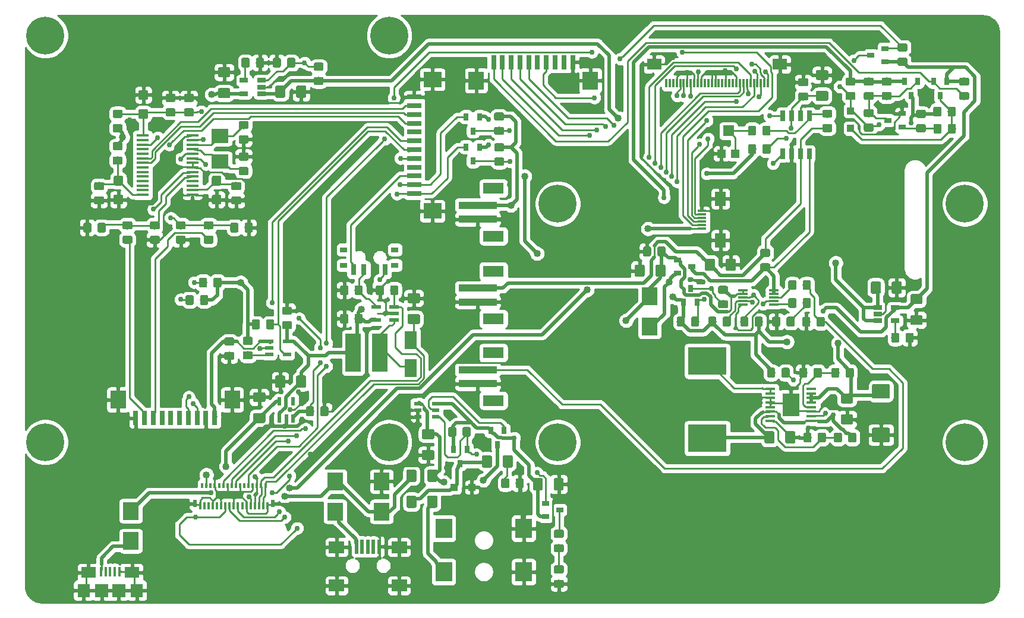
<source format=gtl>
G04 #@! TF.GenerationSoftware,KiCad,Pcbnew,5.0.2-bee76a0~70~ubuntu18.04.1*
G04 #@! TF.CreationDate,2018-12-05T23:11:17+03:00*
G04 #@! TF.ProjectId,AA-PI-Display-Board-NanoPiA64,41412d50-492d-4446-9973-706c61792d42,2.1*
G04 #@! TF.SameCoordinates,Original*
G04 #@! TF.FileFunction,Copper,L1,Top*
G04 #@! TF.FilePolarity,Positive*
%FSLAX46Y46*%
G04 Gerber Fmt 4.6, Leading zero omitted, Abs format (unit mm)*
G04 Created by KiCad (PCBNEW 5.0.2-bee76a0~70~ubuntu18.04.1) date Wed 05 Dec 2018 23:11:17 MSK*
%MOMM*%
%LPD*%
G01*
G04 APERTURE LIST*
G04 #@! TA.AperFunction,ComponentPad*
%ADD10C,5.400000*%
G04 #@! TD*
G04 #@! TA.AperFunction,SMDPad,CuDef*
%ADD11R,1.250000X0.650000*%
G04 #@! TD*
G04 #@! TA.AperFunction,Conductor*
%ADD12C,0.100000*%
G04 #@! TD*
G04 #@! TA.AperFunction,SMDPad,CuDef*
%ADD13C,1.150000*%
G04 #@! TD*
G04 #@! TA.AperFunction,SMDPad,CuDef*
%ADD14C,1.425000*%
G04 #@! TD*
G04 #@! TA.AperFunction,SMDPad,CuDef*
%ADD15R,0.600000X1.200000*%
G04 #@! TD*
G04 #@! TA.AperFunction,SMDPad,CuDef*
%ADD16R,1.200000X0.600000*%
G04 #@! TD*
G04 #@! TA.AperFunction,SMDPad,CuDef*
%ADD17R,0.650000X1.500000*%
G04 #@! TD*
G04 #@! TA.AperFunction,SMDPad,CuDef*
%ADD18R,0.300000X1.300000*%
G04 #@! TD*
G04 #@! TA.AperFunction,SMDPad,CuDef*
%ADD19R,2.000000X1.600000*%
G04 #@! TD*
G04 #@! TA.AperFunction,SMDPad,CuDef*
%ADD20R,0.800000X2.000000*%
G04 #@! TD*
G04 #@! TA.AperFunction,SMDPad,CuDef*
%ADD21R,2.200000X2.600000*%
G04 #@! TD*
G04 #@! TA.AperFunction,SMDPad,CuDef*
%ADD22R,1.000000X0.800000*%
G04 #@! TD*
G04 #@! TA.AperFunction,SMDPad,CuDef*
%ADD23R,1.600000X1.500000*%
G04 #@! TD*
G04 #@! TA.AperFunction,SMDPad,CuDef*
%ADD24R,1.200000X1.200000*%
G04 #@! TD*
G04 #@! TA.AperFunction,SMDPad,CuDef*
%ADD25R,0.800000X1.000000*%
G04 #@! TD*
G04 #@! TA.AperFunction,SMDPad,CuDef*
%ADD26R,1.400000X0.600000*%
G04 #@! TD*
G04 #@! TA.AperFunction,SMDPad,CuDef*
%ADD27R,1.050000X0.550000*%
G04 #@! TD*
G04 #@! TA.AperFunction,SMDPad,CuDef*
%ADD28R,1.800000X0.450000*%
G04 #@! TD*
G04 #@! TA.AperFunction,ComponentPad*
%ADD29R,2.410000X3.290000*%
G04 #@! TD*
G04 #@! TA.AperFunction,SMDPad,CuDef*
%ADD30R,1.475000X0.450000*%
G04 #@! TD*
G04 #@! TA.AperFunction,SMDPad,CuDef*
%ADD31R,2.400000X2.800000*%
G04 #@! TD*
G04 #@! TA.AperFunction,SMDPad,CuDef*
%ADD32R,0.600000X1.000000*%
G04 #@! TD*
G04 #@! TA.AperFunction,SMDPad,CuDef*
%ADD33R,0.300000X1.000000*%
G04 #@! TD*
G04 #@! TA.AperFunction,SMDPad,CuDef*
%ADD34R,0.300000X0.800000*%
G04 #@! TD*
G04 #@! TA.AperFunction,SMDPad,CuDef*
%ADD35R,1.600000X2.000000*%
G04 #@! TD*
G04 #@! TA.AperFunction,SMDPad,CuDef*
%ADD36R,1.300000X0.300000*%
G04 #@! TD*
G04 #@! TA.AperFunction,SMDPad,CuDef*
%ADD37C,1.350000*%
G04 #@! TD*
G04 #@! TA.AperFunction,SMDPad,CuDef*
%ADD38C,2.075000*%
G04 #@! TD*
G04 #@! TA.AperFunction,SMDPad,CuDef*
%ADD39R,1.000000X1.000000*%
G04 #@! TD*
G04 #@! TA.AperFunction,SMDPad,CuDef*
%ADD40R,2.300000X2.500000*%
G04 #@! TD*
G04 #@! TA.AperFunction,SMDPad,CuDef*
%ADD41R,1.800000X2.500000*%
G04 #@! TD*
G04 #@! TA.AperFunction,SMDPad,CuDef*
%ADD42R,0.400000X1.350000*%
G04 #@! TD*
G04 #@! TA.AperFunction,SMDPad,CuDef*
%ADD43R,2.100000X1.600000*%
G04 #@! TD*
G04 #@! TA.AperFunction,SMDPad,CuDef*
%ADD44R,1.900000X1.900000*%
G04 #@! TD*
G04 #@! TA.AperFunction,SMDPad,CuDef*
%ADD45R,1.800000X1.900000*%
G04 #@! TD*
G04 #@! TA.AperFunction,SMDPad,CuDef*
%ADD46R,0.500000X2.000000*%
G04 #@! TD*
G04 #@! TA.AperFunction,SMDPad,CuDef*
%ADD47R,2.200000X1.700000*%
G04 #@! TD*
G04 #@! TA.AperFunction,SMDPad,CuDef*
%ADD48R,5.500000X1.000000*%
G04 #@! TD*
G04 #@! TA.AperFunction,SMDPad,CuDef*
%ADD49R,3.000000X1.600000*%
G04 #@! TD*
G04 #@! TA.AperFunction,SMDPad,CuDef*
%ADD50R,2.000000X0.800000*%
G04 #@! TD*
G04 #@! TA.AperFunction,SMDPad,CuDef*
%ADD51R,2.600000X2.200000*%
G04 #@! TD*
G04 #@! TA.AperFunction,SMDPad,CuDef*
%ADD52R,5.500000X4.000000*%
G04 #@! TD*
G04 #@! TA.AperFunction,SMDPad,CuDef*
%ADD53R,2.200000X5.500000*%
G04 #@! TD*
G04 #@! TA.AperFunction,SMDPad,CuDef*
%ADD54R,0.800000X1.600000*%
G04 #@! TD*
G04 #@! TA.AperFunction,SMDPad,CuDef*
%ADD55R,1.400000X0.300000*%
G04 #@! TD*
G04 #@! TA.AperFunction,SMDPad,CuDef*
%ADD56R,2.400000X2.000000*%
G04 #@! TD*
G04 #@! TA.AperFunction,ViaPad*
%ADD57C,0.762000*%
G04 #@! TD*
G04 #@! TA.AperFunction,ViaPad*
%ADD58C,1.016000*%
G04 #@! TD*
G04 #@! TA.AperFunction,Conductor*
%ADD59C,0.254000*%
G04 #@! TD*
G04 #@! TA.AperFunction,Conductor*
%ADD60C,0.508000*%
G04 #@! TD*
G04 APERTURE END LIST*
D10*
G04 #@! TO.P,SS8,1*
G04 #@! TO.N,N/C*
X103300000Y-116200000D03*
G04 #@! TD*
D11*
G04 #@! TO.P,U2,1*
G04 #@! TO.N,+5V*
X172860000Y-97020000D03*
G04 #@! TO.P,U2,2*
G04 #@! TO.N,GND*
X172860000Y-97960000D03*
G04 #@! TO.P,U2,3*
G04 #@! TO.N,+5V*
X172860000Y-98900000D03*
G04 #@! TO.P,U2,4*
G04 #@! TO.N,Net-(C8-Pad1)*
X175360000Y-98900000D03*
G04 #@! TO.P,U2,5*
G04 #@! TO.N,+3V3*
X175360000Y-97020000D03*
G04 #@! TD*
D12*
G04 #@! TO.N,Net-(C8-Pad1)*
G04 #@! TO.C,C8*
G36*
X175734505Y-100601204D02*
X175758773Y-100604804D01*
X175782572Y-100610765D01*
X175805671Y-100619030D01*
X175827850Y-100629520D01*
X175848893Y-100642132D01*
X175868599Y-100656747D01*
X175886777Y-100673223D01*
X175903253Y-100691401D01*
X175917868Y-100711107D01*
X175930480Y-100732150D01*
X175940970Y-100754329D01*
X175949235Y-100777428D01*
X175955196Y-100801227D01*
X175958796Y-100825495D01*
X175960000Y-100849999D01*
X175960000Y-101750001D01*
X175958796Y-101774505D01*
X175955196Y-101798773D01*
X175949235Y-101822572D01*
X175940970Y-101845671D01*
X175930480Y-101867850D01*
X175917868Y-101888893D01*
X175903253Y-101908599D01*
X175886777Y-101926777D01*
X175868599Y-101943253D01*
X175848893Y-101957868D01*
X175827850Y-101970480D01*
X175805671Y-101980970D01*
X175782572Y-101989235D01*
X175758773Y-101995196D01*
X175734505Y-101998796D01*
X175710001Y-102000000D01*
X175059999Y-102000000D01*
X175035495Y-101998796D01*
X175011227Y-101995196D01*
X174987428Y-101989235D01*
X174964329Y-101980970D01*
X174942150Y-101970480D01*
X174921107Y-101957868D01*
X174901401Y-101943253D01*
X174883223Y-101926777D01*
X174866747Y-101908599D01*
X174852132Y-101888893D01*
X174839520Y-101867850D01*
X174829030Y-101845671D01*
X174820765Y-101822572D01*
X174814804Y-101798773D01*
X174811204Y-101774505D01*
X174810000Y-101750001D01*
X174810000Y-100849999D01*
X174811204Y-100825495D01*
X174814804Y-100801227D01*
X174820765Y-100777428D01*
X174829030Y-100754329D01*
X174839520Y-100732150D01*
X174852132Y-100711107D01*
X174866747Y-100691401D01*
X174883223Y-100673223D01*
X174901401Y-100656747D01*
X174921107Y-100642132D01*
X174942150Y-100629520D01*
X174964329Y-100619030D01*
X174987428Y-100610765D01*
X175011227Y-100604804D01*
X175035495Y-100601204D01*
X175059999Y-100600000D01*
X175710001Y-100600000D01*
X175734505Y-100601204D01*
X175734505Y-100601204D01*
G37*
D13*
G04 #@! TD*
G04 #@! TO.P,C8,1*
G04 #@! TO.N,Net-(C8-Pad1)*
X175385000Y-101300000D03*
D12*
G04 #@! TO.N,GND*
G04 #@! TO.C,C8*
G36*
X177784505Y-100601204D02*
X177808773Y-100604804D01*
X177832572Y-100610765D01*
X177855671Y-100619030D01*
X177877850Y-100629520D01*
X177898893Y-100642132D01*
X177918599Y-100656747D01*
X177936777Y-100673223D01*
X177953253Y-100691401D01*
X177967868Y-100711107D01*
X177980480Y-100732150D01*
X177990970Y-100754329D01*
X177999235Y-100777428D01*
X178005196Y-100801227D01*
X178008796Y-100825495D01*
X178010000Y-100849999D01*
X178010000Y-101750001D01*
X178008796Y-101774505D01*
X178005196Y-101798773D01*
X177999235Y-101822572D01*
X177990970Y-101845671D01*
X177980480Y-101867850D01*
X177967868Y-101888893D01*
X177953253Y-101908599D01*
X177936777Y-101926777D01*
X177918599Y-101943253D01*
X177898893Y-101957868D01*
X177877850Y-101970480D01*
X177855671Y-101980970D01*
X177832572Y-101989235D01*
X177808773Y-101995196D01*
X177784505Y-101998796D01*
X177760001Y-102000000D01*
X177109999Y-102000000D01*
X177085495Y-101998796D01*
X177061227Y-101995196D01*
X177037428Y-101989235D01*
X177014329Y-101980970D01*
X176992150Y-101970480D01*
X176971107Y-101957868D01*
X176951401Y-101943253D01*
X176933223Y-101926777D01*
X176916747Y-101908599D01*
X176902132Y-101888893D01*
X176889520Y-101867850D01*
X176879030Y-101845671D01*
X176870765Y-101822572D01*
X176864804Y-101798773D01*
X176861204Y-101774505D01*
X176860000Y-101750001D01*
X176860000Y-100849999D01*
X176861204Y-100825495D01*
X176864804Y-100801227D01*
X176870765Y-100777428D01*
X176879030Y-100754329D01*
X176889520Y-100732150D01*
X176902132Y-100711107D01*
X176916747Y-100691401D01*
X176933223Y-100673223D01*
X176951401Y-100656747D01*
X176971107Y-100642132D01*
X176992150Y-100629520D01*
X177014329Y-100619030D01*
X177037428Y-100610765D01*
X177061227Y-100604804D01*
X177085495Y-100601204D01*
X177109999Y-100600000D01*
X177760001Y-100600000D01*
X177784505Y-100601204D01*
X177784505Y-100601204D01*
G37*
D13*
G04 #@! TD*
G04 #@! TO.P,C8,2*
G04 #@! TO.N,GND*
X177435000Y-101300000D03*
D12*
G04 #@! TO.N,GND*
G04 #@! TO.C,C35*
G36*
X89214505Y-96881204D02*
X89238773Y-96884804D01*
X89262572Y-96890765D01*
X89285671Y-96899030D01*
X89307850Y-96909520D01*
X89328893Y-96922132D01*
X89348599Y-96936747D01*
X89366777Y-96953223D01*
X89383253Y-96971401D01*
X89397868Y-96991107D01*
X89410480Y-97012150D01*
X89420970Y-97034329D01*
X89429235Y-97057428D01*
X89435196Y-97081227D01*
X89438796Y-97105495D01*
X89440000Y-97129999D01*
X89440000Y-97780001D01*
X89438796Y-97804505D01*
X89435196Y-97828773D01*
X89429235Y-97852572D01*
X89420970Y-97875671D01*
X89410480Y-97897850D01*
X89397868Y-97918893D01*
X89383253Y-97938599D01*
X89366777Y-97956777D01*
X89348599Y-97973253D01*
X89328893Y-97987868D01*
X89307850Y-98000480D01*
X89285671Y-98010970D01*
X89262572Y-98019235D01*
X89238773Y-98025196D01*
X89214505Y-98028796D01*
X89190001Y-98030000D01*
X88289999Y-98030000D01*
X88265495Y-98028796D01*
X88241227Y-98025196D01*
X88217428Y-98019235D01*
X88194329Y-98010970D01*
X88172150Y-98000480D01*
X88151107Y-97987868D01*
X88131401Y-97973253D01*
X88113223Y-97956777D01*
X88096747Y-97938599D01*
X88082132Y-97918893D01*
X88069520Y-97897850D01*
X88059030Y-97875671D01*
X88050765Y-97852572D01*
X88044804Y-97828773D01*
X88041204Y-97804505D01*
X88040000Y-97780001D01*
X88040000Y-97129999D01*
X88041204Y-97105495D01*
X88044804Y-97081227D01*
X88050765Y-97057428D01*
X88059030Y-97034329D01*
X88069520Y-97012150D01*
X88082132Y-96991107D01*
X88096747Y-96971401D01*
X88113223Y-96953223D01*
X88131401Y-96936747D01*
X88151107Y-96922132D01*
X88172150Y-96909520D01*
X88194329Y-96899030D01*
X88217428Y-96890765D01*
X88241227Y-96884804D01*
X88265495Y-96881204D01*
X88289999Y-96880000D01*
X89190001Y-96880000D01*
X89214505Y-96881204D01*
X89214505Y-96881204D01*
G37*
D13*
G04 #@! TD*
G04 #@! TO.P,C35,2*
G04 #@! TO.N,GND*
X88740000Y-97455000D03*
D12*
G04 #@! TO.N,+5V*
G04 #@! TO.C,C35*
G36*
X89214505Y-98931204D02*
X89238773Y-98934804D01*
X89262572Y-98940765D01*
X89285671Y-98949030D01*
X89307850Y-98959520D01*
X89328893Y-98972132D01*
X89348599Y-98986747D01*
X89366777Y-99003223D01*
X89383253Y-99021401D01*
X89397868Y-99041107D01*
X89410480Y-99062150D01*
X89420970Y-99084329D01*
X89429235Y-99107428D01*
X89435196Y-99131227D01*
X89438796Y-99155495D01*
X89440000Y-99179999D01*
X89440000Y-99830001D01*
X89438796Y-99854505D01*
X89435196Y-99878773D01*
X89429235Y-99902572D01*
X89420970Y-99925671D01*
X89410480Y-99947850D01*
X89397868Y-99968893D01*
X89383253Y-99988599D01*
X89366777Y-100006777D01*
X89348599Y-100023253D01*
X89328893Y-100037868D01*
X89307850Y-100050480D01*
X89285671Y-100060970D01*
X89262572Y-100069235D01*
X89238773Y-100075196D01*
X89214505Y-100078796D01*
X89190001Y-100080000D01*
X88289999Y-100080000D01*
X88265495Y-100078796D01*
X88241227Y-100075196D01*
X88217428Y-100069235D01*
X88194329Y-100060970D01*
X88172150Y-100050480D01*
X88151107Y-100037868D01*
X88131401Y-100023253D01*
X88113223Y-100006777D01*
X88096747Y-99988599D01*
X88082132Y-99968893D01*
X88069520Y-99947850D01*
X88059030Y-99925671D01*
X88050765Y-99902572D01*
X88044804Y-99878773D01*
X88041204Y-99854505D01*
X88040000Y-99830001D01*
X88040000Y-99179999D01*
X88041204Y-99155495D01*
X88044804Y-99131227D01*
X88050765Y-99107428D01*
X88059030Y-99084329D01*
X88069520Y-99062150D01*
X88082132Y-99041107D01*
X88096747Y-99021401D01*
X88113223Y-99003223D01*
X88131401Y-98986747D01*
X88151107Y-98972132D01*
X88172150Y-98959520D01*
X88194329Y-98949030D01*
X88217428Y-98940765D01*
X88241227Y-98934804D01*
X88265495Y-98931204D01*
X88289999Y-98930000D01*
X89190001Y-98930000D01*
X89214505Y-98931204D01*
X89214505Y-98931204D01*
G37*
D13*
G04 #@! TD*
G04 #@! TO.P,C35,1*
G04 #@! TO.N,+5V*
X88740000Y-99505000D03*
D12*
G04 #@! TO.N,V_RADIO*
G04 #@! TO.C,C36*
G36*
X80974505Y-101261204D02*
X80998773Y-101264804D01*
X81022572Y-101270765D01*
X81045671Y-101279030D01*
X81067850Y-101289520D01*
X81088893Y-101302132D01*
X81108599Y-101316747D01*
X81126777Y-101333223D01*
X81143253Y-101351401D01*
X81157868Y-101371107D01*
X81170480Y-101392150D01*
X81180970Y-101414329D01*
X81189235Y-101437428D01*
X81195196Y-101461227D01*
X81198796Y-101485495D01*
X81200000Y-101509999D01*
X81200000Y-102160001D01*
X81198796Y-102184505D01*
X81195196Y-102208773D01*
X81189235Y-102232572D01*
X81180970Y-102255671D01*
X81170480Y-102277850D01*
X81157868Y-102298893D01*
X81143253Y-102318599D01*
X81126777Y-102336777D01*
X81108599Y-102353253D01*
X81088893Y-102367868D01*
X81067850Y-102380480D01*
X81045671Y-102390970D01*
X81022572Y-102399235D01*
X80998773Y-102405196D01*
X80974505Y-102408796D01*
X80950001Y-102410000D01*
X80049999Y-102410000D01*
X80025495Y-102408796D01*
X80001227Y-102405196D01*
X79977428Y-102399235D01*
X79954329Y-102390970D01*
X79932150Y-102380480D01*
X79911107Y-102367868D01*
X79891401Y-102353253D01*
X79873223Y-102336777D01*
X79856747Y-102318599D01*
X79842132Y-102298893D01*
X79829520Y-102277850D01*
X79819030Y-102255671D01*
X79810765Y-102232572D01*
X79804804Y-102208773D01*
X79801204Y-102184505D01*
X79800000Y-102160001D01*
X79800000Y-101509999D01*
X79801204Y-101485495D01*
X79804804Y-101461227D01*
X79810765Y-101437428D01*
X79819030Y-101414329D01*
X79829520Y-101392150D01*
X79842132Y-101371107D01*
X79856747Y-101351401D01*
X79873223Y-101333223D01*
X79891401Y-101316747D01*
X79911107Y-101302132D01*
X79932150Y-101289520D01*
X79954329Y-101279030D01*
X79977428Y-101270765D01*
X80001227Y-101264804D01*
X80025495Y-101261204D01*
X80049999Y-101260000D01*
X80950001Y-101260000D01*
X80974505Y-101261204D01*
X80974505Y-101261204D01*
G37*
D13*
G04 #@! TD*
G04 #@! TO.P,C36,1*
G04 #@! TO.N,V_RADIO*
X80500000Y-101835000D03*
D12*
G04 #@! TO.N,GND*
G04 #@! TO.C,C36*
G36*
X80974505Y-103311204D02*
X80998773Y-103314804D01*
X81022572Y-103320765D01*
X81045671Y-103329030D01*
X81067850Y-103339520D01*
X81088893Y-103352132D01*
X81108599Y-103366747D01*
X81126777Y-103383223D01*
X81143253Y-103401401D01*
X81157868Y-103421107D01*
X81170480Y-103442150D01*
X81180970Y-103464329D01*
X81189235Y-103487428D01*
X81195196Y-103511227D01*
X81198796Y-103535495D01*
X81200000Y-103559999D01*
X81200000Y-104210001D01*
X81198796Y-104234505D01*
X81195196Y-104258773D01*
X81189235Y-104282572D01*
X81180970Y-104305671D01*
X81170480Y-104327850D01*
X81157868Y-104348893D01*
X81143253Y-104368599D01*
X81126777Y-104386777D01*
X81108599Y-104403253D01*
X81088893Y-104417868D01*
X81067850Y-104430480D01*
X81045671Y-104440970D01*
X81022572Y-104449235D01*
X80998773Y-104455196D01*
X80974505Y-104458796D01*
X80950001Y-104460000D01*
X80049999Y-104460000D01*
X80025495Y-104458796D01*
X80001227Y-104455196D01*
X79977428Y-104449235D01*
X79954329Y-104440970D01*
X79932150Y-104430480D01*
X79911107Y-104417868D01*
X79891401Y-104403253D01*
X79873223Y-104386777D01*
X79856747Y-104368599D01*
X79842132Y-104348893D01*
X79829520Y-104327850D01*
X79819030Y-104305671D01*
X79810765Y-104282572D01*
X79804804Y-104258773D01*
X79801204Y-104234505D01*
X79800000Y-104210001D01*
X79800000Y-103559999D01*
X79801204Y-103535495D01*
X79804804Y-103511227D01*
X79810765Y-103487428D01*
X79819030Y-103464329D01*
X79829520Y-103442150D01*
X79842132Y-103421107D01*
X79856747Y-103401401D01*
X79873223Y-103383223D01*
X79891401Y-103366747D01*
X79911107Y-103352132D01*
X79932150Y-103339520D01*
X79954329Y-103329030D01*
X79977428Y-103320765D01*
X80001227Y-103314804D01*
X80025495Y-103311204D01*
X80049999Y-103310000D01*
X80950001Y-103310000D01*
X80974505Y-103311204D01*
X80974505Y-103311204D01*
G37*
D13*
G04 #@! TD*
G04 #@! TO.P,C36,2*
G04 #@! TO.N,GND*
X80500000Y-103885000D03*
D12*
G04 #@! TO.N,+5V*
G04 #@! TO.C,C33*
G36*
X91224504Y-106686204D02*
X91248773Y-106689804D01*
X91272571Y-106695765D01*
X91295671Y-106704030D01*
X91317849Y-106714520D01*
X91338893Y-106727133D01*
X91358598Y-106741747D01*
X91376777Y-106758223D01*
X91393253Y-106776402D01*
X91407867Y-106796107D01*
X91420480Y-106817151D01*
X91430970Y-106839329D01*
X91439235Y-106862429D01*
X91445196Y-106886227D01*
X91448796Y-106910496D01*
X91450000Y-106935000D01*
X91450000Y-108185000D01*
X91448796Y-108209504D01*
X91445196Y-108233773D01*
X91439235Y-108257571D01*
X91430970Y-108280671D01*
X91420480Y-108302849D01*
X91407867Y-108323893D01*
X91393253Y-108343598D01*
X91376777Y-108361777D01*
X91358598Y-108378253D01*
X91338893Y-108392867D01*
X91317849Y-108405480D01*
X91295671Y-108415970D01*
X91272571Y-108424235D01*
X91248773Y-108430196D01*
X91224504Y-108433796D01*
X91200000Y-108435000D01*
X90275000Y-108435000D01*
X90250496Y-108433796D01*
X90226227Y-108430196D01*
X90202429Y-108424235D01*
X90179329Y-108415970D01*
X90157151Y-108405480D01*
X90136107Y-108392867D01*
X90116402Y-108378253D01*
X90098223Y-108361777D01*
X90081747Y-108343598D01*
X90067133Y-108323893D01*
X90054520Y-108302849D01*
X90044030Y-108280671D01*
X90035765Y-108257571D01*
X90029804Y-108233773D01*
X90026204Y-108209504D01*
X90025000Y-108185000D01*
X90025000Y-106935000D01*
X90026204Y-106910496D01*
X90029804Y-106886227D01*
X90035765Y-106862429D01*
X90044030Y-106839329D01*
X90054520Y-106817151D01*
X90067133Y-106796107D01*
X90081747Y-106776402D01*
X90098223Y-106758223D01*
X90116402Y-106741747D01*
X90136107Y-106727133D01*
X90157151Y-106714520D01*
X90179329Y-106704030D01*
X90202429Y-106695765D01*
X90226227Y-106689804D01*
X90250496Y-106686204D01*
X90275000Y-106685000D01*
X91200000Y-106685000D01*
X91224504Y-106686204D01*
X91224504Y-106686204D01*
G37*
D14*
G04 #@! TD*
G04 #@! TO.P,C33,2*
G04 #@! TO.N,+5V*
X90737500Y-107560000D03*
D12*
G04 #@! TO.N,GND*
G04 #@! TO.C,C33*
G36*
X88249504Y-106686204D02*
X88273773Y-106689804D01*
X88297571Y-106695765D01*
X88320671Y-106704030D01*
X88342849Y-106714520D01*
X88363893Y-106727133D01*
X88383598Y-106741747D01*
X88401777Y-106758223D01*
X88418253Y-106776402D01*
X88432867Y-106796107D01*
X88445480Y-106817151D01*
X88455970Y-106839329D01*
X88464235Y-106862429D01*
X88470196Y-106886227D01*
X88473796Y-106910496D01*
X88475000Y-106935000D01*
X88475000Y-108185000D01*
X88473796Y-108209504D01*
X88470196Y-108233773D01*
X88464235Y-108257571D01*
X88455970Y-108280671D01*
X88445480Y-108302849D01*
X88432867Y-108323893D01*
X88418253Y-108343598D01*
X88401777Y-108361777D01*
X88383598Y-108378253D01*
X88363893Y-108392867D01*
X88342849Y-108405480D01*
X88320671Y-108415970D01*
X88297571Y-108424235D01*
X88273773Y-108430196D01*
X88249504Y-108433796D01*
X88225000Y-108435000D01*
X87300000Y-108435000D01*
X87275496Y-108433796D01*
X87251227Y-108430196D01*
X87227429Y-108424235D01*
X87204329Y-108415970D01*
X87182151Y-108405480D01*
X87161107Y-108392867D01*
X87141402Y-108378253D01*
X87123223Y-108361777D01*
X87106747Y-108343598D01*
X87092133Y-108323893D01*
X87079520Y-108302849D01*
X87069030Y-108280671D01*
X87060765Y-108257571D01*
X87054804Y-108233773D01*
X87051204Y-108209504D01*
X87050000Y-108185000D01*
X87050000Y-106935000D01*
X87051204Y-106910496D01*
X87054804Y-106886227D01*
X87060765Y-106862429D01*
X87069030Y-106839329D01*
X87079520Y-106817151D01*
X87092133Y-106796107D01*
X87106747Y-106776402D01*
X87123223Y-106758223D01*
X87141402Y-106741747D01*
X87161107Y-106727133D01*
X87182151Y-106714520D01*
X87204329Y-106704030D01*
X87227429Y-106695765D01*
X87251227Y-106689804D01*
X87275496Y-106686204D01*
X87300000Y-106685000D01*
X88225000Y-106685000D01*
X88249504Y-106686204D01*
X88249504Y-106686204D01*
G37*
D14*
G04 #@! TD*
G04 #@! TO.P,C33,1*
G04 #@! TO.N,GND*
X87762500Y-107560000D03*
D12*
G04 #@! TO.N,GND*
G04 #@! TO.C,C9*
G36*
X179049504Y-98066204D02*
X179073773Y-98069804D01*
X179097571Y-98075765D01*
X179120671Y-98084030D01*
X179142849Y-98094520D01*
X179163893Y-98107133D01*
X179183598Y-98121747D01*
X179201777Y-98138223D01*
X179218253Y-98156402D01*
X179232867Y-98176107D01*
X179245480Y-98197151D01*
X179255970Y-98219329D01*
X179264235Y-98242429D01*
X179270196Y-98266227D01*
X179273796Y-98290496D01*
X179275000Y-98315000D01*
X179275000Y-99240000D01*
X179273796Y-99264504D01*
X179270196Y-99288773D01*
X179264235Y-99312571D01*
X179255970Y-99335671D01*
X179245480Y-99357849D01*
X179232867Y-99378893D01*
X179218253Y-99398598D01*
X179201777Y-99416777D01*
X179183598Y-99433253D01*
X179163893Y-99447867D01*
X179142849Y-99460480D01*
X179120671Y-99470970D01*
X179097571Y-99479235D01*
X179073773Y-99485196D01*
X179049504Y-99488796D01*
X179025000Y-99490000D01*
X177775000Y-99490000D01*
X177750496Y-99488796D01*
X177726227Y-99485196D01*
X177702429Y-99479235D01*
X177679329Y-99470970D01*
X177657151Y-99460480D01*
X177636107Y-99447867D01*
X177616402Y-99433253D01*
X177598223Y-99416777D01*
X177581747Y-99398598D01*
X177567133Y-99378893D01*
X177554520Y-99357849D01*
X177544030Y-99335671D01*
X177535765Y-99312571D01*
X177529804Y-99288773D01*
X177526204Y-99264504D01*
X177525000Y-99240000D01*
X177525000Y-98315000D01*
X177526204Y-98290496D01*
X177529804Y-98266227D01*
X177535765Y-98242429D01*
X177544030Y-98219329D01*
X177554520Y-98197151D01*
X177567133Y-98176107D01*
X177581747Y-98156402D01*
X177598223Y-98138223D01*
X177616402Y-98121747D01*
X177636107Y-98107133D01*
X177657151Y-98094520D01*
X177679329Y-98084030D01*
X177702429Y-98075765D01*
X177726227Y-98069804D01*
X177750496Y-98066204D01*
X177775000Y-98065000D01*
X179025000Y-98065000D01*
X179049504Y-98066204D01*
X179049504Y-98066204D01*
G37*
D14*
G04 #@! TD*
G04 #@! TO.P,C9,1*
G04 #@! TO.N,GND*
X178400000Y-98777500D03*
D12*
G04 #@! TO.N,+3V3*
G04 #@! TO.C,C9*
G36*
X179049504Y-95091204D02*
X179073773Y-95094804D01*
X179097571Y-95100765D01*
X179120671Y-95109030D01*
X179142849Y-95119520D01*
X179163893Y-95132133D01*
X179183598Y-95146747D01*
X179201777Y-95163223D01*
X179218253Y-95181402D01*
X179232867Y-95201107D01*
X179245480Y-95222151D01*
X179255970Y-95244329D01*
X179264235Y-95267429D01*
X179270196Y-95291227D01*
X179273796Y-95315496D01*
X179275000Y-95340000D01*
X179275000Y-96265000D01*
X179273796Y-96289504D01*
X179270196Y-96313773D01*
X179264235Y-96337571D01*
X179255970Y-96360671D01*
X179245480Y-96382849D01*
X179232867Y-96403893D01*
X179218253Y-96423598D01*
X179201777Y-96441777D01*
X179183598Y-96458253D01*
X179163893Y-96472867D01*
X179142849Y-96485480D01*
X179120671Y-96495970D01*
X179097571Y-96504235D01*
X179073773Y-96510196D01*
X179049504Y-96513796D01*
X179025000Y-96515000D01*
X177775000Y-96515000D01*
X177750496Y-96513796D01*
X177726227Y-96510196D01*
X177702429Y-96504235D01*
X177679329Y-96495970D01*
X177657151Y-96485480D01*
X177636107Y-96472867D01*
X177616402Y-96458253D01*
X177598223Y-96441777D01*
X177581747Y-96423598D01*
X177567133Y-96403893D01*
X177554520Y-96382849D01*
X177544030Y-96360671D01*
X177535765Y-96337571D01*
X177529804Y-96313773D01*
X177526204Y-96289504D01*
X177525000Y-96265000D01*
X177525000Y-95340000D01*
X177526204Y-95315496D01*
X177529804Y-95291227D01*
X177535765Y-95267429D01*
X177544030Y-95244329D01*
X177554520Y-95222151D01*
X177567133Y-95201107D01*
X177581747Y-95181402D01*
X177598223Y-95163223D01*
X177616402Y-95146747D01*
X177636107Y-95132133D01*
X177657151Y-95119520D01*
X177679329Y-95109030D01*
X177702429Y-95100765D01*
X177726227Y-95094804D01*
X177750496Y-95091204D01*
X177775000Y-95090000D01*
X179025000Y-95090000D01*
X179049504Y-95091204D01*
X179049504Y-95091204D01*
G37*
D14*
G04 #@! TD*
G04 #@! TO.P,C9,2*
G04 #@! TO.N,+3V3*
X178400000Y-95802500D03*
D12*
G04 #@! TO.N,+2V8*
G04 #@! TO.C,C34*
G36*
X85429504Y-112046204D02*
X85453773Y-112049804D01*
X85477571Y-112055765D01*
X85500671Y-112064030D01*
X85522849Y-112074520D01*
X85543893Y-112087133D01*
X85563598Y-112101747D01*
X85581777Y-112118223D01*
X85598253Y-112136402D01*
X85612867Y-112156107D01*
X85625480Y-112177151D01*
X85635970Y-112199329D01*
X85644235Y-112222429D01*
X85650196Y-112246227D01*
X85653796Y-112270496D01*
X85655000Y-112295000D01*
X85655000Y-113220000D01*
X85653796Y-113244504D01*
X85650196Y-113268773D01*
X85644235Y-113292571D01*
X85635970Y-113315671D01*
X85625480Y-113337849D01*
X85612867Y-113358893D01*
X85598253Y-113378598D01*
X85581777Y-113396777D01*
X85563598Y-113413253D01*
X85543893Y-113427867D01*
X85522849Y-113440480D01*
X85500671Y-113450970D01*
X85477571Y-113459235D01*
X85453773Y-113465196D01*
X85429504Y-113468796D01*
X85405000Y-113470000D01*
X84155000Y-113470000D01*
X84130496Y-113468796D01*
X84106227Y-113465196D01*
X84082429Y-113459235D01*
X84059329Y-113450970D01*
X84037151Y-113440480D01*
X84016107Y-113427867D01*
X83996402Y-113413253D01*
X83978223Y-113396777D01*
X83961747Y-113378598D01*
X83947133Y-113358893D01*
X83934520Y-113337849D01*
X83924030Y-113315671D01*
X83915765Y-113292571D01*
X83909804Y-113268773D01*
X83906204Y-113244504D01*
X83905000Y-113220000D01*
X83905000Y-112295000D01*
X83906204Y-112270496D01*
X83909804Y-112246227D01*
X83915765Y-112222429D01*
X83924030Y-112199329D01*
X83934520Y-112177151D01*
X83947133Y-112156107D01*
X83961747Y-112136402D01*
X83978223Y-112118223D01*
X83996402Y-112101747D01*
X84016107Y-112087133D01*
X84037151Y-112074520D01*
X84059329Y-112064030D01*
X84082429Y-112055765D01*
X84106227Y-112049804D01*
X84130496Y-112046204D01*
X84155000Y-112045000D01*
X85405000Y-112045000D01*
X85429504Y-112046204D01*
X85429504Y-112046204D01*
G37*
D14*
G04 #@! TD*
G04 #@! TO.P,C34,2*
G04 #@! TO.N,+2V8*
X84780000Y-112757500D03*
D12*
G04 #@! TO.N,GND*
G04 #@! TO.C,C34*
G36*
X85429504Y-109071204D02*
X85453773Y-109074804D01*
X85477571Y-109080765D01*
X85500671Y-109089030D01*
X85522849Y-109099520D01*
X85543893Y-109112133D01*
X85563598Y-109126747D01*
X85581777Y-109143223D01*
X85598253Y-109161402D01*
X85612867Y-109181107D01*
X85625480Y-109202151D01*
X85635970Y-109224329D01*
X85644235Y-109247429D01*
X85650196Y-109271227D01*
X85653796Y-109295496D01*
X85655000Y-109320000D01*
X85655000Y-110245000D01*
X85653796Y-110269504D01*
X85650196Y-110293773D01*
X85644235Y-110317571D01*
X85635970Y-110340671D01*
X85625480Y-110362849D01*
X85612867Y-110383893D01*
X85598253Y-110403598D01*
X85581777Y-110421777D01*
X85563598Y-110438253D01*
X85543893Y-110452867D01*
X85522849Y-110465480D01*
X85500671Y-110475970D01*
X85477571Y-110484235D01*
X85453773Y-110490196D01*
X85429504Y-110493796D01*
X85405000Y-110495000D01*
X84155000Y-110495000D01*
X84130496Y-110493796D01*
X84106227Y-110490196D01*
X84082429Y-110484235D01*
X84059329Y-110475970D01*
X84037151Y-110465480D01*
X84016107Y-110452867D01*
X83996402Y-110438253D01*
X83978223Y-110421777D01*
X83961747Y-110403598D01*
X83947133Y-110383893D01*
X83934520Y-110362849D01*
X83924030Y-110340671D01*
X83915765Y-110317571D01*
X83909804Y-110293773D01*
X83906204Y-110269504D01*
X83905000Y-110245000D01*
X83905000Y-109320000D01*
X83906204Y-109295496D01*
X83909804Y-109271227D01*
X83915765Y-109247429D01*
X83924030Y-109224329D01*
X83934520Y-109202151D01*
X83947133Y-109181107D01*
X83961747Y-109161402D01*
X83978223Y-109143223D01*
X83996402Y-109126747D01*
X84016107Y-109112133D01*
X84037151Y-109099520D01*
X84059329Y-109089030D01*
X84082429Y-109080765D01*
X84106227Y-109074804D01*
X84130496Y-109071204D01*
X84155000Y-109070000D01*
X85405000Y-109070000D01*
X85429504Y-109071204D01*
X85429504Y-109071204D01*
G37*
D14*
G04 #@! TD*
G04 #@! TO.P,C34,1*
G04 #@! TO.N,GND*
X84780000Y-109782500D03*
D12*
G04 #@! TO.N,GND*
G04 #@! TO.C,C6*
G36*
X176074504Y-93276204D02*
X176098773Y-93279804D01*
X176122571Y-93285765D01*
X176145671Y-93294030D01*
X176167849Y-93304520D01*
X176188893Y-93317133D01*
X176208598Y-93331747D01*
X176226777Y-93348223D01*
X176243253Y-93366402D01*
X176257867Y-93386107D01*
X176270480Y-93407151D01*
X176280970Y-93429329D01*
X176289235Y-93452429D01*
X176295196Y-93476227D01*
X176298796Y-93500496D01*
X176300000Y-93525000D01*
X176300000Y-94775000D01*
X176298796Y-94799504D01*
X176295196Y-94823773D01*
X176289235Y-94847571D01*
X176280970Y-94870671D01*
X176270480Y-94892849D01*
X176257867Y-94913893D01*
X176243253Y-94933598D01*
X176226777Y-94951777D01*
X176208598Y-94968253D01*
X176188893Y-94982867D01*
X176167849Y-94995480D01*
X176145671Y-95005970D01*
X176122571Y-95014235D01*
X176098773Y-95020196D01*
X176074504Y-95023796D01*
X176050000Y-95025000D01*
X175125000Y-95025000D01*
X175100496Y-95023796D01*
X175076227Y-95020196D01*
X175052429Y-95014235D01*
X175029329Y-95005970D01*
X175007151Y-94995480D01*
X174986107Y-94982867D01*
X174966402Y-94968253D01*
X174948223Y-94951777D01*
X174931747Y-94933598D01*
X174917133Y-94913893D01*
X174904520Y-94892849D01*
X174894030Y-94870671D01*
X174885765Y-94847571D01*
X174879804Y-94823773D01*
X174876204Y-94799504D01*
X174875000Y-94775000D01*
X174875000Y-93525000D01*
X174876204Y-93500496D01*
X174879804Y-93476227D01*
X174885765Y-93452429D01*
X174894030Y-93429329D01*
X174904520Y-93407151D01*
X174917133Y-93386107D01*
X174931747Y-93366402D01*
X174948223Y-93348223D01*
X174966402Y-93331747D01*
X174986107Y-93317133D01*
X175007151Y-93304520D01*
X175029329Y-93294030D01*
X175052429Y-93285765D01*
X175076227Y-93279804D01*
X175100496Y-93276204D01*
X175125000Y-93275000D01*
X176050000Y-93275000D01*
X176074504Y-93276204D01*
X176074504Y-93276204D01*
G37*
D14*
G04 #@! TD*
G04 #@! TO.P,C6,1*
G04 #@! TO.N,GND*
X175587500Y-94150000D03*
D12*
G04 #@! TO.N,+5V*
G04 #@! TO.C,C6*
G36*
X173099504Y-93276204D02*
X173123773Y-93279804D01*
X173147571Y-93285765D01*
X173170671Y-93294030D01*
X173192849Y-93304520D01*
X173213893Y-93317133D01*
X173233598Y-93331747D01*
X173251777Y-93348223D01*
X173268253Y-93366402D01*
X173282867Y-93386107D01*
X173295480Y-93407151D01*
X173305970Y-93429329D01*
X173314235Y-93452429D01*
X173320196Y-93476227D01*
X173323796Y-93500496D01*
X173325000Y-93525000D01*
X173325000Y-94775000D01*
X173323796Y-94799504D01*
X173320196Y-94823773D01*
X173314235Y-94847571D01*
X173305970Y-94870671D01*
X173295480Y-94892849D01*
X173282867Y-94913893D01*
X173268253Y-94933598D01*
X173251777Y-94951777D01*
X173233598Y-94968253D01*
X173213893Y-94982867D01*
X173192849Y-94995480D01*
X173170671Y-95005970D01*
X173147571Y-95014235D01*
X173123773Y-95020196D01*
X173099504Y-95023796D01*
X173075000Y-95025000D01*
X172150000Y-95025000D01*
X172125496Y-95023796D01*
X172101227Y-95020196D01*
X172077429Y-95014235D01*
X172054329Y-95005970D01*
X172032151Y-94995480D01*
X172011107Y-94982867D01*
X171991402Y-94968253D01*
X171973223Y-94951777D01*
X171956747Y-94933598D01*
X171942133Y-94913893D01*
X171929520Y-94892849D01*
X171919030Y-94870671D01*
X171910765Y-94847571D01*
X171904804Y-94823773D01*
X171901204Y-94799504D01*
X171900000Y-94775000D01*
X171900000Y-93525000D01*
X171901204Y-93500496D01*
X171904804Y-93476227D01*
X171910765Y-93452429D01*
X171919030Y-93429329D01*
X171929520Y-93407151D01*
X171942133Y-93386107D01*
X171956747Y-93366402D01*
X171973223Y-93348223D01*
X171991402Y-93331747D01*
X172011107Y-93317133D01*
X172032151Y-93304520D01*
X172054329Y-93294030D01*
X172077429Y-93285765D01*
X172101227Y-93279804D01*
X172125496Y-93276204D01*
X172150000Y-93275000D01*
X173075000Y-93275000D01*
X173099504Y-93276204D01*
X173099504Y-93276204D01*
G37*
D14*
G04 #@! TD*
G04 #@! TO.P,C6,2*
G04 #@! TO.N,+5V*
X172612500Y-94150000D03*
D12*
G04 #@! TO.N,Net-(R42-Pad1)*
G04 #@! TO.C,R42*
G36*
X83614505Y-103231204D02*
X83638773Y-103234804D01*
X83662572Y-103240765D01*
X83685671Y-103249030D01*
X83707850Y-103259520D01*
X83728893Y-103272132D01*
X83748599Y-103286747D01*
X83766777Y-103303223D01*
X83783253Y-103321401D01*
X83797868Y-103341107D01*
X83810480Y-103362150D01*
X83820970Y-103384329D01*
X83829235Y-103407428D01*
X83835196Y-103431227D01*
X83838796Y-103455495D01*
X83840000Y-103479999D01*
X83840000Y-104130001D01*
X83838796Y-104154505D01*
X83835196Y-104178773D01*
X83829235Y-104202572D01*
X83820970Y-104225671D01*
X83810480Y-104247850D01*
X83797868Y-104268893D01*
X83783253Y-104288599D01*
X83766777Y-104306777D01*
X83748599Y-104323253D01*
X83728893Y-104337868D01*
X83707850Y-104350480D01*
X83685671Y-104360970D01*
X83662572Y-104369235D01*
X83638773Y-104375196D01*
X83614505Y-104378796D01*
X83590001Y-104380000D01*
X82689999Y-104380000D01*
X82665495Y-104378796D01*
X82641227Y-104375196D01*
X82617428Y-104369235D01*
X82594329Y-104360970D01*
X82572150Y-104350480D01*
X82551107Y-104337868D01*
X82531401Y-104323253D01*
X82513223Y-104306777D01*
X82496747Y-104288599D01*
X82482132Y-104268893D01*
X82469520Y-104247850D01*
X82459030Y-104225671D01*
X82450765Y-104202572D01*
X82444804Y-104178773D01*
X82441204Y-104154505D01*
X82440000Y-104130001D01*
X82440000Y-103479999D01*
X82441204Y-103455495D01*
X82444804Y-103431227D01*
X82450765Y-103407428D01*
X82459030Y-103384329D01*
X82469520Y-103362150D01*
X82482132Y-103341107D01*
X82496747Y-103321401D01*
X82513223Y-103303223D01*
X82531401Y-103286747D01*
X82551107Y-103272132D01*
X82572150Y-103259520D01*
X82594329Y-103249030D01*
X82617428Y-103240765D01*
X82641227Y-103234804D01*
X82665495Y-103231204D01*
X82689999Y-103230000D01*
X83590001Y-103230000D01*
X83614505Y-103231204D01*
X83614505Y-103231204D01*
G37*
D13*
G04 #@! TD*
G04 #@! TO.P,R42,1*
G04 #@! TO.N,Net-(R42-Pad1)*
X83140000Y-103805000D03*
D12*
G04 #@! TO.N,+3V3*
G04 #@! TO.C,R42*
G36*
X83614505Y-101181204D02*
X83638773Y-101184804D01*
X83662572Y-101190765D01*
X83685671Y-101199030D01*
X83707850Y-101209520D01*
X83728893Y-101222132D01*
X83748599Y-101236747D01*
X83766777Y-101253223D01*
X83783253Y-101271401D01*
X83797868Y-101291107D01*
X83810480Y-101312150D01*
X83820970Y-101334329D01*
X83829235Y-101357428D01*
X83835196Y-101381227D01*
X83838796Y-101405495D01*
X83840000Y-101429999D01*
X83840000Y-102080001D01*
X83838796Y-102104505D01*
X83835196Y-102128773D01*
X83829235Y-102152572D01*
X83820970Y-102175671D01*
X83810480Y-102197850D01*
X83797868Y-102218893D01*
X83783253Y-102238599D01*
X83766777Y-102256777D01*
X83748599Y-102273253D01*
X83728893Y-102287868D01*
X83707850Y-102300480D01*
X83685671Y-102310970D01*
X83662572Y-102319235D01*
X83638773Y-102325196D01*
X83614505Y-102328796D01*
X83590001Y-102330000D01*
X82689999Y-102330000D01*
X82665495Y-102328796D01*
X82641227Y-102325196D01*
X82617428Y-102319235D01*
X82594329Y-102310970D01*
X82572150Y-102300480D01*
X82551107Y-102287868D01*
X82531401Y-102273253D01*
X82513223Y-102256777D01*
X82496747Y-102238599D01*
X82482132Y-102218893D01*
X82469520Y-102197850D01*
X82459030Y-102175671D01*
X82450765Y-102152572D01*
X82444804Y-102128773D01*
X82441204Y-102104505D01*
X82440000Y-102080001D01*
X82440000Y-101429999D01*
X82441204Y-101405495D01*
X82444804Y-101381227D01*
X82450765Y-101357428D01*
X82459030Y-101334329D01*
X82469520Y-101312150D01*
X82482132Y-101291107D01*
X82496747Y-101271401D01*
X82513223Y-101253223D01*
X82531401Y-101236747D01*
X82551107Y-101222132D01*
X82572150Y-101209520D01*
X82594329Y-101199030D01*
X82617428Y-101190765D01*
X82641227Y-101184804D01*
X82665495Y-101181204D01*
X82689999Y-101180000D01*
X83590001Y-101180000D01*
X83614505Y-101181204D01*
X83614505Y-101181204D01*
G37*
D13*
G04 #@! TD*
G04 #@! TO.P,R42,2*
G04 #@! TO.N,+3V3*
X83140000Y-101755000D03*
D12*
G04 #@! TO.N,+3V3*
G04 #@! TO.C,R41*
G36*
X84634505Y-98701204D02*
X84658773Y-98704804D01*
X84682572Y-98710765D01*
X84705671Y-98719030D01*
X84727850Y-98729520D01*
X84748893Y-98742132D01*
X84768599Y-98756747D01*
X84786777Y-98773223D01*
X84803253Y-98791401D01*
X84817868Y-98811107D01*
X84830480Y-98832150D01*
X84840970Y-98854329D01*
X84849235Y-98877428D01*
X84855196Y-98901227D01*
X84858796Y-98925495D01*
X84860000Y-98949999D01*
X84860000Y-99850001D01*
X84858796Y-99874505D01*
X84855196Y-99898773D01*
X84849235Y-99922572D01*
X84840970Y-99945671D01*
X84830480Y-99967850D01*
X84817868Y-99988893D01*
X84803253Y-100008599D01*
X84786777Y-100026777D01*
X84768599Y-100043253D01*
X84748893Y-100057868D01*
X84727850Y-100070480D01*
X84705671Y-100080970D01*
X84682572Y-100089235D01*
X84658773Y-100095196D01*
X84634505Y-100098796D01*
X84610001Y-100100000D01*
X83959999Y-100100000D01*
X83935495Y-100098796D01*
X83911227Y-100095196D01*
X83887428Y-100089235D01*
X83864329Y-100080970D01*
X83842150Y-100070480D01*
X83821107Y-100057868D01*
X83801401Y-100043253D01*
X83783223Y-100026777D01*
X83766747Y-100008599D01*
X83752132Y-99988893D01*
X83739520Y-99967850D01*
X83729030Y-99945671D01*
X83720765Y-99922572D01*
X83714804Y-99898773D01*
X83711204Y-99874505D01*
X83710000Y-99850001D01*
X83710000Y-98949999D01*
X83711204Y-98925495D01*
X83714804Y-98901227D01*
X83720765Y-98877428D01*
X83729030Y-98854329D01*
X83739520Y-98832150D01*
X83752132Y-98811107D01*
X83766747Y-98791401D01*
X83783223Y-98773223D01*
X83801401Y-98756747D01*
X83821107Y-98742132D01*
X83842150Y-98729520D01*
X83864329Y-98719030D01*
X83887428Y-98710765D01*
X83911227Y-98704804D01*
X83935495Y-98701204D01*
X83959999Y-98700000D01*
X84610001Y-98700000D01*
X84634505Y-98701204D01*
X84634505Y-98701204D01*
G37*
D13*
G04 #@! TD*
G04 #@! TO.P,R41,2*
G04 #@! TO.N,+3V3*
X84285000Y-99400000D03*
D12*
G04 #@! TO.N,RADIO_EN*
G04 #@! TO.C,R41*
G36*
X86684505Y-98701204D02*
X86708773Y-98704804D01*
X86732572Y-98710765D01*
X86755671Y-98719030D01*
X86777850Y-98729520D01*
X86798893Y-98742132D01*
X86818599Y-98756747D01*
X86836777Y-98773223D01*
X86853253Y-98791401D01*
X86867868Y-98811107D01*
X86880480Y-98832150D01*
X86890970Y-98854329D01*
X86899235Y-98877428D01*
X86905196Y-98901227D01*
X86908796Y-98925495D01*
X86910000Y-98949999D01*
X86910000Y-99850001D01*
X86908796Y-99874505D01*
X86905196Y-99898773D01*
X86899235Y-99922572D01*
X86890970Y-99945671D01*
X86880480Y-99967850D01*
X86867868Y-99988893D01*
X86853253Y-100008599D01*
X86836777Y-100026777D01*
X86818599Y-100043253D01*
X86798893Y-100057868D01*
X86777850Y-100070480D01*
X86755671Y-100080970D01*
X86732572Y-100089235D01*
X86708773Y-100095196D01*
X86684505Y-100098796D01*
X86660001Y-100100000D01*
X86009999Y-100100000D01*
X85985495Y-100098796D01*
X85961227Y-100095196D01*
X85937428Y-100089235D01*
X85914329Y-100080970D01*
X85892150Y-100070480D01*
X85871107Y-100057868D01*
X85851401Y-100043253D01*
X85833223Y-100026777D01*
X85816747Y-100008599D01*
X85802132Y-99988893D01*
X85789520Y-99967850D01*
X85779030Y-99945671D01*
X85770765Y-99922572D01*
X85764804Y-99898773D01*
X85761204Y-99874505D01*
X85760000Y-99850001D01*
X85760000Y-98949999D01*
X85761204Y-98925495D01*
X85764804Y-98901227D01*
X85770765Y-98877428D01*
X85779030Y-98854329D01*
X85789520Y-98832150D01*
X85802132Y-98811107D01*
X85816747Y-98791401D01*
X85833223Y-98773223D01*
X85851401Y-98756747D01*
X85871107Y-98742132D01*
X85892150Y-98729520D01*
X85914329Y-98719030D01*
X85937428Y-98710765D01*
X85961227Y-98704804D01*
X85985495Y-98701204D01*
X86009999Y-98700000D01*
X86660001Y-98700000D01*
X86684505Y-98701204D01*
X86684505Y-98701204D01*
G37*
D13*
G04 #@! TD*
G04 #@! TO.P,R41,1*
G04 #@! TO.N,RADIO_EN*
X86335000Y-99400000D03*
D12*
G04 #@! TO.N,LCD_EN*
G04 #@! TO.C,R40*
G36*
X92364505Y-111091204D02*
X92388773Y-111094804D01*
X92412572Y-111100765D01*
X92435671Y-111109030D01*
X92457850Y-111119520D01*
X92478893Y-111132132D01*
X92498599Y-111146747D01*
X92516777Y-111163223D01*
X92533253Y-111181401D01*
X92547868Y-111201107D01*
X92560480Y-111222150D01*
X92570970Y-111244329D01*
X92579235Y-111267428D01*
X92585196Y-111291227D01*
X92588796Y-111315495D01*
X92590000Y-111339999D01*
X92590000Y-112240001D01*
X92588796Y-112264505D01*
X92585196Y-112288773D01*
X92579235Y-112312572D01*
X92570970Y-112335671D01*
X92560480Y-112357850D01*
X92547868Y-112378893D01*
X92533253Y-112398599D01*
X92516777Y-112416777D01*
X92498599Y-112433253D01*
X92478893Y-112447868D01*
X92457850Y-112460480D01*
X92435671Y-112470970D01*
X92412572Y-112479235D01*
X92388773Y-112485196D01*
X92364505Y-112488796D01*
X92340001Y-112490000D01*
X91689999Y-112490000D01*
X91665495Y-112488796D01*
X91641227Y-112485196D01*
X91617428Y-112479235D01*
X91594329Y-112470970D01*
X91572150Y-112460480D01*
X91551107Y-112447868D01*
X91531401Y-112433253D01*
X91513223Y-112416777D01*
X91496747Y-112398599D01*
X91482132Y-112378893D01*
X91469520Y-112357850D01*
X91459030Y-112335671D01*
X91450765Y-112312572D01*
X91444804Y-112288773D01*
X91441204Y-112264505D01*
X91440000Y-112240001D01*
X91440000Y-111339999D01*
X91441204Y-111315495D01*
X91444804Y-111291227D01*
X91450765Y-111267428D01*
X91459030Y-111244329D01*
X91469520Y-111222150D01*
X91482132Y-111201107D01*
X91496747Y-111181401D01*
X91513223Y-111163223D01*
X91531401Y-111146747D01*
X91551107Y-111132132D01*
X91572150Y-111119520D01*
X91594329Y-111109030D01*
X91617428Y-111100765D01*
X91641227Y-111094804D01*
X91665495Y-111091204D01*
X91689999Y-111090000D01*
X92340001Y-111090000D01*
X92364505Y-111091204D01*
X92364505Y-111091204D01*
G37*
D13*
G04 #@! TD*
G04 #@! TO.P,R40,1*
G04 #@! TO.N,LCD_EN*
X92015000Y-111790000D03*
D12*
G04 #@! TO.N,GND*
G04 #@! TO.C,R40*
G36*
X94414505Y-111091204D02*
X94438773Y-111094804D01*
X94462572Y-111100765D01*
X94485671Y-111109030D01*
X94507850Y-111119520D01*
X94528893Y-111132132D01*
X94548599Y-111146747D01*
X94566777Y-111163223D01*
X94583253Y-111181401D01*
X94597868Y-111201107D01*
X94610480Y-111222150D01*
X94620970Y-111244329D01*
X94629235Y-111267428D01*
X94635196Y-111291227D01*
X94638796Y-111315495D01*
X94640000Y-111339999D01*
X94640000Y-112240001D01*
X94638796Y-112264505D01*
X94635196Y-112288773D01*
X94629235Y-112312572D01*
X94620970Y-112335671D01*
X94610480Y-112357850D01*
X94597868Y-112378893D01*
X94583253Y-112398599D01*
X94566777Y-112416777D01*
X94548599Y-112433253D01*
X94528893Y-112447868D01*
X94507850Y-112460480D01*
X94485671Y-112470970D01*
X94462572Y-112479235D01*
X94438773Y-112485196D01*
X94414505Y-112488796D01*
X94390001Y-112490000D01*
X93739999Y-112490000D01*
X93715495Y-112488796D01*
X93691227Y-112485196D01*
X93667428Y-112479235D01*
X93644329Y-112470970D01*
X93622150Y-112460480D01*
X93601107Y-112447868D01*
X93581401Y-112433253D01*
X93563223Y-112416777D01*
X93546747Y-112398599D01*
X93532132Y-112378893D01*
X93519520Y-112357850D01*
X93509030Y-112335671D01*
X93500765Y-112312572D01*
X93494804Y-112288773D01*
X93491204Y-112264505D01*
X93490000Y-112240001D01*
X93490000Y-111339999D01*
X93491204Y-111315495D01*
X93494804Y-111291227D01*
X93500765Y-111267428D01*
X93509030Y-111244329D01*
X93519520Y-111222150D01*
X93532132Y-111201107D01*
X93546747Y-111181401D01*
X93563223Y-111163223D01*
X93581401Y-111146747D01*
X93601107Y-111132132D01*
X93622150Y-111119520D01*
X93644329Y-111109030D01*
X93667428Y-111100765D01*
X93691227Y-111094804D01*
X93715495Y-111091204D01*
X93739999Y-111090000D01*
X94390001Y-111090000D01*
X94414505Y-111091204D01*
X94414505Y-111091204D01*
G37*
D13*
G04 #@! TD*
G04 #@! TO.P,R40,2*
G04 #@! TO.N,GND*
X94065000Y-111790000D03*
D15*
G04 #@! TO.P,U9,5*
G04 #@! TO.N,+2V8*
X87680000Y-110350000D03*
G04 #@! TO.P,U9,4*
G04 #@! TO.N,Net-(U9-Pad4)*
X89580000Y-110350000D03*
G04 #@! TO.P,U9,3*
G04 #@! TO.N,LCD_EN*
X89580000Y-112850000D03*
G04 #@! TO.P,U9,2*
G04 #@! TO.N,GND*
X88630000Y-112850000D03*
G04 #@! TO.P,U9,1*
G04 #@! TO.N,+5V*
X87680000Y-112850000D03*
G04 #@! TD*
D16*
G04 #@! TO.P,U10,1*
G04 #@! TO.N,V_RADIO*
X86200000Y-101790000D03*
G04 #@! TO.P,U10,2*
G04 #@! TO.N,GND*
X86200000Y-102740000D03*
G04 #@! TO.P,U10,3*
G04 #@! TO.N,Net-(R42-Pad1)*
X86200000Y-103690000D03*
G04 #@! TO.P,U10,4*
G04 #@! TO.N,RADIO_EN*
X88700000Y-103690000D03*
G04 #@! TO.P,U10,5*
G04 #@! TO.N,+5V*
X88700000Y-101790000D03*
G04 #@! TD*
D12*
G04 #@! TO.N,GND*
G04 #@! TO.C,C32*
G36*
X162744505Y-64281204D02*
X162768773Y-64284804D01*
X162792572Y-64290765D01*
X162815671Y-64299030D01*
X162837850Y-64309520D01*
X162858893Y-64322132D01*
X162878599Y-64336747D01*
X162896777Y-64353223D01*
X162913253Y-64371401D01*
X162927868Y-64391107D01*
X162940480Y-64412150D01*
X162950970Y-64434329D01*
X162959235Y-64457428D01*
X162965196Y-64481227D01*
X162968796Y-64505495D01*
X162970000Y-64529999D01*
X162970000Y-65180001D01*
X162968796Y-65204505D01*
X162965196Y-65228773D01*
X162959235Y-65252572D01*
X162950970Y-65275671D01*
X162940480Y-65297850D01*
X162927868Y-65318893D01*
X162913253Y-65338599D01*
X162896777Y-65356777D01*
X162878599Y-65373253D01*
X162858893Y-65387868D01*
X162837850Y-65400480D01*
X162815671Y-65410970D01*
X162792572Y-65419235D01*
X162768773Y-65425196D01*
X162744505Y-65428796D01*
X162720001Y-65430000D01*
X161819999Y-65430000D01*
X161795495Y-65428796D01*
X161771227Y-65425196D01*
X161747428Y-65419235D01*
X161724329Y-65410970D01*
X161702150Y-65400480D01*
X161681107Y-65387868D01*
X161661401Y-65373253D01*
X161643223Y-65356777D01*
X161626747Y-65338599D01*
X161612132Y-65318893D01*
X161599520Y-65297850D01*
X161589030Y-65275671D01*
X161580765Y-65252572D01*
X161574804Y-65228773D01*
X161571204Y-65204505D01*
X161570000Y-65180001D01*
X161570000Y-64529999D01*
X161571204Y-64505495D01*
X161574804Y-64481227D01*
X161580765Y-64457428D01*
X161589030Y-64434329D01*
X161599520Y-64412150D01*
X161612132Y-64391107D01*
X161626747Y-64371401D01*
X161643223Y-64353223D01*
X161661401Y-64336747D01*
X161681107Y-64322132D01*
X161702150Y-64309520D01*
X161724329Y-64299030D01*
X161747428Y-64290765D01*
X161771227Y-64284804D01*
X161795495Y-64281204D01*
X161819999Y-64280000D01*
X162720001Y-64280000D01*
X162744505Y-64281204D01*
X162744505Y-64281204D01*
G37*
D13*
G04 #@! TD*
G04 #@! TO.P,C32,1*
G04 #@! TO.N,GND*
X162270000Y-64855000D03*
D12*
G04 #@! TO.N,Net-(C31-Pad1)*
G04 #@! TO.C,C32*
G36*
X162744505Y-66331204D02*
X162768773Y-66334804D01*
X162792572Y-66340765D01*
X162815671Y-66349030D01*
X162837850Y-66359520D01*
X162858893Y-66372132D01*
X162878599Y-66386747D01*
X162896777Y-66403223D01*
X162913253Y-66421401D01*
X162927868Y-66441107D01*
X162940480Y-66462150D01*
X162950970Y-66484329D01*
X162959235Y-66507428D01*
X162965196Y-66531227D01*
X162968796Y-66555495D01*
X162970000Y-66579999D01*
X162970000Y-67230001D01*
X162968796Y-67254505D01*
X162965196Y-67278773D01*
X162959235Y-67302572D01*
X162950970Y-67325671D01*
X162940480Y-67347850D01*
X162927868Y-67368893D01*
X162913253Y-67388599D01*
X162896777Y-67406777D01*
X162878599Y-67423253D01*
X162858893Y-67437868D01*
X162837850Y-67450480D01*
X162815671Y-67460970D01*
X162792572Y-67469235D01*
X162768773Y-67475196D01*
X162744505Y-67478796D01*
X162720001Y-67480000D01*
X161819999Y-67480000D01*
X161795495Y-67478796D01*
X161771227Y-67475196D01*
X161747428Y-67469235D01*
X161724329Y-67460970D01*
X161702150Y-67450480D01*
X161681107Y-67437868D01*
X161661401Y-67423253D01*
X161643223Y-67406777D01*
X161626747Y-67388599D01*
X161612132Y-67368893D01*
X161599520Y-67347850D01*
X161589030Y-67325671D01*
X161580765Y-67302572D01*
X161574804Y-67278773D01*
X161571204Y-67254505D01*
X161570000Y-67230001D01*
X161570000Y-66579999D01*
X161571204Y-66555495D01*
X161574804Y-66531227D01*
X161580765Y-66507428D01*
X161589030Y-66484329D01*
X161599520Y-66462150D01*
X161612132Y-66441107D01*
X161626747Y-66421401D01*
X161643223Y-66403223D01*
X161661401Y-66386747D01*
X161681107Y-66372132D01*
X161702150Y-66359520D01*
X161724329Y-66349030D01*
X161747428Y-66340765D01*
X161771227Y-66334804D01*
X161795495Y-66331204D01*
X161819999Y-66330000D01*
X162720001Y-66330000D01*
X162744505Y-66331204D01*
X162744505Y-66331204D01*
G37*
D13*
G04 #@! TD*
G04 #@! TO.P,C32,2*
G04 #@! TO.N,Net-(C31-Pad1)*
X162270000Y-66905000D03*
D12*
G04 #@! TO.N,Net-(C31-Pad1)*
G04 #@! TO.C,C31*
G36*
X165609504Y-66096204D02*
X165633773Y-66099804D01*
X165657571Y-66105765D01*
X165680671Y-66114030D01*
X165702849Y-66124520D01*
X165723893Y-66137133D01*
X165743598Y-66151747D01*
X165761777Y-66168223D01*
X165778253Y-66186402D01*
X165792867Y-66206107D01*
X165805480Y-66227151D01*
X165815970Y-66249329D01*
X165824235Y-66272429D01*
X165830196Y-66296227D01*
X165833796Y-66320496D01*
X165835000Y-66345000D01*
X165835000Y-67270000D01*
X165833796Y-67294504D01*
X165830196Y-67318773D01*
X165824235Y-67342571D01*
X165815970Y-67365671D01*
X165805480Y-67387849D01*
X165792867Y-67408893D01*
X165778253Y-67428598D01*
X165761777Y-67446777D01*
X165743598Y-67463253D01*
X165723893Y-67477867D01*
X165702849Y-67490480D01*
X165680671Y-67500970D01*
X165657571Y-67509235D01*
X165633773Y-67515196D01*
X165609504Y-67518796D01*
X165585000Y-67520000D01*
X164335000Y-67520000D01*
X164310496Y-67518796D01*
X164286227Y-67515196D01*
X164262429Y-67509235D01*
X164239329Y-67500970D01*
X164217151Y-67490480D01*
X164196107Y-67477867D01*
X164176402Y-67463253D01*
X164158223Y-67446777D01*
X164141747Y-67428598D01*
X164127133Y-67408893D01*
X164114520Y-67387849D01*
X164104030Y-67365671D01*
X164095765Y-67342571D01*
X164089804Y-67318773D01*
X164086204Y-67294504D01*
X164085000Y-67270000D01*
X164085000Y-66345000D01*
X164086204Y-66320496D01*
X164089804Y-66296227D01*
X164095765Y-66272429D01*
X164104030Y-66249329D01*
X164114520Y-66227151D01*
X164127133Y-66206107D01*
X164141747Y-66186402D01*
X164158223Y-66168223D01*
X164176402Y-66151747D01*
X164196107Y-66137133D01*
X164217151Y-66124520D01*
X164239329Y-66114030D01*
X164262429Y-66105765D01*
X164286227Y-66099804D01*
X164310496Y-66096204D01*
X164335000Y-66095000D01*
X165585000Y-66095000D01*
X165609504Y-66096204D01*
X165609504Y-66096204D01*
G37*
D14*
G04 #@! TD*
G04 #@! TO.P,C31,1*
G04 #@! TO.N,Net-(C31-Pad1)*
X164960000Y-66807500D03*
D12*
G04 #@! TO.N,GND*
G04 #@! TO.C,C31*
G36*
X165609504Y-63121204D02*
X165633773Y-63124804D01*
X165657571Y-63130765D01*
X165680671Y-63139030D01*
X165702849Y-63149520D01*
X165723893Y-63162133D01*
X165743598Y-63176747D01*
X165761777Y-63193223D01*
X165778253Y-63211402D01*
X165792867Y-63231107D01*
X165805480Y-63252151D01*
X165815970Y-63274329D01*
X165824235Y-63297429D01*
X165830196Y-63321227D01*
X165833796Y-63345496D01*
X165835000Y-63370000D01*
X165835000Y-64295000D01*
X165833796Y-64319504D01*
X165830196Y-64343773D01*
X165824235Y-64367571D01*
X165815970Y-64390671D01*
X165805480Y-64412849D01*
X165792867Y-64433893D01*
X165778253Y-64453598D01*
X165761777Y-64471777D01*
X165743598Y-64488253D01*
X165723893Y-64502867D01*
X165702849Y-64515480D01*
X165680671Y-64525970D01*
X165657571Y-64534235D01*
X165633773Y-64540196D01*
X165609504Y-64543796D01*
X165585000Y-64545000D01*
X164335000Y-64545000D01*
X164310496Y-64543796D01*
X164286227Y-64540196D01*
X164262429Y-64534235D01*
X164239329Y-64525970D01*
X164217151Y-64515480D01*
X164196107Y-64502867D01*
X164176402Y-64488253D01*
X164158223Y-64471777D01*
X164141747Y-64453598D01*
X164127133Y-64433893D01*
X164114520Y-64412849D01*
X164104030Y-64390671D01*
X164095765Y-64367571D01*
X164089804Y-64343773D01*
X164086204Y-64319504D01*
X164085000Y-64295000D01*
X164085000Y-63370000D01*
X164086204Y-63345496D01*
X164089804Y-63321227D01*
X164095765Y-63297429D01*
X164104030Y-63274329D01*
X164114520Y-63252151D01*
X164127133Y-63231107D01*
X164141747Y-63211402D01*
X164158223Y-63193223D01*
X164176402Y-63176747D01*
X164196107Y-63162133D01*
X164217151Y-63149520D01*
X164239329Y-63139030D01*
X164262429Y-63130765D01*
X164286227Y-63124804D01*
X164310496Y-63121204D01*
X164335000Y-63120000D01*
X165585000Y-63120000D01*
X165609504Y-63121204D01*
X165609504Y-63121204D01*
G37*
D14*
G04 #@! TD*
G04 #@! TO.P,C31,2*
G04 #@! TO.N,GND*
X164960000Y-63832500D03*
D12*
G04 #@! TO.N,BATT2*
G04 #@! TO.C,R39*
G36*
X157334505Y-90681204D02*
X157358773Y-90684804D01*
X157382572Y-90690765D01*
X157405671Y-90699030D01*
X157427850Y-90709520D01*
X157448893Y-90722132D01*
X157468599Y-90736747D01*
X157486777Y-90753223D01*
X157503253Y-90771401D01*
X157517868Y-90791107D01*
X157530480Y-90812150D01*
X157540970Y-90834329D01*
X157549235Y-90857428D01*
X157555196Y-90881227D01*
X157558796Y-90905495D01*
X157560000Y-90929999D01*
X157560000Y-91580001D01*
X157558796Y-91604505D01*
X157555196Y-91628773D01*
X157549235Y-91652572D01*
X157540970Y-91675671D01*
X157530480Y-91697850D01*
X157517868Y-91718893D01*
X157503253Y-91738599D01*
X157486777Y-91756777D01*
X157468599Y-91773253D01*
X157448893Y-91787868D01*
X157427850Y-91800480D01*
X157405671Y-91810970D01*
X157382572Y-91819235D01*
X157358773Y-91825196D01*
X157334505Y-91828796D01*
X157310001Y-91830000D01*
X156409999Y-91830000D01*
X156385495Y-91828796D01*
X156361227Y-91825196D01*
X156337428Y-91819235D01*
X156314329Y-91810970D01*
X156292150Y-91800480D01*
X156271107Y-91787868D01*
X156251401Y-91773253D01*
X156233223Y-91756777D01*
X156216747Y-91738599D01*
X156202132Y-91718893D01*
X156189520Y-91697850D01*
X156179030Y-91675671D01*
X156170765Y-91652572D01*
X156164804Y-91628773D01*
X156161204Y-91604505D01*
X156160000Y-91580001D01*
X156160000Y-90929999D01*
X156161204Y-90905495D01*
X156164804Y-90881227D01*
X156170765Y-90857428D01*
X156179030Y-90834329D01*
X156189520Y-90812150D01*
X156202132Y-90791107D01*
X156216747Y-90771401D01*
X156233223Y-90753223D01*
X156251401Y-90736747D01*
X156271107Y-90722132D01*
X156292150Y-90709520D01*
X156314329Y-90699030D01*
X156337428Y-90690765D01*
X156361227Y-90684804D01*
X156385495Y-90681204D01*
X156409999Y-90680000D01*
X157310001Y-90680000D01*
X157334505Y-90681204D01*
X157334505Y-90681204D01*
G37*
D13*
G04 #@! TD*
G04 #@! TO.P,R39,2*
G04 #@! TO.N,BATT2*
X156860000Y-91255000D03*
D12*
G04 #@! TO.N,BATT1*
G04 #@! TO.C,R39*
G36*
X157334505Y-88631204D02*
X157358773Y-88634804D01*
X157382572Y-88640765D01*
X157405671Y-88649030D01*
X157427850Y-88659520D01*
X157448893Y-88672132D01*
X157468599Y-88686747D01*
X157486777Y-88703223D01*
X157503253Y-88721401D01*
X157517868Y-88741107D01*
X157530480Y-88762150D01*
X157540970Y-88784329D01*
X157549235Y-88807428D01*
X157555196Y-88831227D01*
X157558796Y-88855495D01*
X157560000Y-88879999D01*
X157560000Y-89530001D01*
X157558796Y-89554505D01*
X157555196Y-89578773D01*
X157549235Y-89602572D01*
X157540970Y-89625671D01*
X157530480Y-89647850D01*
X157517868Y-89668893D01*
X157503253Y-89688599D01*
X157486777Y-89706777D01*
X157468599Y-89723253D01*
X157448893Y-89737868D01*
X157427850Y-89750480D01*
X157405671Y-89760970D01*
X157382572Y-89769235D01*
X157358773Y-89775196D01*
X157334505Y-89778796D01*
X157310001Y-89780000D01*
X156409999Y-89780000D01*
X156385495Y-89778796D01*
X156361227Y-89775196D01*
X156337428Y-89769235D01*
X156314329Y-89760970D01*
X156292150Y-89750480D01*
X156271107Y-89737868D01*
X156251401Y-89723253D01*
X156233223Y-89706777D01*
X156216747Y-89688599D01*
X156202132Y-89668893D01*
X156189520Y-89647850D01*
X156179030Y-89625671D01*
X156170765Y-89602572D01*
X156164804Y-89578773D01*
X156161204Y-89554505D01*
X156160000Y-89530001D01*
X156160000Y-88879999D01*
X156161204Y-88855495D01*
X156164804Y-88831227D01*
X156170765Y-88807428D01*
X156179030Y-88784329D01*
X156189520Y-88762150D01*
X156202132Y-88741107D01*
X156216747Y-88721401D01*
X156233223Y-88703223D01*
X156251401Y-88686747D01*
X156271107Y-88672132D01*
X156292150Y-88659520D01*
X156314329Y-88649030D01*
X156337428Y-88640765D01*
X156361227Y-88634804D01*
X156385495Y-88631204D01*
X156409999Y-88630000D01*
X157310001Y-88630000D01*
X157334505Y-88631204D01*
X157334505Y-88631204D01*
G37*
D13*
G04 #@! TD*
G04 #@! TO.P,R39,1*
G04 #@! TO.N,BATT1*
X156860000Y-89205000D03*
D12*
G04 #@! TO.N,Net-(C31-Pad1)*
G04 #@! TO.C,R38*
G36*
X157404505Y-73691204D02*
X157428773Y-73694804D01*
X157452572Y-73700765D01*
X157475671Y-73709030D01*
X157497850Y-73719520D01*
X157518893Y-73732132D01*
X157538599Y-73746747D01*
X157556777Y-73763223D01*
X157573253Y-73781401D01*
X157587868Y-73801107D01*
X157600480Y-73822150D01*
X157610970Y-73844329D01*
X157619235Y-73867428D01*
X157625196Y-73891227D01*
X157628796Y-73915495D01*
X157630000Y-73939999D01*
X157630000Y-74840001D01*
X157628796Y-74864505D01*
X157625196Y-74888773D01*
X157619235Y-74912572D01*
X157610970Y-74935671D01*
X157600480Y-74957850D01*
X157587868Y-74978893D01*
X157573253Y-74998599D01*
X157556777Y-75016777D01*
X157538599Y-75033253D01*
X157518893Y-75047868D01*
X157497850Y-75060480D01*
X157475671Y-75070970D01*
X157452572Y-75079235D01*
X157428773Y-75085196D01*
X157404505Y-75088796D01*
X157380001Y-75090000D01*
X156729999Y-75090000D01*
X156705495Y-75088796D01*
X156681227Y-75085196D01*
X156657428Y-75079235D01*
X156634329Y-75070970D01*
X156612150Y-75060480D01*
X156591107Y-75047868D01*
X156571401Y-75033253D01*
X156553223Y-75016777D01*
X156536747Y-74998599D01*
X156522132Y-74978893D01*
X156509520Y-74957850D01*
X156499030Y-74935671D01*
X156490765Y-74912572D01*
X156484804Y-74888773D01*
X156481204Y-74864505D01*
X156480000Y-74840001D01*
X156480000Y-73939999D01*
X156481204Y-73915495D01*
X156484804Y-73891227D01*
X156490765Y-73867428D01*
X156499030Y-73844329D01*
X156509520Y-73822150D01*
X156522132Y-73801107D01*
X156536747Y-73781401D01*
X156553223Y-73763223D01*
X156571401Y-73746747D01*
X156591107Y-73732132D01*
X156612150Y-73719520D01*
X156634329Y-73709030D01*
X156657428Y-73700765D01*
X156681227Y-73694804D01*
X156705495Y-73691204D01*
X156729999Y-73690000D01*
X157380001Y-73690000D01*
X157404505Y-73691204D01*
X157404505Y-73691204D01*
G37*
D13*
G04 #@! TD*
G04 #@! TO.P,R38,1*
G04 #@! TO.N,Net-(C31-Pad1)*
X157055000Y-74390000D03*
D12*
G04 #@! TO.N,+5V*
G04 #@! TO.C,R38*
G36*
X155354505Y-73691204D02*
X155378773Y-73694804D01*
X155402572Y-73700765D01*
X155425671Y-73709030D01*
X155447850Y-73719520D01*
X155468893Y-73732132D01*
X155488599Y-73746747D01*
X155506777Y-73763223D01*
X155523253Y-73781401D01*
X155537868Y-73801107D01*
X155550480Y-73822150D01*
X155560970Y-73844329D01*
X155569235Y-73867428D01*
X155575196Y-73891227D01*
X155578796Y-73915495D01*
X155580000Y-73939999D01*
X155580000Y-74840001D01*
X155578796Y-74864505D01*
X155575196Y-74888773D01*
X155569235Y-74912572D01*
X155560970Y-74935671D01*
X155550480Y-74957850D01*
X155537868Y-74978893D01*
X155523253Y-74998599D01*
X155506777Y-75016777D01*
X155488599Y-75033253D01*
X155468893Y-75047868D01*
X155447850Y-75060480D01*
X155425671Y-75070970D01*
X155402572Y-75079235D01*
X155378773Y-75085196D01*
X155354505Y-75088796D01*
X155330001Y-75090000D01*
X154679999Y-75090000D01*
X154655495Y-75088796D01*
X154631227Y-75085196D01*
X154607428Y-75079235D01*
X154584329Y-75070970D01*
X154562150Y-75060480D01*
X154541107Y-75047868D01*
X154521401Y-75033253D01*
X154503223Y-75016777D01*
X154486747Y-74998599D01*
X154472132Y-74978893D01*
X154459520Y-74957850D01*
X154449030Y-74935671D01*
X154440765Y-74912572D01*
X154434804Y-74888773D01*
X154431204Y-74864505D01*
X154430000Y-74840001D01*
X154430000Y-73939999D01*
X154431204Y-73915495D01*
X154434804Y-73891227D01*
X154440765Y-73867428D01*
X154449030Y-73844329D01*
X154459520Y-73822150D01*
X154472132Y-73801107D01*
X154486747Y-73781401D01*
X154503223Y-73763223D01*
X154521401Y-73746747D01*
X154541107Y-73732132D01*
X154562150Y-73719520D01*
X154584329Y-73709030D01*
X154607428Y-73700765D01*
X154631227Y-73694804D01*
X154655495Y-73691204D01*
X154679999Y-73690000D01*
X155330001Y-73690000D01*
X155354505Y-73691204D01*
X155354505Y-73691204D01*
G37*
D13*
G04 #@! TD*
G04 #@! TO.P,R38,2*
G04 #@! TO.N,+5V*
X155005000Y-74390000D03*
D17*
G04 #@! TO.P,U8,1*
G04 #@! TO.N,Net-(R35-Pad1)*
X163125000Y-69670000D03*
G04 #@! TO.P,U8,2*
G04 #@! TO.N,GND*
X161855000Y-69670000D03*
G04 #@! TO.P,U8,3*
G04 #@! TO.N,Net-(C31-Pad1)*
X160585000Y-69670000D03*
G04 #@! TO.P,U8,4*
G04 #@! TO.N,I2C_SDA_H*
X159315000Y-69670000D03*
G04 #@! TO.P,U8,5*
G04 #@! TO.N,I2C_SCL_H*
X159315000Y-75070000D03*
G04 #@! TO.P,U8,6*
G04 #@! TO.N,GND*
X160585000Y-75070000D03*
G04 #@! TO.P,U8,7*
G04 #@! TO.N,BATT1*
X161855000Y-75070000D03*
G04 #@! TO.P,U8,8*
G04 #@! TO.N,BATT2*
X163125000Y-75070000D03*
G04 #@! TD*
D18*
G04 #@! TO.P,J8,1*
G04 #@! TO.N,GND*
X157250000Y-65000000D03*
G04 #@! TO.P,J8,2*
G04 #@! TO.N,DSI_CLK_P*
X156750000Y-65000000D03*
G04 #@! TO.P,J8,3*
G04 #@! TO.N,DSI_CLK_N*
X156250000Y-65000000D03*
G04 #@! TO.P,J8,4*
G04 #@! TO.N,GND*
X155750000Y-65000000D03*
G04 #@! TO.P,J8,5*
G04 #@! TO.N,DSI_D0_P*
X155250000Y-65000000D03*
G04 #@! TO.P,J8,6*
G04 #@! TO.N,DSI_D0_N*
X154750000Y-65000000D03*
G04 #@! TO.P,J8,7*
G04 #@! TO.N,GND*
X154250000Y-65000000D03*
G04 #@! TO.P,J8,8*
G04 #@! TO.N,DSI_D1_P*
X153750000Y-65000000D03*
G04 #@! TO.P,J8,9*
G04 #@! TO.N,DSI_D1_N*
X153250000Y-65000000D03*
G04 #@! TO.P,J8,10*
G04 #@! TO.N,GND*
X152750000Y-65000000D03*
G04 #@! TO.P,J8,11*
G04 #@! TO.N,Net-(J8-Pad11)*
X152250000Y-65000000D03*
G04 #@! TO.P,J8,12*
G04 #@! TO.N,Net-(J8-Pad12)*
X151750000Y-65000000D03*
G04 #@! TO.P,J8,13*
G04 #@! TO.N,GND*
X151250000Y-65000000D03*
G04 #@! TO.P,J8,14*
G04 #@! TO.N,Net-(J8-Pad14)*
X150750000Y-65000000D03*
G04 #@! TO.P,J8,15*
G04 #@! TO.N,Net-(J8-Pad15)*
X150250000Y-65000000D03*
G04 #@! TO.P,J8,16*
G04 #@! TO.N,GND*
X149750000Y-65000000D03*
G04 #@! TO.P,J8,17*
X149250000Y-65000000D03*
G04 #@! TO.P,J8,18*
G04 #@! TO.N,Net-(J8-Pad18)*
X148750000Y-65000000D03*
G04 #@! TO.P,J8,19*
G04 #@! TO.N,Net-(J8-Pad19)*
X148250000Y-65000000D03*
G04 #@! TO.P,J8,20*
G04 #@! TO.N,GND*
X147750000Y-65000000D03*
G04 #@! TO.P,J8,21*
G04 #@! TO.N,LCD_RESET*
X147250000Y-65000000D03*
G04 #@! TO.P,J8,22*
G04 #@! TO.N,GND*
X146750000Y-65000000D03*
G04 #@! TO.P,J8,23*
G04 #@! TO.N,LCD_CTP_INT*
X146250000Y-65000000D03*
G04 #@! TO.P,J8,24*
G04 #@! TO.N,GND*
X145750000Y-65000000D03*
G04 #@! TO.P,J8,25*
G04 #@! TO.N,LCD_I2C_SCL*
X145250000Y-65000000D03*
G04 #@! TO.P,J8,26*
G04 #@! TO.N,LCD_I2C_SDA*
X144750000Y-65000000D03*
G04 #@! TO.P,J8,27*
G04 #@! TO.N,GND*
X144250000Y-65000000D03*
G04 #@! TO.P,J8,28*
G04 #@! TO.N,Net-(J8-Pad28)*
X143750000Y-65000000D03*
G04 #@! TO.P,J8,29*
G04 #@! TO.N,Net-(J8-Pad29)*
X143250000Y-65000000D03*
G04 #@! TO.P,J8,30*
G04 #@! TO.N,Net-(J8-Pad30)*
X142750000Y-65000000D03*
D19*
G04 #@! TO.P,J8,SH*
G04 #@! TO.N,GND*
X158950000Y-62320000D03*
X141050000Y-62320000D03*
G04 #@! TD*
D20*
G04 #@! TO.P,J7,1*
G04 #@! TO.N,SHDN_CTRL*
X118175000Y-62020000D03*
G04 #@! TO.P,J7,2*
G04 #@! TO.N,CHRG_PG*
X119425000Y-62020000D03*
G04 #@! TO.P,J7,3*
G04 #@! TO.N,CHRG_STAT1*
X120675000Y-62020000D03*
G04 #@! TO.P,J7,4*
G04 #@! TO.N,CHRG_STAT2*
X121925000Y-62020000D03*
G04 #@! TO.P,J7,5*
G04 #@! TO.N,LOW_BATT*
X123175000Y-62020000D03*
G04 #@! TO.P,J7,6*
G04 #@! TO.N,Net-(J7-Pad6)*
X124425000Y-62020000D03*
G04 #@! TO.P,J7,7*
G04 #@! TO.N,SHDN_REQ*
X125675000Y-62020000D03*
G04 #@! TO.P,J7,8*
G04 #@! TO.N,Net-(J7-Pad8)*
X126925000Y-62020000D03*
G04 #@! TO.P,J7,9*
G04 #@! TO.N,Net-(J7-Pad9)*
X128175000Y-62020000D03*
G04 #@! TO.P,J7,10*
G04 #@! TO.N,GND*
X129425000Y-62020000D03*
D21*
G04 #@! TO.P,J7,SH*
X115675000Y-64620000D03*
X131925000Y-64620000D03*
G04 #@! TD*
D12*
G04 #@! TO.N,SHDN_REQ*
G04 #@! TO.C,R37*
G36*
X176894505Y-59331204D02*
X176918773Y-59334804D01*
X176942572Y-59340765D01*
X176965671Y-59349030D01*
X176987850Y-59359520D01*
X177008893Y-59372132D01*
X177028599Y-59386747D01*
X177046777Y-59403223D01*
X177063253Y-59421401D01*
X177077868Y-59441107D01*
X177090480Y-59462150D01*
X177100970Y-59484329D01*
X177109235Y-59507428D01*
X177115196Y-59531227D01*
X177118796Y-59555495D01*
X177120000Y-59579999D01*
X177120000Y-60230001D01*
X177118796Y-60254505D01*
X177115196Y-60278773D01*
X177109235Y-60302572D01*
X177100970Y-60325671D01*
X177090480Y-60347850D01*
X177077868Y-60368893D01*
X177063253Y-60388599D01*
X177046777Y-60406777D01*
X177028599Y-60423253D01*
X177008893Y-60437868D01*
X176987850Y-60450480D01*
X176965671Y-60460970D01*
X176942572Y-60469235D01*
X176918773Y-60475196D01*
X176894505Y-60478796D01*
X176870001Y-60480000D01*
X175969999Y-60480000D01*
X175945495Y-60478796D01*
X175921227Y-60475196D01*
X175897428Y-60469235D01*
X175874329Y-60460970D01*
X175852150Y-60450480D01*
X175831107Y-60437868D01*
X175811401Y-60423253D01*
X175793223Y-60406777D01*
X175776747Y-60388599D01*
X175762132Y-60368893D01*
X175749520Y-60347850D01*
X175739030Y-60325671D01*
X175730765Y-60302572D01*
X175724804Y-60278773D01*
X175721204Y-60254505D01*
X175720000Y-60230001D01*
X175720000Y-59579999D01*
X175721204Y-59555495D01*
X175724804Y-59531227D01*
X175730765Y-59507428D01*
X175739030Y-59484329D01*
X175749520Y-59462150D01*
X175762132Y-59441107D01*
X175776747Y-59421401D01*
X175793223Y-59403223D01*
X175811401Y-59386747D01*
X175831107Y-59372132D01*
X175852150Y-59359520D01*
X175874329Y-59349030D01*
X175897428Y-59340765D01*
X175921227Y-59334804D01*
X175945495Y-59331204D01*
X175969999Y-59330000D01*
X176870001Y-59330000D01*
X176894505Y-59331204D01*
X176894505Y-59331204D01*
G37*
D13*
G04 #@! TD*
G04 #@! TO.P,R37,1*
G04 #@! TO.N,SHDN_REQ*
X176420000Y-59905000D03*
D12*
G04 #@! TO.N,+3V3*
G04 #@! TO.C,R37*
G36*
X176894505Y-61381204D02*
X176918773Y-61384804D01*
X176942572Y-61390765D01*
X176965671Y-61399030D01*
X176987850Y-61409520D01*
X177008893Y-61422132D01*
X177028599Y-61436747D01*
X177046777Y-61453223D01*
X177063253Y-61471401D01*
X177077868Y-61491107D01*
X177090480Y-61512150D01*
X177100970Y-61534329D01*
X177109235Y-61557428D01*
X177115196Y-61581227D01*
X177118796Y-61605495D01*
X177120000Y-61629999D01*
X177120000Y-62280001D01*
X177118796Y-62304505D01*
X177115196Y-62328773D01*
X177109235Y-62352572D01*
X177100970Y-62375671D01*
X177090480Y-62397850D01*
X177077868Y-62418893D01*
X177063253Y-62438599D01*
X177046777Y-62456777D01*
X177028599Y-62473253D01*
X177008893Y-62487868D01*
X176987850Y-62500480D01*
X176965671Y-62510970D01*
X176942572Y-62519235D01*
X176918773Y-62525196D01*
X176894505Y-62528796D01*
X176870001Y-62530000D01*
X175969999Y-62530000D01*
X175945495Y-62528796D01*
X175921227Y-62525196D01*
X175897428Y-62519235D01*
X175874329Y-62510970D01*
X175852150Y-62500480D01*
X175831107Y-62487868D01*
X175811401Y-62473253D01*
X175793223Y-62456777D01*
X175776747Y-62438599D01*
X175762132Y-62418893D01*
X175749520Y-62397850D01*
X175739030Y-62375671D01*
X175730765Y-62352572D01*
X175724804Y-62328773D01*
X175721204Y-62304505D01*
X175720000Y-62280001D01*
X175720000Y-61629999D01*
X175721204Y-61605495D01*
X175724804Y-61581227D01*
X175730765Y-61557428D01*
X175739030Y-61534329D01*
X175749520Y-61512150D01*
X175762132Y-61491107D01*
X175776747Y-61471401D01*
X175793223Y-61453223D01*
X175811401Y-61436747D01*
X175831107Y-61422132D01*
X175852150Y-61409520D01*
X175874329Y-61399030D01*
X175897428Y-61390765D01*
X175921227Y-61384804D01*
X175945495Y-61381204D01*
X175969999Y-61380000D01*
X176870001Y-61380000D01*
X176894505Y-61381204D01*
X176894505Y-61381204D01*
G37*
D13*
G04 #@! TD*
G04 #@! TO.P,R37,2*
G04 #@! TO.N,+3V3*
X176420000Y-61955000D03*
D22*
G04 #@! TO.P,Q11,1*
G04 #@! TO.N,+3V3*
X173880000Y-61980000D03*
G04 #@! TO.P,Q11,2*
G04 #@! TO.N,SHDN_REQ*
X173880000Y-60080000D03*
G04 #@! TO.P,Q11,3*
G04 #@! TO.N,Net-(C1-Pad1)*
X171880000Y-61030000D03*
G04 #@! TD*
D12*
G04 #@! TO.N,+5V*
G04 #@! TO.C,R34*
G36*
X119444505Y-73561204D02*
X119468773Y-73564804D01*
X119492572Y-73570765D01*
X119515671Y-73579030D01*
X119537850Y-73589520D01*
X119558893Y-73602132D01*
X119578599Y-73616747D01*
X119596777Y-73633223D01*
X119613253Y-73651401D01*
X119627868Y-73671107D01*
X119640480Y-73692150D01*
X119650970Y-73714329D01*
X119659235Y-73737428D01*
X119665196Y-73761227D01*
X119668796Y-73785495D01*
X119670000Y-73809999D01*
X119670000Y-74460001D01*
X119668796Y-74484505D01*
X119665196Y-74508773D01*
X119659235Y-74532572D01*
X119650970Y-74555671D01*
X119640480Y-74577850D01*
X119627868Y-74598893D01*
X119613253Y-74618599D01*
X119596777Y-74636777D01*
X119578599Y-74653253D01*
X119558893Y-74667868D01*
X119537850Y-74680480D01*
X119515671Y-74690970D01*
X119492572Y-74699235D01*
X119468773Y-74705196D01*
X119444505Y-74708796D01*
X119420001Y-74710000D01*
X118519999Y-74710000D01*
X118495495Y-74708796D01*
X118471227Y-74705196D01*
X118447428Y-74699235D01*
X118424329Y-74690970D01*
X118402150Y-74680480D01*
X118381107Y-74667868D01*
X118361401Y-74653253D01*
X118343223Y-74636777D01*
X118326747Y-74618599D01*
X118312132Y-74598893D01*
X118299520Y-74577850D01*
X118289030Y-74555671D01*
X118280765Y-74532572D01*
X118274804Y-74508773D01*
X118271204Y-74484505D01*
X118270000Y-74460001D01*
X118270000Y-73809999D01*
X118271204Y-73785495D01*
X118274804Y-73761227D01*
X118280765Y-73737428D01*
X118289030Y-73714329D01*
X118299520Y-73692150D01*
X118312132Y-73671107D01*
X118326747Y-73651401D01*
X118343223Y-73633223D01*
X118361401Y-73616747D01*
X118381107Y-73602132D01*
X118402150Y-73589520D01*
X118424329Y-73579030D01*
X118447428Y-73570765D01*
X118471227Y-73564804D01*
X118495495Y-73561204D01*
X118519999Y-73560000D01*
X119420001Y-73560000D01*
X119444505Y-73561204D01*
X119444505Y-73561204D01*
G37*
D13*
G04 #@! TD*
G04 #@! TO.P,R34,2*
G04 #@! TO.N,+5V*
X118970000Y-74135000D03*
D12*
G04 #@! TO.N,I2C_SCL_H*
G04 #@! TO.C,R34*
G36*
X119444505Y-75611204D02*
X119468773Y-75614804D01*
X119492572Y-75620765D01*
X119515671Y-75629030D01*
X119537850Y-75639520D01*
X119558893Y-75652132D01*
X119578599Y-75666747D01*
X119596777Y-75683223D01*
X119613253Y-75701401D01*
X119627868Y-75721107D01*
X119640480Y-75742150D01*
X119650970Y-75764329D01*
X119659235Y-75787428D01*
X119665196Y-75811227D01*
X119668796Y-75835495D01*
X119670000Y-75859999D01*
X119670000Y-76510001D01*
X119668796Y-76534505D01*
X119665196Y-76558773D01*
X119659235Y-76582572D01*
X119650970Y-76605671D01*
X119640480Y-76627850D01*
X119627868Y-76648893D01*
X119613253Y-76668599D01*
X119596777Y-76686777D01*
X119578599Y-76703253D01*
X119558893Y-76717868D01*
X119537850Y-76730480D01*
X119515671Y-76740970D01*
X119492572Y-76749235D01*
X119468773Y-76755196D01*
X119444505Y-76758796D01*
X119420001Y-76760000D01*
X118519999Y-76760000D01*
X118495495Y-76758796D01*
X118471227Y-76755196D01*
X118447428Y-76749235D01*
X118424329Y-76740970D01*
X118402150Y-76730480D01*
X118381107Y-76717868D01*
X118361401Y-76703253D01*
X118343223Y-76686777D01*
X118326747Y-76668599D01*
X118312132Y-76648893D01*
X118299520Y-76627850D01*
X118289030Y-76605671D01*
X118280765Y-76582572D01*
X118274804Y-76558773D01*
X118271204Y-76534505D01*
X118270000Y-76510001D01*
X118270000Y-75859999D01*
X118271204Y-75835495D01*
X118274804Y-75811227D01*
X118280765Y-75787428D01*
X118289030Y-75764329D01*
X118299520Y-75742150D01*
X118312132Y-75721107D01*
X118326747Y-75701401D01*
X118343223Y-75683223D01*
X118361401Y-75666747D01*
X118381107Y-75652132D01*
X118402150Y-75639520D01*
X118424329Y-75629030D01*
X118447428Y-75620765D01*
X118471227Y-75614804D01*
X118495495Y-75611204D01*
X118519999Y-75610000D01*
X119420001Y-75610000D01*
X119444505Y-75611204D01*
X119444505Y-75611204D01*
G37*
D13*
G04 #@! TD*
G04 #@! TO.P,R34,1*
G04 #@! TO.N,I2C_SCL_H*
X118970000Y-76185000D03*
D12*
G04 #@! TO.N,I2C_SDA_H*
G04 #@! TO.C,R33*
G36*
X119414505Y-71221204D02*
X119438773Y-71224804D01*
X119462572Y-71230765D01*
X119485671Y-71239030D01*
X119507850Y-71249520D01*
X119528893Y-71262132D01*
X119548599Y-71276747D01*
X119566777Y-71293223D01*
X119583253Y-71311401D01*
X119597868Y-71331107D01*
X119610480Y-71352150D01*
X119620970Y-71374329D01*
X119629235Y-71397428D01*
X119635196Y-71421227D01*
X119638796Y-71445495D01*
X119640000Y-71469999D01*
X119640000Y-72120001D01*
X119638796Y-72144505D01*
X119635196Y-72168773D01*
X119629235Y-72192572D01*
X119620970Y-72215671D01*
X119610480Y-72237850D01*
X119597868Y-72258893D01*
X119583253Y-72278599D01*
X119566777Y-72296777D01*
X119548599Y-72313253D01*
X119528893Y-72327868D01*
X119507850Y-72340480D01*
X119485671Y-72350970D01*
X119462572Y-72359235D01*
X119438773Y-72365196D01*
X119414505Y-72368796D01*
X119390001Y-72370000D01*
X118489999Y-72370000D01*
X118465495Y-72368796D01*
X118441227Y-72365196D01*
X118417428Y-72359235D01*
X118394329Y-72350970D01*
X118372150Y-72340480D01*
X118351107Y-72327868D01*
X118331401Y-72313253D01*
X118313223Y-72296777D01*
X118296747Y-72278599D01*
X118282132Y-72258893D01*
X118269520Y-72237850D01*
X118259030Y-72215671D01*
X118250765Y-72192572D01*
X118244804Y-72168773D01*
X118241204Y-72144505D01*
X118240000Y-72120001D01*
X118240000Y-71469999D01*
X118241204Y-71445495D01*
X118244804Y-71421227D01*
X118250765Y-71397428D01*
X118259030Y-71374329D01*
X118269520Y-71352150D01*
X118282132Y-71331107D01*
X118296747Y-71311401D01*
X118313223Y-71293223D01*
X118331401Y-71276747D01*
X118351107Y-71262132D01*
X118372150Y-71249520D01*
X118394329Y-71239030D01*
X118417428Y-71230765D01*
X118441227Y-71224804D01*
X118465495Y-71221204D01*
X118489999Y-71220000D01*
X119390001Y-71220000D01*
X119414505Y-71221204D01*
X119414505Y-71221204D01*
G37*
D13*
G04 #@! TD*
G04 #@! TO.P,R33,1*
G04 #@! TO.N,I2C_SDA_H*
X118940000Y-71795000D03*
D12*
G04 #@! TO.N,+5V*
G04 #@! TO.C,R33*
G36*
X119414505Y-69171204D02*
X119438773Y-69174804D01*
X119462572Y-69180765D01*
X119485671Y-69189030D01*
X119507850Y-69199520D01*
X119528893Y-69212132D01*
X119548599Y-69226747D01*
X119566777Y-69243223D01*
X119583253Y-69261401D01*
X119597868Y-69281107D01*
X119610480Y-69302150D01*
X119620970Y-69324329D01*
X119629235Y-69347428D01*
X119635196Y-69371227D01*
X119638796Y-69395495D01*
X119640000Y-69419999D01*
X119640000Y-70070001D01*
X119638796Y-70094505D01*
X119635196Y-70118773D01*
X119629235Y-70142572D01*
X119620970Y-70165671D01*
X119610480Y-70187850D01*
X119597868Y-70208893D01*
X119583253Y-70228599D01*
X119566777Y-70246777D01*
X119548599Y-70263253D01*
X119528893Y-70277868D01*
X119507850Y-70290480D01*
X119485671Y-70300970D01*
X119462572Y-70309235D01*
X119438773Y-70315196D01*
X119414505Y-70318796D01*
X119390001Y-70320000D01*
X118489999Y-70320000D01*
X118465495Y-70318796D01*
X118441227Y-70315196D01*
X118417428Y-70309235D01*
X118394329Y-70300970D01*
X118372150Y-70290480D01*
X118351107Y-70277868D01*
X118331401Y-70263253D01*
X118313223Y-70246777D01*
X118296747Y-70228599D01*
X118282132Y-70208893D01*
X118269520Y-70187850D01*
X118259030Y-70165671D01*
X118250765Y-70142572D01*
X118244804Y-70118773D01*
X118241204Y-70094505D01*
X118240000Y-70070001D01*
X118240000Y-69419999D01*
X118241204Y-69395495D01*
X118244804Y-69371227D01*
X118250765Y-69347428D01*
X118259030Y-69324329D01*
X118269520Y-69302150D01*
X118282132Y-69281107D01*
X118296747Y-69261401D01*
X118313223Y-69243223D01*
X118331401Y-69226747D01*
X118351107Y-69212132D01*
X118372150Y-69199520D01*
X118394329Y-69189030D01*
X118417428Y-69180765D01*
X118441227Y-69174804D01*
X118465495Y-69171204D01*
X118489999Y-69170000D01*
X119390001Y-69170000D01*
X119414505Y-69171204D01*
X119414505Y-69171204D01*
G37*
D13*
G04 #@! TD*
G04 #@! TO.P,R33,2*
G04 #@! TO.N,+5V*
X118940000Y-69745000D03*
D12*
G04 #@! TO.N,Net-(R35-Pad1)*
G04 #@! TO.C,R36*
G36*
X157384505Y-71071204D02*
X157408773Y-71074804D01*
X157432572Y-71080765D01*
X157455671Y-71089030D01*
X157477850Y-71099520D01*
X157498893Y-71112132D01*
X157518599Y-71126747D01*
X157536777Y-71143223D01*
X157553253Y-71161401D01*
X157567868Y-71181107D01*
X157580480Y-71202150D01*
X157590970Y-71224329D01*
X157599235Y-71247428D01*
X157605196Y-71271227D01*
X157608796Y-71295495D01*
X157610000Y-71319999D01*
X157610000Y-72220001D01*
X157608796Y-72244505D01*
X157605196Y-72268773D01*
X157599235Y-72292572D01*
X157590970Y-72315671D01*
X157580480Y-72337850D01*
X157567868Y-72358893D01*
X157553253Y-72378599D01*
X157536777Y-72396777D01*
X157518599Y-72413253D01*
X157498893Y-72427868D01*
X157477850Y-72440480D01*
X157455671Y-72450970D01*
X157432572Y-72459235D01*
X157408773Y-72465196D01*
X157384505Y-72468796D01*
X157360001Y-72470000D01*
X156709999Y-72470000D01*
X156685495Y-72468796D01*
X156661227Y-72465196D01*
X156637428Y-72459235D01*
X156614329Y-72450970D01*
X156592150Y-72440480D01*
X156571107Y-72427868D01*
X156551401Y-72413253D01*
X156533223Y-72396777D01*
X156516747Y-72378599D01*
X156502132Y-72358893D01*
X156489520Y-72337850D01*
X156479030Y-72315671D01*
X156470765Y-72292572D01*
X156464804Y-72268773D01*
X156461204Y-72244505D01*
X156460000Y-72220001D01*
X156460000Y-71319999D01*
X156461204Y-71295495D01*
X156464804Y-71271227D01*
X156470765Y-71247428D01*
X156479030Y-71224329D01*
X156489520Y-71202150D01*
X156502132Y-71181107D01*
X156516747Y-71161401D01*
X156533223Y-71143223D01*
X156551401Y-71126747D01*
X156571107Y-71112132D01*
X156592150Y-71099520D01*
X156614329Y-71089030D01*
X156637428Y-71080765D01*
X156661227Y-71074804D01*
X156685495Y-71071204D01*
X156709999Y-71070000D01*
X157360001Y-71070000D01*
X157384505Y-71071204D01*
X157384505Y-71071204D01*
G37*
D13*
G04 #@! TD*
G04 #@! TO.P,R36,2*
G04 #@! TO.N,Net-(R35-Pad1)*
X157035000Y-71770000D03*
D12*
G04 #@! TO.N,Net-(R36-Pad1)*
G04 #@! TO.C,R36*
G36*
X155334505Y-71071204D02*
X155358773Y-71074804D01*
X155382572Y-71080765D01*
X155405671Y-71089030D01*
X155427850Y-71099520D01*
X155448893Y-71112132D01*
X155468599Y-71126747D01*
X155486777Y-71143223D01*
X155503253Y-71161401D01*
X155517868Y-71181107D01*
X155530480Y-71202150D01*
X155540970Y-71224329D01*
X155549235Y-71247428D01*
X155555196Y-71271227D01*
X155558796Y-71295495D01*
X155560000Y-71319999D01*
X155560000Y-72220001D01*
X155558796Y-72244505D01*
X155555196Y-72268773D01*
X155549235Y-72292572D01*
X155540970Y-72315671D01*
X155530480Y-72337850D01*
X155517868Y-72358893D01*
X155503253Y-72378599D01*
X155486777Y-72396777D01*
X155468599Y-72413253D01*
X155448893Y-72427868D01*
X155427850Y-72440480D01*
X155405671Y-72450970D01*
X155382572Y-72459235D01*
X155358773Y-72465196D01*
X155334505Y-72468796D01*
X155310001Y-72470000D01*
X154659999Y-72470000D01*
X154635495Y-72468796D01*
X154611227Y-72465196D01*
X154587428Y-72459235D01*
X154564329Y-72450970D01*
X154542150Y-72440480D01*
X154521107Y-72427868D01*
X154501401Y-72413253D01*
X154483223Y-72396777D01*
X154466747Y-72378599D01*
X154452132Y-72358893D01*
X154439520Y-72337850D01*
X154429030Y-72315671D01*
X154420765Y-72292572D01*
X154414804Y-72268773D01*
X154411204Y-72244505D01*
X154410000Y-72220001D01*
X154410000Y-71319999D01*
X154411204Y-71295495D01*
X154414804Y-71271227D01*
X154420765Y-71247428D01*
X154429030Y-71224329D01*
X154439520Y-71202150D01*
X154452132Y-71181107D01*
X154466747Y-71161401D01*
X154483223Y-71143223D01*
X154501401Y-71126747D01*
X154521107Y-71112132D01*
X154542150Y-71099520D01*
X154564329Y-71089030D01*
X154587428Y-71080765D01*
X154611227Y-71074804D01*
X154635495Y-71071204D01*
X154659999Y-71070000D01*
X155310001Y-71070000D01*
X155334505Y-71071204D01*
X155334505Y-71071204D01*
G37*
D13*
G04 #@! TD*
G04 #@! TO.P,R36,1*
G04 #@! TO.N,Net-(R36-Pad1)*
X154985000Y-71770000D03*
D12*
G04 #@! TO.N,Net-(R35-Pad1)*
G04 #@! TO.C,R35*
G36*
X166174505Y-68781204D02*
X166198773Y-68784804D01*
X166222572Y-68790765D01*
X166245671Y-68799030D01*
X166267850Y-68809520D01*
X166288893Y-68822132D01*
X166308599Y-68836747D01*
X166326777Y-68853223D01*
X166343253Y-68871401D01*
X166357868Y-68891107D01*
X166370480Y-68912150D01*
X166380970Y-68934329D01*
X166389235Y-68957428D01*
X166395196Y-68981227D01*
X166398796Y-69005495D01*
X166400000Y-69029999D01*
X166400000Y-69680001D01*
X166398796Y-69704505D01*
X166395196Y-69728773D01*
X166389235Y-69752572D01*
X166380970Y-69775671D01*
X166370480Y-69797850D01*
X166357868Y-69818893D01*
X166343253Y-69838599D01*
X166326777Y-69856777D01*
X166308599Y-69873253D01*
X166288893Y-69887868D01*
X166267850Y-69900480D01*
X166245671Y-69910970D01*
X166222572Y-69919235D01*
X166198773Y-69925196D01*
X166174505Y-69928796D01*
X166150001Y-69930000D01*
X165249999Y-69930000D01*
X165225495Y-69928796D01*
X165201227Y-69925196D01*
X165177428Y-69919235D01*
X165154329Y-69910970D01*
X165132150Y-69900480D01*
X165111107Y-69887868D01*
X165091401Y-69873253D01*
X165073223Y-69856777D01*
X165056747Y-69838599D01*
X165042132Y-69818893D01*
X165029520Y-69797850D01*
X165019030Y-69775671D01*
X165010765Y-69752572D01*
X165004804Y-69728773D01*
X165001204Y-69704505D01*
X165000000Y-69680001D01*
X165000000Y-69029999D01*
X165001204Y-69005495D01*
X165004804Y-68981227D01*
X165010765Y-68957428D01*
X165019030Y-68934329D01*
X165029520Y-68912150D01*
X165042132Y-68891107D01*
X165056747Y-68871401D01*
X165073223Y-68853223D01*
X165091401Y-68836747D01*
X165111107Y-68822132D01*
X165132150Y-68809520D01*
X165154329Y-68799030D01*
X165177428Y-68790765D01*
X165201227Y-68784804D01*
X165225495Y-68781204D01*
X165249999Y-68780000D01*
X166150001Y-68780000D01*
X166174505Y-68781204D01*
X166174505Y-68781204D01*
G37*
D13*
G04 #@! TD*
G04 #@! TO.P,R35,1*
G04 #@! TO.N,Net-(R35-Pad1)*
X165700000Y-69355000D03*
D12*
G04 #@! TO.N,BATT1*
G04 #@! TO.C,R35*
G36*
X166174505Y-70831204D02*
X166198773Y-70834804D01*
X166222572Y-70840765D01*
X166245671Y-70849030D01*
X166267850Y-70859520D01*
X166288893Y-70872132D01*
X166308599Y-70886747D01*
X166326777Y-70903223D01*
X166343253Y-70921401D01*
X166357868Y-70941107D01*
X166370480Y-70962150D01*
X166380970Y-70984329D01*
X166389235Y-71007428D01*
X166395196Y-71031227D01*
X166398796Y-71055495D01*
X166400000Y-71079999D01*
X166400000Y-71730001D01*
X166398796Y-71754505D01*
X166395196Y-71778773D01*
X166389235Y-71802572D01*
X166380970Y-71825671D01*
X166370480Y-71847850D01*
X166357868Y-71868893D01*
X166343253Y-71888599D01*
X166326777Y-71906777D01*
X166308599Y-71923253D01*
X166288893Y-71937868D01*
X166267850Y-71950480D01*
X166245671Y-71960970D01*
X166222572Y-71969235D01*
X166198773Y-71975196D01*
X166174505Y-71978796D01*
X166150001Y-71980000D01*
X165249999Y-71980000D01*
X165225495Y-71978796D01*
X165201227Y-71975196D01*
X165177428Y-71969235D01*
X165154329Y-71960970D01*
X165132150Y-71950480D01*
X165111107Y-71937868D01*
X165091401Y-71923253D01*
X165073223Y-71906777D01*
X165056747Y-71888599D01*
X165042132Y-71868893D01*
X165029520Y-71847850D01*
X165019030Y-71825671D01*
X165010765Y-71802572D01*
X165004804Y-71778773D01*
X165001204Y-71754505D01*
X165000000Y-71730001D01*
X165000000Y-71079999D01*
X165001204Y-71055495D01*
X165004804Y-71031227D01*
X165010765Y-71007428D01*
X165019030Y-70984329D01*
X165029520Y-70962150D01*
X165042132Y-70941107D01*
X165056747Y-70921401D01*
X165073223Y-70903223D01*
X165091401Y-70886747D01*
X165111107Y-70872132D01*
X165132150Y-70859520D01*
X165154329Y-70849030D01*
X165177428Y-70840765D01*
X165201227Y-70834804D01*
X165225495Y-70831204D01*
X165249999Y-70830000D01*
X166150001Y-70830000D01*
X166174505Y-70831204D01*
X166174505Y-70831204D01*
G37*
D13*
G04 #@! TD*
G04 #@! TO.P,R35,2*
G04 #@! TO.N,BATT1*
X165700000Y-71405000D03*
D23*
G04 #@! TO.P,RV1,2*
G04 #@! TO.N,Net-(R36-Pad1)*
X151610000Y-71800000D03*
D24*
G04 #@! TO.P,RV1,1*
G04 #@! TO.N,GND*
X150610000Y-75050000D03*
G04 #@! TO.P,RV1,3*
G04 #@! TO.N,Net-(R36-Pad1)*
X152610000Y-75050000D03*
G04 #@! TD*
D25*
G04 #@! TO.P,Q9,3*
G04 #@! TO.N,I2C_SCL_H*
X115210000Y-76100000D03*
G04 #@! TO.P,Q9,2*
G04 #@! TO.N,I2C_SDA*
X114260000Y-74100000D03*
G04 #@! TO.P,Q9,1*
G04 #@! TO.N,+3V3*
X116160000Y-74100000D03*
G04 #@! TD*
G04 #@! TO.P,Q10,1*
G04 #@! TO.N,+3V3*
X116160000Y-69810000D03*
G04 #@! TO.P,Q10,2*
G04 #@! TO.N,I2C_SCL*
X114260000Y-69810000D03*
G04 #@! TO.P,Q10,3*
G04 #@! TO.N,I2C_SDA_H*
X115210000Y-71810000D03*
G04 #@! TD*
D12*
G04 #@! TO.N,+5V*
G04 #@! TO.C,R32*
G36*
X93714505Y-64111204D02*
X93738773Y-64114804D01*
X93762572Y-64120765D01*
X93785671Y-64129030D01*
X93807850Y-64139520D01*
X93828893Y-64152132D01*
X93848599Y-64166747D01*
X93866777Y-64183223D01*
X93883253Y-64201401D01*
X93897868Y-64221107D01*
X93910480Y-64242150D01*
X93920970Y-64264329D01*
X93929235Y-64287428D01*
X93935196Y-64311227D01*
X93938796Y-64335495D01*
X93940000Y-64359999D01*
X93940000Y-65010001D01*
X93938796Y-65034505D01*
X93935196Y-65058773D01*
X93929235Y-65082572D01*
X93920970Y-65105671D01*
X93910480Y-65127850D01*
X93897868Y-65148893D01*
X93883253Y-65168599D01*
X93866777Y-65186777D01*
X93848599Y-65203253D01*
X93828893Y-65217868D01*
X93807850Y-65230480D01*
X93785671Y-65240970D01*
X93762572Y-65249235D01*
X93738773Y-65255196D01*
X93714505Y-65258796D01*
X93690001Y-65260000D01*
X92789999Y-65260000D01*
X92765495Y-65258796D01*
X92741227Y-65255196D01*
X92717428Y-65249235D01*
X92694329Y-65240970D01*
X92672150Y-65230480D01*
X92651107Y-65217868D01*
X92631401Y-65203253D01*
X92613223Y-65186777D01*
X92596747Y-65168599D01*
X92582132Y-65148893D01*
X92569520Y-65127850D01*
X92559030Y-65105671D01*
X92550765Y-65082572D01*
X92544804Y-65058773D01*
X92541204Y-65034505D01*
X92540000Y-65010001D01*
X92540000Y-64359999D01*
X92541204Y-64335495D01*
X92544804Y-64311227D01*
X92550765Y-64287428D01*
X92559030Y-64264329D01*
X92569520Y-64242150D01*
X92582132Y-64221107D01*
X92596747Y-64201401D01*
X92613223Y-64183223D01*
X92631401Y-64166747D01*
X92651107Y-64152132D01*
X92672150Y-64139520D01*
X92694329Y-64129030D01*
X92717428Y-64120765D01*
X92741227Y-64114804D01*
X92765495Y-64111204D01*
X92789999Y-64110000D01*
X93690001Y-64110000D01*
X93714505Y-64111204D01*
X93714505Y-64111204D01*
G37*
D13*
G04 #@! TD*
G04 #@! TO.P,R32,1*
G04 #@! TO.N,+5V*
X93240000Y-64685000D03*
D12*
G04 #@! TO.N,ADC_EN*
G04 #@! TO.C,R32*
G36*
X93714505Y-62061204D02*
X93738773Y-62064804D01*
X93762572Y-62070765D01*
X93785671Y-62079030D01*
X93807850Y-62089520D01*
X93828893Y-62102132D01*
X93848599Y-62116747D01*
X93866777Y-62133223D01*
X93883253Y-62151401D01*
X93897868Y-62171107D01*
X93910480Y-62192150D01*
X93920970Y-62214329D01*
X93929235Y-62237428D01*
X93935196Y-62261227D01*
X93938796Y-62285495D01*
X93940000Y-62309999D01*
X93940000Y-62960001D01*
X93938796Y-62984505D01*
X93935196Y-63008773D01*
X93929235Y-63032572D01*
X93920970Y-63055671D01*
X93910480Y-63077850D01*
X93897868Y-63098893D01*
X93883253Y-63118599D01*
X93866777Y-63136777D01*
X93848599Y-63153253D01*
X93828893Y-63167868D01*
X93807850Y-63180480D01*
X93785671Y-63190970D01*
X93762572Y-63199235D01*
X93738773Y-63205196D01*
X93714505Y-63208796D01*
X93690001Y-63210000D01*
X92789999Y-63210000D01*
X92765495Y-63208796D01*
X92741227Y-63205196D01*
X92717428Y-63199235D01*
X92694329Y-63190970D01*
X92672150Y-63180480D01*
X92651107Y-63167868D01*
X92631401Y-63153253D01*
X92613223Y-63136777D01*
X92596747Y-63118599D01*
X92582132Y-63098893D01*
X92569520Y-63077850D01*
X92559030Y-63055671D01*
X92550765Y-63032572D01*
X92544804Y-63008773D01*
X92541204Y-62984505D01*
X92540000Y-62960001D01*
X92540000Y-62309999D01*
X92541204Y-62285495D01*
X92544804Y-62261227D01*
X92550765Y-62237428D01*
X92559030Y-62214329D01*
X92569520Y-62192150D01*
X92582132Y-62171107D01*
X92596747Y-62151401D01*
X92613223Y-62133223D01*
X92631401Y-62116747D01*
X92651107Y-62102132D01*
X92672150Y-62089520D01*
X92694329Y-62079030D01*
X92717428Y-62070765D01*
X92741227Y-62064804D01*
X92765495Y-62061204D01*
X92789999Y-62060000D01*
X93690001Y-62060000D01*
X93714505Y-62061204D01*
X93714505Y-62061204D01*
G37*
D13*
G04 #@! TD*
G04 #@! TO.P,R32,2*
G04 #@! TO.N,ADC_EN*
X93240000Y-62635000D03*
D11*
G04 #@! TO.P,U7,1*
G04 #@! TO.N,+5V*
X85100000Y-66490000D03*
G04 #@! TO.P,U7,2*
G04 #@! TO.N,GND*
X85100000Y-65550000D03*
G04 #@! TO.P,U7,3*
G04 #@! TO.N,ADC_EN*
X85100000Y-64610000D03*
G04 #@! TO.P,U7,4*
G04 #@! TO.N,Net-(C29-Pad1)*
X82600000Y-64610000D03*
G04 #@! TO.P,U7,5*
G04 #@! TO.N,V_ADC*
X82600000Y-66490000D03*
G04 #@! TD*
D12*
G04 #@! TO.N,Net-(C29-Pad1)*
G04 #@! TO.C,C29*
G36*
X83174505Y-61381204D02*
X83198773Y-61384804D01*
X83222572Y-61390765D01*
X83245671Y-61399030D01*
X83267850Y-61409520D01*
X83288893Y-61422132D01*
X83308599Y-61436747D01*
X83326777Y-61453223D01*
X83343253Y-61471401D01*
X83357868Y-61491107D01*
X83370480Y-61512150D01*
X83380970Y-61534329D01*
X83389235Y-61557428D01*
X83395196Y-61581227D01*
X83398796Y-61605495D01*
X83400000Y-61629999D01*
X83400000Y-62530001D01*
X83398796Y-62554505D01*
X83395196Y-62578773D01*
X83389235Y-62602572D01*
X83380970Y-62625671D01*
X83370480Y-62647850D01*
X83357868Y-62668893D01*
X83343253Y-62688599D01*
X83326777Y-62706777D01*
X83308599Y-62723253D01*
X83288893Y-62737868D01*
X83267850Y-62750480D01*
X83245671Y-62760970D01*
X83222572Y-62769235D01*
X83198773Y-62775196D01*
X83174505Y-62778796D01*
X83150001Y-62780000D01*
X82499999Y-62780000D01*
X82475495Y-62778796D01*
X82451227Y-62775196D01*
X82427428Y-62769235D01*
X82404329Y-62760970D01*
X82382150Y-62750480D01*
X82361107Y-62737868D01*
X82341401Y-62723253D01*
X82323223Y-62706777D01*
X82306747Y-62688599D01*
X82292132Y-62668893D01*
X82279520Y-62647850D01*
X82269030Y-62625671D01*
X82260765Y-62602572D01*
X82254804Y-62578773D01*
X82251204Y-62554505D01*
X82250000Y-62530001D01*
X82250000Y-61629999D01*
X82251204Y-61605495D01*
X82254804Y-61581227D01*
X82260765Y-61557428D01*
X82269030Y-61534329D01*
X82279520Y-61512150D01*
X82292132Y-61491107D01*
X82306747Y-61471401D01*
X82323223Y-61453223D01*
X82341401Y-61436747D01*
X82361107Y-61422132D01*
X82382150Y-61409520D01*
X82404329Y-61399030D01*
X82427428Y-61390765D01*
X82451227Y-61384804D01*
X82475495Y-61381204D01*
X82499999Y-61380000D01*
X83150001Y-61380000D01*
X83174505Y-61381204D01*
X83174505Y-61381204D01*
G37*
D13*
G04 #@! TD*
G04 #@! TO.P,C29,1*
G04 #@! TO.N,Net-(C29-Pad1)*
X82825000Y-62080000D03*
D12*
G04 #@! TO.N,GND*
G04 #@! TO.C,C29*
G36*
X85224505Y-61381204D02*
X85248773Y-61384804D01*
X85272572Y-61390765D01*
X85295671Y-61399030D01*
X85317850Y-61409520D01*
X85338893Y-61422132D01*
X85358599Y-61436747D01*
X85376777Y-61453223D01*
X85393253Y-61471401D01*
X85407868Y-61491107D01*
X85420480Y-61512150D01*
X85430970Y-61534329D01*
X85439235Y-61557428D01*
X85445196Y-61581227D01*
X85448796Y-61605495D01*
X85450000Y-61629999D01*
X85450000Y-62530001D01*
X85448796Y-62554505D01*
X85445196Y-62578773D01*
X85439235Y-62602572D01*
X85430970Y-62625671D01*
X85420480Y-62647850D01*
X85407868Y-62668893D01*
X85393253Y-62688599D01*
X85376777Y-62706777D01*
X85358599Y-62723253D01*
X85338893Y-62737868D01*
X85317850Y-62750480D01*
X85295671Y-62760970D01*
X85272572Y-62769235D01*
X85248773Y-62775196D01*
X85224505Y-62778796D01*
X85200001Y-62780000D01*
X84549999Y-62780000D01*
X84525495Y-62778796D01*
X84501227Y-62775196D01*
X84477428Y-62769235D01*
X84454329Y-62760970D01*
X84432150Y-62750480D01*
X84411107Y-62737868D01*
X84391401Y-62723253D01*
X84373223Y-62706777D01*
X84356747Y-62688599D01*
X84342132Y-62668893D01*
X84329520Y-62647850D01*
X84319030Y-62625671D01*
X84310765Y-62602572D01*
X84304804Y-62578773D01*
X84301204Y-62554505D01*
X84300000Y-62530001D01*
X84300000Y-61629999D01*
X84301204Y-61605495D01*
X84304804Y-61581227D01*
X84310765Y-61557428D01*
X84319030Y-61534329D01*
X84329520Y-61512150D01*
X84342132Y-61491107D01*
X84356747Y-61471401D01*
X84373223Y-61453223D01*
X84391401Y-61436747D01*
X84411107Y-61422132D01*
X84432150Y-61409520D01*
X84454329Y-61399030D01*
X84477428Y-61390765D01*
X84501227Y-61384804D01*
X84525495Y-61381204D01*
X84549999Y-61380000D01*
X85200001Y-61380000D01*
X85224505Y-61381204D01*
X85224505Y-61381204D01*
G37*
D13*
G04 #@! TD*
G04 #@! TO.P,C29,2*
G04 #@! TO.N,GND*
X84875000Y-62080000D03*
D12*
G04 #@! TO.N,V_ADC*
G04 #@! TO.C,C30*
G36*
X80419504Y-65706204D02*
X80443773Y-65709804D01*
X80467571Y-65715765D01*
X80490671Y-65724030D01*
X80512849Y-65734520D01*
X80533893Y-65747133D01*
X80553598Y-65761747D01*
X80571777Y-65778223D01*
X80588253Y-65796402D01*
X80602867Y-65816107D01*
X80615480Y-65837151D01*
X80625970Y-65859329D01*
X80634235Y-65882429D01*
X80640196Y-65906227D01*
X80643796Y-65930496D01*
X80645000Y-65955000D01*
X80645000Y-66880000D01*
X80643796Y-66904504D01*
X80640196Y-66928773D01*
X80634235Y-66952571D01*
X80625970Y-66975671D01*
X80615480Y-66997849D01*
X80602867Y-67018893D01*
X80588253Y-67038598D01*
X80571777Y-67056777D01*
X80553598Y-67073253D01*
X80533893Y-67087867D01*
X80512849Y-67100480D01*
X80490671Y-67110970D01*
X80467571Y-67119235D01*
X80443773Y-67125196D01*
X80419504Y-67128796D01*
X80395000Y-67130000D01*
X79145000Y-67130000D01*
X79120496Y-67128796D01*
X79096227Y-67125196D01*
X79072429Y-67119235D01*
X79049329Y-67110970D01*
X79027151Y-67100480D01*
X79006107Y-67087867D01*
X78986402Y-67073253D01*
X78968223Y-67056777D01*
X78951747Y-67038598D01*
X78937133Y-67018893D01*
X78924520Y-66997849D01*
X78914030Y-66975671D01*
X78905765Y-66952571D01*
X78899804Y-66928773D01*
X78896204Y-66904504D01*
X78895000Y-66880000D01*
X78895000Y-65955000D01*
X78896204Y-65930496D01*
X78899804Y-65906227D01*
X78905765Y-65882429D01*
X78914030Y-65859329D01*
X78924520Y-65837151D01*
X78937133Y-65816107D01*
X78951747Y-65796402D01*
X78968223Y-65778223D01*
X78986402Y-65761747D01*
X79006107Y-65747133D01*
X79027151Y-65734520D01*
X79049329Y-65724030D01*
X79072429Y-65715765D01*
X79096227Y-65709804D01*
X79120496Y-65706204D01*
X79145000Y-65705000D01*
X80395000Y-65705000D01*
X80419504Y-65706204D01*
X80419504Y-65706204D01*
G37*
D14*
G04 #@! TD*
G04 #@! TO.P,C30,2*
G04 #@! TO.N,V_ADC*
X79770000Y-66417500D03*
D12*
G04 #@! TO.N,GND*
G04 #@! TO.C,C30*
G36*
X80419504Y-62731204D02*
X80443773Y-62734804D01*
X80467571Y-62740765D01*
X80490671Y-62749030D01*
X80512849Y-62759520D01*
X80533893Y-62772133D01*
X80553598Y-62786747D01*
X80571777Y-62803223D01*
X80588253Y-62821402D01*
X80602867Y-62841107D01*
X80615480Y-62862151D01*
X80625970Y-62884329D01*
X80634235Y-62907429D01*
X80640196Y-62931227D01*
X80643796Y-62955496D01*
X80645000Y-62980000D01*
X80645000Y-63905000D01*
X80643796Y-63929504D01*
X80640196Y-63953773D01*
X80634235Y-63977571D01*
X80625970Y-64000671D01*
X80615480Y-64022849D01*
X80602867Y-64043893D01*
X80588253Y-64063598D01*
X80571777Y-64081777D01*
X80553598Y-64098253D01*
X80533893Y-64112867D01*
X80512849Y-64125480D01*
X80490671Y-64135970D01*
X80467571Y-64144235D01*
X80443773Y-64150196D01*
X80419504Y-64153796D01*
X80395000Y-64155000D01*
X79145000Y-64155000D01*
X79120496Y-64153796D01*
X79096227Y-64150196D01*
X79072429Y-64144235D01*
X79049329Y-64135970D01*
X79027151Y-64125480D01*
X79006107Y-64112867D01*
X78986402Y-64098253D01*
X78968223Y-64081777D01*
X78951747Y-64063598D01*
X78937133Y-64043893D01*
X78924520Y-64022849D01*
X78914030Y-64000671D01*
X78905765Y-63977571D01*
X78899804Y-63953773D01*
X78896204Y-63929504D01*
X78895000Y-63905000D01*
X78895000Y-62980000D01*
X78896204Y-62955496D01*
X78899804Y-62931227D01*
X78905765Y-62907429D01*
X78914030Y-62884329D01*
X78924520Y-62862151D01*
X78937133Y-62841107D01*
X78951747Y-62821402D01*
X78968223Y-62803223D01*
X78986402Y-62786747D01*
X79006107Y-62772133D01*
X79027151Y-62759520D01*
X79049329Y-62749030D01*
X79072429Y-62740765D01*
X79096227Y-62734804D01*
X79120496Y-62731204D01*
X79145000Y-62730000D01*
X80395000Y-62730000D01*
X80419504Y-62731204D01*
X80419504Y-62731204D01*
G37*
D14*
G04 #@! TD*
G04 #@! TO.P,C30,1*
G04 #@! TO.N,GND*
X79770000Y-63442500D03*
D12*
G04 #@! TO.N,GND*
G04 #@! TO.C,C28*
G36*
X91234504Y-65336204D02*
X91258773Y-65339804D01*
X91282571Y-65345765D01*
X91305671Y-65354030D01*
X91327849Y-65364520D01*
X91348893Y-65377133D01*
X91368598Y-65391747D01*
X91386777Y-65408223D01*
X91403253Y-65426402D01*
X91417867Y-65446107D01*
X91430480Y-65467151D01*
X91440970Y-65489329D01*
X91449235Y-65512429D01*
X91455196Y-65536227D01*
X91458796Y-65560496D01*
X91460000Y-65585000D01*
X91460000Y-66835000D01*
X91458796Y-66859504D01*
X91455196Y-66883773D01*
X91449235Y-66907571D01*
X91440970Y-66930671D01*
X91430480Y-66952849D01*
X91417867Y-66973893D01*
X91403253Y-66993598D01*
X91386777Y-67011777D01*
X91368598Y-67028253D01*
X91348893Y-67042867D01*
X91327849Y-67055480D01*
X91305671Y-67065970D01*
X91282571Y-67074235D01*
X91258773Y-67080196D01*
X91234504Y-67083796D01*
X91210000Y-67085000D01*
X90285000Y-67085000D01*
X90260496Y-67083796D01*
X90236227Y-67080196D01*
X90212429Y-67074235D01*
X90189329Y-67065970D01*
X90167151Y-67055480D01*
X90146107Y-67042867D01*
X90126402Y-67028253D01*
X90108223Y-67011777D01*
X90091747Y-66993598D01*
X90077133Y-66973893D01*
X90064520Y-66952849D01*
X90054030Y-66930671D01*
X90045765Y-66907571D01*
X90039804Y-66883773D01*
X90036204Y-66859504D01*
X90035000Y-66835000D01*
X90035000Y-65585000D01*
X90036204Y-65560496D01*
X90039804Y-65536227D01*
X90045765Y-65512429D01*
X90054030Y-65489329D01*
X90064520Y-65467151D01*
X90077133Y-65446107D01*
X90091747Y-65426402D01*
X90108223Y-65408223D01*
X90126402Y-65391747D01*
X90146107Y-65377133D01*
X90167151Y-65364520D01*
X90189329Y-65354030D01*
X90212429Y-65345765D01*
X90236227Y-65339804D01*
X90260496Y-65336204D01*
X90285000Y-65335000D01*
X91210000Y-65335000D01*
X91234504Y-65336204D01*
X91234504Y-65336204D01*
G37*
D14*
G04 #@! TD*
G04 #@! TO.P,C28,1*
G04 #@! TO.N,GND*
X90747500Y-66210000D03*
D12*
G04 #@! TO.N,+5V*
G04 #@! TO.C,C28*
G36*
X88259504Y-65336204D02*
X88283773Y-65339804D01*
X88307571Y-65345765D01*
X88330671Y-65354030D01*
X88352849Y-65364520D01*
X88373893Y-65377133D01*
X88393598Y-65391747D01*
X88411777Y-65408223D01*
X88428253Y-65426402D01*
X88442867Y-65446107D01*
X88455480Y-65467151D01*
X88465970Y-65489329D01*
X88474235Y-65512429D01*
X88480196Y-65536227D01*
X88483796Y-65560496D01*
X88485000Y-65585000D01*
X88485000Y-66835000D01*
X88483796Y-66859504D01*
X88480196Y-66883773D01*
X88474235Y-66907571D01*
X88465970Y-66930671D01*
X88455480Y-66952849D01*
X88442867Y-66973893D01*
X88428253Y-66993598D01*
X88411777Y-67011777D01*
X88393598Y-67028253D01*
X88373893Y-67042867D01*
X88352849Y-67055480D01*
X88330671Y-67065970D01*
X88307571Y-67074235D01*
X88283773Y-67080196D01*
X88259504Y-67083796D01*
X88235000Y-67085000D01*
X87310000Y-67085000D01*
X87285496Y-67083796D01*
X87261227Y-67080196D01*
X87237429Y-67074235D01*
X87214329Y-67065970D01*
X87192151Y-67055480D01*
X87171107Y-67042867D01*
X87151402Y-67028253D01*
X87133223Y-67011777D01*
X87116747Y-66993598D01*
X87102133Y-66973893D01*
X87089520Y-66952849D01*
X87079030Y-66930671D01*
X87070765Y-66907571D01*
X87064804Y-66883773D01*
X87061204Y-66859504D01*
X87060000Y-66835000D01*
X87060000Y-65585000D01*
X87061204Y-65560496D01*
X87064804Y-65536227D01*
X87070765Y-65512429D01*
X87079030Y-65489329D01*
X87089520Y-65467151D01*
X87102133Y-65446107D01*
X87116747Y-65426402D01*
X87133223Y-65408223D01*
X87151402Y-65391747D01*
X87171107Y-65377133D01*
X87192151Y-65364520D01*
X87214329Y-65354030D01*
X87237429Y-65345765D01*
X87261227Y-65339804D01*
X87285496Y-65336204D01*
X87310000Y-65335000D01*
X88235000Y-65335000D01*
X88259504Y-65336204D01*
X88259504Y-65336204D01*
G37*
D14*
G04 #@! TD*
G04 #@! TO.P,C28,2*
G04 #@! TO.N,+5V*
X87772500Y-66210000D03*
D12*
G04 #@! TO.N,ADC_EN*
G04 #@! TO.C,R31*
G36*
X89679505Y-61381204D02*
X89703773Y-61384804D01*
X89727572Y-61390765D01*
X89750671Y-61399030D01*
X89772850Y-61409520D01*
X89793893Y-61422132D01*
X89813599Y-61436747D01*
X89831777Y-61453223D01*
X89848253Y-61471401D01*
X89862868Y-61491107D01*
X89875480Y-61512150D01*
X89885970Y-61534329D01*
X89894235Y-61557428D01*
X89900196Y-61581227D01*
X89903796Y-61605495D01*
X89905000Y-61629999D01*
X89905000Y-62530001D01*
X89903796Y-62554505D01*
X89900196Y-62578773D01*
X89894235Y-62602572D01*
X89885970Y-62625671D01*
X89875480Y-62647850D01*
X89862868Y-62668893D01*
X89848253Y-62688599D01*
X89831777Y-62706777D01*
X89813599Y-62723253D01*
X89793893Y-62737868D01*
X89772850Y-62750480D01*
X89750671Y-62760970D01*
X89727572Y-62769235D01*
X89703773Y-62775196D01*
X89679505Y-62778796D01*
X89655001Y-62780000D01*
X89004999Y-62780000D01*
X88980495Y-62778796D01*
X88956227Y-62775196D01*
X88932428Y-62769235D01*
X88909329Y-62760970D01*
X88887150Y-62750480D01*
X88866107Y-62737868D01*
X88846401Y-62723253D01*
X88828223Y-62706777D01*
X88811747Y-62688599D01*
X88797132Y-62668893D01*
X88784520Y-62647850D01*
X88774030Y-62625671D01*
X88765765Y-62602572D01*
X88759804Y-62578773D01*
X88756204Y-62554505D01*
X88755000Y-62530001D01*
X88755000Y-61629999D01*
X88756204Y-61605495D01*
X88759804Y-61581227D01*
X88765765Y-61557428D01*
X88774030Y-61534329D01*
X88784520Y-61512150D01*
X88797132Y-61491107D01*
X88811747Y-61471401D01*
X88828223Y-61453223D01*
X88846401Y-61436747D01*
X88866107Y-61422132D01*
X88887150Y-61409520D01*
X88909329Y-61399030D01*
X88932428Y-61390765D01*
X88956227Y-61384804D01*
X88980495Y-61381204D01*
X89004999Y-61380000D01*
X89655001Y-61380000D01*
X89679505Y-61381204D01*
X89679505Y-61381204D01*
G37*
D13*
G04 #@! TD*
G04 #@! TO.P,R31,1*
G04 #@! TO.N,ADC_EN*
X89330000Y-62080000D03*
D12*
G04 #@! TO.N,GND*
G04 #@! TO.C,R31*
G36*
X87629505Y-61381204D02*
X87653773Y-61384804D01*
X87677572Y-61390765D01*
X87700671Y-61399030D01*
X87722850Y-61409520D01*
X87743893Y-61422132D01*
X87763599Y-61436747D01*
X87781777Y-61453223D01*
X87798253Y-61471401D01*
X87812868Y-61491107D01*
X87825480Y-61512150D01*
X87835970Y-61534329D01*
X87844235Y-61557428D01*
X87850196Y-61581227D01*
X87853796Y-61605495D01*
X87855000Y-61629999D01*
X87855000Y-62530001D01*
X87853796Y-62554505D01*
X87850196Y-62578773D01*
X87844235Y-62602572D01*
X87835970Y-62625671D01*
X87825480Y-62647850D01*
X87812868Y-62668893D01*
X87798253Y-62688599D01*
X87781777Y-62706777D01*
X87763599Y-62723253D01*
X87743893Y-62737868D01*
X87722850Y-62750480D01*
X87700671Y-62760970D01*
X87677572Y-62769235D01*
X87653773Y-62775196D01*
X87629505Y-62778796D01*
X87605001Y-62780000D01*
X86954999Y-62780000D01*
X86930495Y-62778796D01*
X86906227Y-62775196D01*
X86882428Y-62769235D01*
X86859329Y-62760970D01*
X86837150Y-62750480D01*
X86816107Y-62737868D01*
X86796401Y-62723253D01*
X86778223Y-62706777D01*
X86761747Y-62688599D01*
X86747132Y-62668893D01*
X86734520Y-62647850D01*
X86724030Y-62625671D01*
X86715765Y-62602572D01*
X86709804Y-62578773D01*
X86706204Y-62554505D01*
X86705000Y-62530001D01*
X86705000Y-61629999D01*
X86706204Y-61605495D01*
X86709804Y-61581227D01*
X86715765Y-61557428D01*
X86724030Y-61534329D01*
X86734520Y-61512150D01*
X86747132Y-61491107D01*
X86761747Y-61471401D01*
X86778223Y-61453223D01*
X86796401Y-61436747D01*
X86816107Y-61422132D01*
X86837150Y-61409520D01*
X86859329Y-61399030D01*
X86882428Y-61390765D01*
X86906227Y-61384804D01*
X86930495Y-61381204D01*
X86954999Y-61380000D01*
X87605001Y-61380000D01*
X87629505Y-61381204D01*
X87629505Y-61381204D01*
G37*
D13*
G04 #@! TD*
G04 #@! TO.P,R31,2*
G04 #@! TO.N,GND*
X87280000Y-62080000D03*
D26*
G04 #@! TO.P,U6,5*
G04 #@! TO.N,+5V*
X101478000Y-98778000D03*
G04 #@! TO.P,U6,4*
G04 #@! TO.N,Net-(R22-Pad1)*
X101478000Y-96878000D03*
G04 #@! TO.P,U6,3*
G04 #@! TO.N,LED-K*
X103978000Y-96878000D03*
G04 #@! TO.P,U6,2*
G04 #@! TO.N,GND*
X103978000Y-97828000D03*
G04 #@! TO.P,U6,1*
G04 #@! TO.N,Net-(D8-Pad2)*
X103978000Y-98778000D03*
G04 #@! TD*
D12*
G04 #@! TO.N,Net-(C23-Pad1)*
G04 #@! TO.C,C23*
G36*
X83024505Y-76951204D02*
X83048773Y-76954804D01*
X83072572Y-76960765D01*
X83095671Y-76969030D01*
X83117850Y-76979520D01*
X83138893Y-76992132D01*
X83158599Y-77006747D01*
X83176777Y-77023223D01*
X83193253Y-77041401D01*
X83207868Y-77061107D01*
X83220480Y-77082150D01*
X83230970Y-77104329D01*
X83239235Y-77127428D01*
X83245196Y-77151227D01*
X83248796Y-77175495D01*
X83250000Y-77199999D01*
X83250000Y-77850001D01*
X83248796Y-77874505D01*
X83245196Y-77898773D01*
X83239235Y-77922572D01*
X83230970Y-77945671D01*
X83220480Y-77967850D01*
X83207868Y-77988893D01*
X83193253Y-78008599D01*
X83176777Y-78026777D01*
X83158599Y-78043253D01*
X83138893Y-78057868D01*
X83117850Y-78070480D01*
X83095671Y-78080970D01*
X83072572Y-78089235D01*
X83048773Y-78095196D01*
X83024505Y-78098796D01*
X83000001Y-78100000D01*
X82099999Y-78100000D01*
X82075495Y-78098796D01*
X82051227Y-78095196D01*
X82027428Y-78089235D01*
X82004329Y-78080970D01*
X81982150Y-78070480D01*
X81961107Y-78057868D01*
X81941401Y-78043253D01*
X81923223Y-78026777D01*
X81906747Y-78008599D01*
X81892132Y-77988893D01*
X81879520Y-77967850D01*
X81869030Y-77945671D01*
X81860765Y-77922572D01*
X81854804Y-77898773D01*
X81851204Y-77874505D01*
X81850000Y-77850001D01*
X81850000Y-77199999D01*
X81851204Y-77175495D01*
X81854804Y-77151227D01*
X81860765Y-77127428D01*
X81869030Y-77104329D01*
X81879520Y-77082150D01*
X81892132Y-77061107D01*
X81906747Y-77041401D01*
X81923223Y-77023223D01*
X81941401Y-77006747D01*
X81961107Y-76992132D01*
X81982150Y-76979520D01*
X82004329Y-76969030D01*
X82027428Y-76960765D01*
X82051227Y-76954804D01*
X82075495Y-76951204D01*
X82099999Y-76950000D01*
X83000001Y-76950000D01*
X83024505Y-76951204D01*
X83024505Y-76951204D01*
G37*
D13*
G04 #@! TD*
G04 #@! TO.P,C23,1*
G04 #@! TO.N,Net-(C23-Pad1)*
X82550000Y-77525000D03*
D12*
G04 #@! TO.N,GND*
G04 #@! TO.C,C23*
G36*
X83024505Y-74901204D02*
X83048773Y-74904804D01*
X83072572Y-74910765D01*
X83095671Y-74919030D01*
X83117850Y-74929520D01*
X83138893Y-74942132D01*
X83158599Y-74956747D01*
X83176777Y-74973223D01*
X83193253Y-74991401D01*
X83207868Y-75011107D01*
X83220480Y-75032150D01*
X83230970Y-75054329D01*
X83239235Y-75077428D01*
X83245196Y-75101227D01*
X83248796Y-75125495D01*
X83250000Y-75149999D01*
X83250000Y-75800001D01*
X83248796Y-75824505D01*
X83245196Y-75848773D01*
X83239235Y-75872572D01*
X83230970Y-75895671D01*
X83220480Y-75917850D01*
X83207868Y-75938893D01*
X83193253Y-75958599D01*
X83176777Y-75976777D01*
X83158599Y-75993253D01*
X83138893Y-76007868D01*
X83117850Y-76020480D01*
X83095671Y-76030970D01*
X83072572Y-76039235D01*
X83048773Y-76045196D01*
X83024505Y-76048796D01*
X83000001Y-76050000D01*
X82099999Y-76050000D01*
X82075495Y-76048796D01*
X82051227Y-76045196D01*
X82027428Y-76039235D01*
X82004329Y-76030970D01*
X81982150Y-76020480D01*
X81961107Y-76007868D01*
X81941401Y-75993253D01*
X81923223Y-75976777D01*
X81906747Y-75958599D01*
X81892132Y-75938893D01*
X81879520Y-75917850D01*
X81869030Y-75895671D01*
X81860765Y-75872572D01*
X81854804Y-75848773D01*
X81851204Y-75824505D01*
X81850000Y-75800001D01*
X81850000Y-75149999D01*
X81851204Y-75125495D01*
X81854804Y-75101227D01*
X81860765Y-75077428D01*
X81869030Y-75054329D01*
X81879520Y-75032150D01*
X81892132Y-75011107D01*
X81906747Y-74991401D01*
X81923223Y-74973223D01*
X81941401Y-74956747D01*
X81961107Y-74942132D01*
X81982150Y-74929520D01*
X82004329Y-74919030D01*
X82027428Y-74910765D01*
X82051227Y-74904804D01*
X82075495Y-74901204D01*
X82099999Y-74900000D01*
X83000001Y-74900000D01*
X83024505Y-74901204D01*
X83024505Y-74901204D01*
G37*
D13*
G04 #@! TD*
G04 #@! TO.P,C23,2*
G04 #@! TO.N,GND*
X82550000Y-75475000D03*
D27*
G04 #@! TO.P,U1,6*
G04 #@! TO.N,V_IN*
X109930000Y-110690000D03*
G04 #@! TO.P,U1,5*
G04 #@! TO.N,Net-(Q4-Pad1)*
X109930000Y-111640000D03*
G04 #@! TO.P,U1,4*
G04 #@! TO.N,Net-(Q5-Pad1)*
X109930000Y-112590000D03*
G04 #@! TO.P,U1,3*
G04 #@! TO.N,GND*
X107330000Y-112590000D03*
G04 #@! TO.P,U1,2*
X107330000Y-111640000D03*
G04 #@! TO.P,U1,1*
G04 #@! TO.N,/V_USB*
X107330000Y-110690000D03*
G04 #@! TD*
D28*
G04 #@! TO.P,U3,28*
G04 #@! TO.N,GND*
X75250000Y-72475000D03*
G04 #@! TO.P,U3,27*
G04 #@! TO.N,Net-(C19-Pad1)*
X75250000Y-73125000D03*
G04 #@! TO.P,U3,26*
G04 #@! TO.N,Net-(C22-Pad1)*
X75250000Y-73775000D03*
G04 #@! TO.P,U3,25*
G04 #@! TO.N,Net-(C23-Pad1)*
X75250000Y-74425000D03*
G04 #@! TO.P,U3,24*
G04 #@! TO.N,I2C_SCL*
X75250000Y-75075000D03*
G04 #@! TO.P,U3,23*
G04 #@! TO.N,I2C_SDA*
X75250000Y-75725000D03*
G04 #@! TO.P,U3,22*
G04 #@! TO.N,GND*
X75250000Y-76375000D03*
G04 #@! TO.P,U3,21*
X75250000Y-77025000D03*
G04 #@! TO.P,U3,20*
G04 #@! TO.N,Net-(C16-Pad1)*
X75250000Y-77675000D03*
G04 #@! TO.P,U3,19*
G04 #@! TO.N,Net-(C17-Pad1)*
X75250000Y-78325000D03*
G04 #@! TO.P,U3,18*
G04 #@! TO.N,Net-(U3-Pad18)*
X75250000Y-78975000D03*
G04 #@! TO.P,U3,17*
G04 #@! TO.N,Net-(U3-Pad17)*
X75250000Y-79625000D03*
G04 #@! TO.P,U3,16*
G04 #@! TO.N,Net-(C12-Pad1)*
X75250000Y-80275000D03*
G04 #@! TO.P,U3,15*
G04 #@! TO.N,GND*
X75250000Y-80925000D03*
G04 #@! TO.P,U3,14*
G04 #@! TO.N,Net-(C11-Pad1)*
X68150000Y-80925000D03*
G04 #@! TO.P,U3,13*
G04 #@! TO.N,Net-(U3-Pad13)*
X68150000Y-80275000D03*
G04 #@! TO.P,U3,12*
G04 #@! TO.N,Net-(U3-Pad12)*
X68150000Y-79625000D03*
G04 #@! TO.P,U3,11*
G04 #@! TO.N,Net-(U3-Pad11)*
X68150000Y-78975000D03*
G04 #@! TO.P,U3,10*
G04 #@! TO.N,Net-(U3-Pad10)*
X68150000Y-78325000D03*
G04 #@! TO.P,U3,9*
G04 #@! TO.N,Net-(U3-Pad9)*
X68150000Y-77675000D03*
G04 #@! TO.P,U3,8*
G04 #@! TO.N,Net-(U3-Pad8)*
X68150000Y-77025000D03*
G04 #@! TO.P,U3,7*
G04 #@! TO.N,I2S_LRCK*
X68150000Y-76375000D03*
G04 #@! TO.P,U3,6*
G04 #@! TO.N,I2S_DIN*
X68150000Y-75725000D03*
G04 #@! TO.P,U3,5*
G04 #@! TO.N,Net-(U3-Pad5)*
X68150000Y-75075000D03*
G04 #@! TO.P,U3,4*
G04 #@! TO.N,Net-(U3-Pad4)*
X68150000Y-74425000D03*
G04 #@! TO.P,U3,3*
G04 #@! TO.N,I2S_BCLK*
X68150000Y-73775000D03*
G04 #@! TO.P,U3,2*
G04 #@! TO.N,Net-(U3-Pad2)*
X68150000Y-73125000D03*
G04 #@! TO.P,U3,1*
G04 #@! TO.N,Net-(C19-Pad1)*
X68150000Y-72475000D03*
G04 #@! TD*
D29*
G04 #@! TO.P,U5,17*
G04 #@! TO.N,GND*
X160520000Y-110872000D03*
D30*
G04 #@! TO.P,U5,16*
G04 #@! TO.N,Net-(U5-Pad16)*
X163458000Y-108597000D03*
G04 #@! TO.P,U5,15*
G04 #@! TO.N,+5V*
X163458000Y-109247000D03*
G04 #@! TO.P,U5,14*
X163458000Y-109897000D03*
G04 #@! TO.P,U5,13*
X163458000Y-110547000D03*
G04 #@! TO.P,U5,12*
G04 #@! TO.N,Net-(R23-Pad1)*
X163458000Y-111197000D03*
G04 #@! TO.P,U5,11*
G04 #@! TO.N,GND*
X163458000Y-111847000D03*
G04 #@! TO.P,U5,10*
G04 #@! TO.N,LOW_BATT*
X163458000Y-112497000D03*
G04 #@! TO.P,U5,9*
G04 #@! TO.N,V_LOAD*
X163458000Y-113147000D03*
G04 #@! TO.P,U5,8*
G04 #@! TO.N,GND*
X157582000Y-113147000D03*
G04 #@! TO.P,U5,7*
G04 #@! TO.N,Net-(R18-Pad1)*
X157582000Y-112497000D03*
G04 #@! TO.P,U5,6*
G04 #@! TO.N,V_LOAD*
X157582000Y-111847000D03*
G04 #@! TO.P,U5,5*
G04 #@! TO.N,GND*
X157582000Y-111197000D03*
G04 #@! TO.P,U5,4*
X157582000Y-110547000D03*
G04 #@! TO.P,U5,3*
X157582000Y-109897000D03*
G04 #@! TO.P,U5,2*
G04 #@! TO.N,Net-(L1-Pad2)*
X157582000Y-109247000D03*
G04 #@! TO.P,U5,1*
X157582000Y-108597000D03*
G04 #@! TD*
D31*
G04 #@! TO.P,J4,1*
G04 #@! TO.N,/V_WALL*
X111050000Y-134700000D03*
G04 #@! TO.P,J4,2*
G04 #@! TO.N,GND*
X122450000Y-134700000D03*
G04 #@! TO.P,J4,4*
G04 #@! TO.N,N/C*
X111050000Y-128500000D03*
G04 #@! TO.P,J4,3*
G04 #@! TO.N,GND*
X122450000Y-128500000D03*
G04 #@! TD*
D32*
G04 #@! TO.P,J6,SH1*
G04 #@! TO.N,GND*
X75620000Y-124972500D03*
G04 #@! TO.P,J6,SH2*
X86680000Y-124972000D03*
D33*
G04 #@! TO.P,J6,33*
X85950000Y-125247500D03*
D34*
G04 #@! TO.P,J6,32*
G04 #@! TO.N,LED-A*
X85650000Y-122372500D03*
D33*
G04 #@! TO.P,J6,31*
X85350000Y-125247500D03*
D34*
G04 #@! TO.P,J6,30*
G04 #@! TO.N,LED-K*
X85050000Y-122372500D03*
D33*
G04 #@! TO.P,J6,29*
X84750000Y-125247500D03*
D34*
G04 #@! TO.P,J6,28*
G04 #@! TO.N,+2V8*
X84450000Y-122372500D03*
D33*
G04 #@! TO.P,J6,27*
X84150000Y-125247500D03*
D34*
G04 #@! TO.P,J6,26*
G04 #@! TO.N,GND*
X83850000Y-122372500D03*
D33*
G04 #@! TO.P,J6,25*
G04 #@! TO.N,PWM_CABC*
X83550000Y-125247500D03*
D34*
G04 #@! TO.P,J6,24*
G04 #@! TO.N,LCD_RESET*
X83250000Y-122372500D03*
D33*
G04 #@! TO.P,J6,23*
G04 #@! TO.N,GND*
X82950000Y-125247500D03*
D34*
G04 #@! TO.P,J6,22*
G04 #@! TO.N,Net-(J6-Pad22)*
X82650000Y-122372500D03*
D33*
G04 #@! TO.P,J6,21*
G04 #@! TO.N,Net-(J6-Pad21)*
X82350000Y-125247500D03*
D34*
G04 #@! TO.P,J6,20*
G04 #@! TO.N,GND*
X82050000Y-122372500D03*
D33*
G04 #@! TO.P,J6,19*
G04 #@! TO.N,DSI_D1_P*
X81750000Y-125247500D03*
D34*
G04 #@! TO.P,J6,18*
G04 #@! TO.N,DSI_D1_N*
X81450000Y-122372500D03*
D33*
G04 #@! TO.P,J6,17*
G04 #@! TO.N,GND*
X81150000Y-125247500D03*
D34*
G04 #@! TO.P,J6,16*
G04 #@! TO.N,DSI_CLK_P*
X80850000Y-122372500D03*
D33*
G04 #@! TO.P,J6,15*
G04 #@! TO.N,DSI_CLK_N*
X80550000Y-125247500D03*
D34*
G04 #@! TO.P,J6,14*
G04 #@! TO.N,GND*
X80250000Y-122372500D03*
D33*
G04 #@! TO.P,J6,13*
G04 #@! TO.N,DSI_D0_P*
X79950000Y-125247500D03*
D34*
G04 #@! TO.P,J6,12*
G04 #@! TO.N,DSI_D0_N*
X79650000Y-122372500D03*
D33*
G04 #@! TO.P,J6,11*
G04 #@! TO.N,GND*
X79350000Y-125247500D03*
D34*
G04 #@! TO.P,J6,10*
G04 #@! TO.N,Net-(J6-Pad10)*
X79050000Y-122372500D03*
D33*
G04 #@! TO.P,J6,9*
G04 #@! TO.N,Net-(J6-Pad9)*
X78750000Y-125247500D03*
D34*
G04 #@! TO.P,J6,8*
G04 #@! TO.N,GND*
X78450000Y-122372500D03*
D33*
G04 #@! TO.P,J6,7*
X78150000Y-125247500D03*
D34*
G04 #@! TO.P,J6,6*
G04 #@! TO.N,Net-(J6-Pad6)*
X77850000Y-122372500D03*
D33*
G04 #@! TO.P,J6,5*
G04 #@! TO.N,TE_OUT*
X77550000Y-125247500D03*
D34*
G04 #@! TO.P,J6,4*
G04 #@! TO.N,+2V8*
X77250000Y-122372500D03*
D33*
G04 #@! TO.P,J6,3*
G04 #@! TO.N,Net-(J6-Pad3)*
X76950000Y-125247500D03*
D34*
G04 #@! TO.P,J6,2*
G04 #@! TO.N,Net-(J6-Pad2)*
X76650000Y-122372500D03*
D33*
G04 #@! TO.P,J6,1*
G04 #@! TO.N,GND*
X76350000Y-125247500D03*
G04 #@! TD*
D10*
G04 #@! TO.P,SS7,1*
G04 #@! TO.N,N/C*
X54300000Y-116200000D03*
G04 #@! TD*
G04 #@! TO.P,SS6,1*
G04 #@! TO.N,N/C*
X103300000Y-58200000D03*
G04 #@! TD*
G04 #@! TO.P,SS5,1*
G04 #@! TO.N,N/C*
X54300000Y-58200000D03*
G04 #@! TD*
G04 #@! TO.P,SS4,1*
G04 #@! TO.N,N/C*
X185300000Y-116200000D03*
G04 #@! TD*
G04 #@! TO.P,SS3,1*
G04 #@! TO.N,N/C*
X127300000Y-116200000D03*
G04 #@! TD*
G04 #@! TO.P,SS1,1*
G04 #@! TO.N,N/C*
X127300000Y-82200000D03*
G04 #@! TD*
G04 #@! TO.P,SS2,1*
G04 #@! TO.N,N/C*
X185300000Y-82200000D03*
G04 #@! TD*
D35*
G04 #@! TO.P,J1,SH*
G04 #@! TO.N,GND*
X150480000Y-81500000D03*
X150480000Y-87400000D03*
D36*
G04 #@! TO.P,J1,6*
X147800000Y-83200000D03*
G04 #@! TO.P,J1,5*
G04 #@! TO.N,LCD_I2C_SCL*
X147800000Y-83700000D03*
G04 #@! TO.P,J1,4*
G04 #@! TO.N,LCD_I2C_SDA*
X147800000Y-84200000D03*
G04 #@! TO.P,J1,3*
G04 #@! TO.N,LCD_CTP_INT*
X147800000Y-84700000D03*
G04 #@! TO.P,J1,2*
G04 #@! TO.N,LCD_RESET*
X147800000Y-85200000D03*
G04 #@! TO.P,J1,1*
G04 #@! TO.N,+2V8*
X147800000Y-85700000D03*
G04 #@! TD*
D12*
G04 #@! TO.N,Net-(C1-Pad2)*
G04 #@! TO.C,C1*
G36*
X172074505Y-68701204D02*
X172098773Y-68704804D01*
X172122572Y-68710765D01*
X172145671Y-68719030D01*
X172167850Y-68729520D01*
X172188893Y-68742132D01*
X172208599Y-68756747D01*
X172226777Y-68773223D01*
X172243253Y-68791401D01*
X172257868Y-68811107D01*
X172270480Y-68832150D01*
X172280970Y-68854329D01*
X172289235Y-68877428D01*
X172295196Y-68901227D01*
X172298796Y-68925495D01*
X172300000Y-68949999D01*
X172300000Y-69600001D01*
X172298796Y-69624505D01*
X172295196Y-69648773D01*
X172289235Y-69672572D01*
X172280970Y-69695671D01*
X172270480Y-69717850D01*
X172257868Y-69738893D01*
X172243253Y-69758599D01*
X172226777Y-69776777D01*
X172208599Y-69793253D01*
X172188893Y-69807868D01*
X172167850Y-69820480D01*
X172145671Y-69830970D01*
X172122572Y-69839235D01*
X172098773Y-69845196D01*
X172074505Y-69848796D01*
X172050001Y-69850000D01*
X171149999Y-69850000D01*
X171125495Y-69848796D01*
X171101227Y-69845196D01*
X171077428Y-69839235D01*
X171054329Y-69830970D01*
X171032150Y-69820480D01*
X171011107Y-69807868D01*
X170991401Y-69793253D01*
X170973223Y-69776777D01*
X170956747Y-69758599D01*
X170942132Y-69738893D01*
X170929520Y-69717850D01*
X170919030Y-69695671D01*
X170910765Y-69672572D01*
X170904804Y-69648773D01*
X170901204Y-69624505D01*
X170900000Y-69600001D01*
X170900000Y-68949999D01*
X170901204Y-68925495D01*
X170904804Y-68901227D01*
X170910765Y-68877428D01*
X170919030Y-68854329D01*
X170929520Y-68832150D01*
X170942132Y-68811107D01*
X170956747Y-68791401D01*
X170973223Y-68773223D01*
X170991401Y-68756747D01*
X171011107Y-68742132D01*
X171032150Y-68729520D01*
X171054329Y-68719030D01*
X171077428Y-68710765D01*
X171101227Y-68704804D01*
X171125495Y-68701204D01*
X171149999Y-68700000D01*
X172050001Y-68700000D01*
X172074505Y-68701204D01*
X172074505Y-68701204D01*
G37*
D13*
G04 #@! TD*
G04 #@! TO.P,C1,2*
G04 #@! TO.N,Net-(C1-Pad2)*
X171600000Y-69275000D03*
D12*
G04 #@! TO.N,Net-(C1-Pad1)*
G04 #@! TO.C,C1*
G36*
X172074505Y-70751204D02*
X172098773Y-70754804D01*
X172122572Y-70760765D01*
X172145671Y-70769030D01*
X172167850Y-70779520D01*
X172188893Y-70792132D01*
X172208599Y-70806747D01*
X172226777Y-70823223D01*
X172243253Y-70841401D01*
X172257868Y-70861107D01*
X172270480Y-70882150D01*
X172280970Y-70904329D01*
X172289235Y-70927428D01*
X172295196Y-70951227D01*
X172298796Y-70975495D01*
X172300000Y-70999999D01*
X172300000Y-71650001D01*
X172298796Y-71674505D01*
X172295196Y-71698773D01*
X172289235Y-71722572D01*
X172280970Y-71745671D01*
X172270480Y-71767850D01*
X172257868Y-71788893D01*
X172243253Y-71808599D01*
X172226777Y-71826777D01*
X172208599Y-71843253D01*
X172188893Y-71857868D01*
X172167850Y-71870480D01*
X172145671Y-71880970D01*
X172122572Y-71889235D01*
X172098773Y-71895196D01*
X172074505Y-71898796D01*
X172050001Y-71900000D01*
X171149999Y-71900000D01*
X171125495Y-71898796D01*
X171101227Y-71895196D01*
X171077428Y-71889235D01*
X171054329Y-71880970D01*
X171032150Y-71870480D01*
X171011107Y-71857868D01*
X170991401Y-71843253D01*
X170973223Y-71826777D01*
X170956747Y-71808599D01*
X170942132Y-71788893D01*
X170929520Y-71767850D01*
X170919030Y-71745671D01*
X170910765Y-71722572D01*
X170904804Y-71698773D01*
X170901204Y-71674505D01*
X170900000Y-71650001D01*
X170900000Y-70999999D01*
X170901204Y-70975495D01*
X170904804Y-70951227D01*
X170910765Y-70927428D01*
X170919030Y-70904329D01*
X170929520Y-70882150D01*
X170942132Y-70861107D01*
X170956747Y-70841401D01*
X170973223Y-70823223D01*
X170991401Y-70806747D01*
X171011107Y-70792132D01*
X171032150Y-70779520D01*
X171054329Y-70769030D01*
X171077428Y-70760765D01*
X171101227Y-70754804D01*
X171125495Y-70751204D01*
X171149999Y-70750000D01*
X172050001Y-70750000D01*
X172074505Y-70751204D01*
X172074505Y-70751204D01*
G37*
D13*
G04 #@! TD*
G04 #@! TO.P,C1,1*
G04 #@! TO.N,Net-(C1-Pad1)*
X171600000Y-71325000D03*
D12*
G04 #@! TO.N,V_SW*
G04 #@! TO.C,C2*
G36*
X174624505Y-64201204D02*
X174648773Y-64204804D01*
X174672572Y-64210765D01*
X174695671Y-64219030D01*
X174717850Y-64229520D01*
X174738893Y-64242132D01*
X174758599Y-64256747D01*
X174776777Y-64273223D01*
X174793253Y-64291401D01*
X174807868Y-64311107D01*
X174820480Y-64332150D01*
X174830970Y-64354329D01*
X174839235Y-64377428D01*
X174845196Y-64401227D01*
X174848796Y-64425495D01*
X174850000Y-64449999D01*
X174850000Y-65100001D01*
X174848796Y-65124505D01*
X174845196Y-65148773D01*
X174839235Y-65172572D01*
X174830970Y-65195671D01*
X174820480Y-65217850D01*
X174807868Y-65238893D01*
X174793253Y-65258599D01*
X174776777Y-65276777D01*
X174758599Y-65293253D01*
X174738893Y-65307868D01*
X174717850Y-65320480D01*
X174695671Y-65330970D01*
X174672572Y-65339235D01*
X174648773Y-65345196D01*
X174624505Y-65348796D01*
X174600001Y-65350000D01*
X173699999Y-65350000D01*
X173675495Y-65348796D01*
X173651227Y-65345196D01*
X173627428Y-65339235D01*
X173604329Y-65330970D01*
X173582150Y-65320480D01*
X173561107Y-65307868D01*
X173541401Y-65293253D01*
X173523223Y-65276777D01*
X173506747Y-65258599D01*
X173492132Y-65238893D01*
X173479520Y-65217850D01*
X173469030Y-65195671D01*
X173460765Y-65172572D01*
X173454804Y-65148773D01*
X173451204Y-65124505D01*
X173450000Y-65100001D01*
X173450000Y-64449999D01*
X173451204Y-64425495D01*
X173454804Y-64401227D01*
X173460765Y-64377428D01*
X173469030Y-64354329D01*
X173479520Y-64332150D01*
X173492132Y-64311107D01*
X173506747Y-64291401D01*
X173523223Y-64273223D01*
X173541401Y-64256747D01*
X173561107Y-64242132D01*
X173582150Y-64229520D01*
X173604329Y-64219030D01*
X173627428Y-64210765D01*
X173651227Y-64204804D01*
X173675495Y-64201204D01*
X173699999Y-64200000D01*
X174600001Y-64200000D01*
X174624505Y-64201204D01*
X174624505Y-64201204D01*
G37*
D13*
G04 #@! TD*
G04 #@! TO.P,C2,1*
G04 #@! TO.N,V_SW*
X174150000Y-64775000D03*
D12*
G04 #@! TO.N,Net-(C1-Pad2)*
G04 #@! TO.C,C2*
G36*
X174624505Y-66251204D02*
X174648773Y-66254804D01*
X174672572Y-66260765D01*
X174695671Y-66269030D01*
X174717850Y-66279520D01*
X174738893Y-66292132D01*
X174758599Y-66306747D01*
X174776777Y-66323223D01*
X174793253Y-66341401D01*
X174807868Y-66361107D01*
X174820480Y-66382150D01*
X174830970Y-66404329D01*
X174839235Y-66427428D01*
X174845196Y-66451227D01*
X174848796Y-66475495D01*
X174850000Y-66499999D01*
X174850000Y-67150001D01*
X174848796Y-67174505D01*
X174845196Y-67198773D01*
X174839235Y-67222572D01*
X174830970Y-67245671D01*
X174820480Y-67267850D01*
X174807868Y-67288893D01*
X174793253Y-67308599D01*
X174776777Y-67326777D01*
X174758599Y-67343253D01*
X174738893Y-67357868D01*
X174717850Y-67370480D01*
X174695671Y-67380970D01*
X174672572Y-67389235D01*
X174648773Y-67395196D01*
X174624505Y-67398796D01*
X174600001Y-67400000D01*
X173699999Y-67400000D01*
X173675495Y-67398796D01*
X173651227Y-67395196D01*
X173627428Y-67389235D01*
X173604329Y-67380970D01*
X173582150Y-67370480D01*
X173561107Y-67357868D01*
X173541401Y-67343253D01*
X173523223Y-67326777D01*
X173506747Y-67308599D01*
X173492132Y-67288893D01*
X173479520Y-67267850D01*
X173469030Y-67245671D01*
X173460765Y-67222572D01*
X173454804Y-67198773D01*
X173451204Y-67174505D01*
X173450000Y-67150001D01*
X173450000Y-66499999D01*
X173451204Y-66475495D01*
X173454804Y-66451227D01*
X173460765Y-66427428D01*
X173469030Y-66404329D01*
X173479520Y-66382150D01*
X173492132Y-66361107D01*
X173506747Y-66341401D01*
X173523223Y-66323223D01*
X173541401Y-66306747D01*
X173561107Y-66292132D01*
X173582150Y-66279520D01*
X173604329Y-66269030D01*
X173627428Y-66260765D01*
X173651227Y-66254804D01*
X173675495Y-66251204D01*
X173699999Y-66250000D01*
X174600001Y-66250000D01*
X174624505Y-66251204D01*
X174624505Y-66251204D01*
G37*
D13*
G04 #@! TD*
G04 #@! TO.P,C2,2*
G04 #@! TO.N,Net-(C1-Pad2)*
X174150000Y-66825000D03*
D12*
G04 #@! TO.N,/V_USB*
G04 #@! TO.C,C3*
G36*
X109479504Y-114341204D02*
X109503773Y-114344804D01*
X109527571Y-114350765D01*
X109550671Y-114359030D01*
X109572849Y-114369520D01*
X109593893Y-114382133D01*
X109613598Y-114396747D01*
X109631777Y-114413223D01*
X109648253Y-114431402D01*
X109662867Y-114451107D01*
X109675480Y-114472151D01*
X109685970Y-114494329D01*
X109694235Y-114517429D01*
X109700196Y-114541227D01*
X109703796Y-114565496D01*
X109705000Y-114590000D01*
X109705000Y-115515000D01*
X109703796Y-115539504D01*
X109700196Y-115563773D01*
X109694235Y-115587571D01*
X109685970Y-115610671D01*
X109675480Y-115632849D01*
X109662867Y-115653893D01*
X109648253Y-115673598D01*
X109631777Y-115691777D01*
X109613598Y-115708253D01*
X109593893Y-115722867D01*
X109572849Y-115735480D01*
X109550671Y-115745970D01*
X109527571Y-115754235D01*
X109503773Y-115760196D01*
X109479504Y-115763796D01*
X109455000Y-115765000D01*
X108205000Y-115765000D01*
X108180496Y-115763796D01*
X108156227Y-115760196D01*
X108132429Y-115754235D01*
X108109329Y-115745970D01*
X108087151Y-115735480D01*
X108066107Y-115722867D01*
X108046402Y-115708253D01*
X108028223Y-115691777D01*
X108011747Y-115673598D01*
X107997133Y-115653893D01*
X107984520Y-115632849D01*
X107974030Y-115610671D01*
X107965765Y-115587571D01*
X107959804Y-115563773D01*
X107956204Y-115539504D01*
X107955000Y-115515000D01*
X107955000Y-114590000D01*
X107956204Y-114565496D01*
X107959804Y-114541227D01*
X107965765Y-114517429D01*
X107974030Y-114494329D01*
X107984520Y-114472151D01*
X107997133Y-114451107D01*
X108011747Y-114431402D01*
X108028223Y-114413223D01*
X108046402Y-114396747D01*
X108066107Y-114382133D01*
X108087151Y-114369520D01*
X108109329Y-114359030D01*
X108132429Y-114350765D01*
X108156227Y-114344804D01*
X108180496Y-114341204D01*
X108205000Y-114340000D01*
X109455000Y-114340000D01*
X109479504Y-114341204D01*
X109479504Y-114341204D01*
G37*
D14*
G04 #@! TD*
G04 #@! TO.P,C3,1*
G04 #@! TO.N,/V_USB*
X108830000Y-115052500D03*
D12*
G04 #@! TO.N,GND*
G04 #@! TO.C,C3*
G36*
X109479504Y-117316204D02*
X109503773Y-117319804D01*
X109527571Y-117325765D01*
X109550671Y-117334030D01*
X109572849Y-117344520D01*
X109593893Y-117357133D01*
X109613598Y-117371747D01*
X109631777Y-117388223D01*
X109648253Y-117406402D01*
X109662867Y-117426107D01*
X109675480Y-117447151D01*
X109685970Y-117469329D01*
X109694235Y-117492429D01*
X109700196Y-117516227D01*
X109703796Y-117540496D01*
X109705000Y-117565000D01*
X109705000Y-118490000D01*
X109703796Y-118514504D01*
X109700196Y-118538773D01*
X109694235Y-118562571D01*
X109685970Y-118585671D01*
X109675480Y-118607849D01*
X109662867Y-118628893D01*
X109648253Y-118648598D01*
X109631777Y-118666777D01*
X109613598Y-118683253D01*
X109593893Y-118697867D01*
X109572849Y-118710480D01*
X109550671Y-118720970D01*
X109527571Y-118729235D01*
X109503773Y-118735196D01*
X109479504Y-118738796D01*
X109455000Y-118740000D01*
X108205000Y-118740000D01*
X108180496Y-118738796D01*
X108156227Y-118735196D01*
X108132429Y-118729235D01*
X108109329Y-118720970D01*
X108087151Y-118710480D01*
X108066107Y-118697867D01*
X108046402Y-118683253D01*
X108028223Y-118666777D01*
X108011747Y-118648598D01*
X107997133Y-118628893D01*
X107984520Y-118607849D01*
X107974030Y-118585671D01*
X107965765Y-118562571D01*
X107959804Y-118538773D01*
X107956204Y-118514504D01*
X107955000Y-118490000D01*
X107955000Y-117565000D01*
X107956204Y-117540496D01*
X107959804Y-117516227D01*
X107965765Y-117492429D01*
X107974030Y-117469329D01*
X107984520Y-117447151D01*
X107997133Y-117426107D01*
X108011747Y-117406402D01*
X108028223Y-117388223D01*
X108046402Y-117371747D01*
X108066107Y-117357133D01*
X108087151Y-117344520D01*
X108109329Y-117334030D01*
X108132429Y-117325765D01*
X108156227Y-117319804D01*
X108180496Y-117316204D01*
X108205000Y-117315000D01*
X109455000Y-117315000D01*
X109479504Y-117316204D01*
X109479504Y-117316204D01*
G37*
D14*
G04 #@! TD*
G04 #@! TO.P,C3,2*
G04 #@! TO.N,GND*
X108830000Y-118027500D03*
D12*
G04 #@! TO.N,Net-(C4-Pad2)*
G04 #@! TO.C,C4*
G36*
X179524505Y-70851204D02*
X179548773Y-70854804D01*
X179572572Y-70860765D01*
X179595671Y-70869030D01*
X179617850Y-70879520D01*
X179638893Y-70892132D01*
X179658599Y-70906747D01*
X179676777Y-70923223D01*
X179693253Y-70941401D01*
X179707868Y-70961107D01*
X179720480Y-70982150D01*
X179730970Y-71004329D01*
X179739235Y-71027428D01*
X179745196Y-71051227D01*
X179748796Y-71075495D01*
X179750000Y-71099999D01*
X179750000Y-71750001D01*
X179748796Y-71774505D01*
X179745196Y-71798773D01*
X179739235Y-71822572D01*
X179730970Y-71845671D01*
X179720480Y-71867850D01*
X179707868Y-71888893D01*
X179693253Y-71908599D01*
X179676777Y-71926777D01*
X179658599Y-71943253D01*
X179638893Y-71957868D01*
X179617850Y-71970480D01*
X179595671Y-71980970D01*
X179572572Y-71989235D01*
X179548773Y-71995196D01*
X179524505Y-71998796D01*
X179500001Y-72000000D01*
X178599999Y-72000000D01*
X178575495Y-71998796D01*
X178551227Y-71995196D01*
X178527428Y-71989235D01*
X178504329Y-71980970D01*
X178482150Y-71970480D01*
X178461107Y-71957868D01*
X178441401Y-71943253D01*
X178423223Y-71926777D01*
X178406747Y-71908599D01*
X178392132Y-71888893D01*
X178379520Y-71867850D01*
X178369030Y-71845671D01*
X178360765Y-71822572D01*
X178354804Y-71798773D01*
X178351204Y-71774505D01*
X178350000Y-71750001D01*
X178350000Y-71099999D01*
X178351204Y-71075495D01*
X178354804Y-71051227D01*
X178360765Y-71027428D01*
X178369030Y-71004329D01*
X178379520Y-70982150D01*
X178392132Y-70961107D01*
X178406747Y-70941401D01*
X178423223Y-70923223D01*
X178441401Y-70906747D01*
X178461107Y-70892132D01*
X178482150Y-70879520D01*
X178504329Y-70869030D01*
X178527428Y-70860765D01*
X178551227Y-70854804D01*
X178575495Y-70851204D01*
X178599999Y-70850000D01*
X179500001Y-70850000D01*
X179524505Y-70851204D01*
X179524505Y-70851204D01*
G37*
D13*
G04 #@! TD*
G04 #@! TO.P,C4,2*
G04 #@! TO.N,Net-(C4-Pad2)*
X179050000Y-71425000D03*
D12*
G04 #@! TO.N,V_LOAD*
G04 #@! TO.C,C4*
G36*
X179524505Y-68801204D02*
X179548773Y-68804804D01*
X179572572Y-68810765D01*
X179595671Y-68819030D01*
X179617850Y-68829520D01*
X179638893Y-68842132D01*
X179658599Y-68856747D01*
X179676777Y-68873223D01*
X179693253Y-68891401D01*
X179707868Y-68911107D01*
X179720480Y-68932150D01*
X179730970Y-68954329D01*
X179739235Y-68977428D01*
X179745196Y-69001227D01*
X179748796Y-69025495D01*
X179750000Y-69049999D01*
X179750000Y-69700001D01*
X179748796Y-69724505D01*
X179745196Y-69748773D01*
X179739235Y-69772572D01*
X179730970Y-69795671D01*
X179720480Y-69817850D01*
X179707868Y-69838893D01*
X179693253Y-69858599D01*
X179676777Y-69876777D01*
X179658599Y-69893253D01*
X179638893Y-69907868D01*
X179617850Y-69920480D01*
X179595671Y-69930970D01*
X179572572Y-69939235D01*
X179548773Y-69945196D01*
X179524505Y-69948796D01*
X179500001Y-69950000D01*
X178599999Y-69950000D01*
X178575495Y-69948796D01*
X178551227Y-69945196D01*
X178527428Y-69939235D01*
X178504329Y-69930970D01*
X178482150Y-69920480D01*
X178461107Y-69907868D01*
X178441401Y-69893253D01*
X178423223Y-69876777D01*
X178406747Y-69858599D01*
X178392132Y-69838893D01*
X178379520Y-69817850D01*
X178369030Y-69795671D01*
X178360765Y-69772572D01*
X178354804Y-69748773D01*
X178351204Y-69724505D01*
X178350000Y-69700001D01*
X178350000Y-69049999D01*
X178351204Y-69025495D01*
X178354804Y-69001227D01*
X178360765Y-68977428D01*
X178369030Y-68954329D01*
X178379520Y-68932150D01*
X178392132Y-68911107D01*
X178406747Y-68891401D01*
X178423223Y-68873223D01*
X178441401Y-68856747D01*
X178461107Y-68842132D01*
X178482150Y-68829520D01*
X178504329Y-68819030D01*
X178527428Y-68810765D01*
X178551227Y-68804804D01*
X178575495Y-68801204D01*
X178599999Y-68800000D01*
X179500001Y-68800000D01*
X179524505Y-68801204D01*
X179524505Y-68801204D01*
G37*
D13*
G04 #@! TD*
G04 #@! TO.P,C4,1*
G04 #@! TO.N,V_LOAD*
X179050000Y-69375000D03*
D12*
G04 #@! TO.N,/V_SUPPLY*
G04 #@! TO.C,C5*
G36*
X117699504Y-118076204D02*
X117723773Y-118079804D01*
X117747571Y-118085765D01*
X117770671Y-118094030D01*
X117792849Y-118104520D01*
X117813893Y-118117133D01*
X117833598Y-118131747D01*
X117851777Y-118148223D01*
X117868253Y-118166402D01*
X117882867Y-118186107D01*
X117895480Y-118207151D01*
X117905970Y-118229329D01*
X117914235Y-118252429D01*
X117920196Y-118276227D01*
X117923796Y-118300496D01*
X117925000Y-118325000D01*
X117925000Y-119575000D01*
X117923796Y-119599504D01*
X117920196Y-119623773D01*
X117914235Y-119647571D01*
X117905970Y-119670671D01*
X117895480Y-119692849D01*
X117882867Y-119713893D01*
X117868253Y-119733598D01*
X117851777Y-119751777D01*
X117833598Y-119768253D01*
X117813893Y-119782867D01*
X117792849Y-119795480D01*
X117770671Y-119805970D01*
X117747571Y-119814235D01*
X117723773Y-119820196D01*
X117699504Y-119823796D01*
X117675000Y-119825000D01*
X116750000Y-119825000D01*
X116725496Y-119823796D01*
X116701227Y-119820196D01*
X116677429Y-119814235D01*
X116654329Y-119805970D01*
X116632151Y-119795480D01*
X116611107Y-119782867D01*
X116591402Y-119768253D01*
X116573223Y-119751777D01*
X116556747Y-119733598D01*
X116542133Y-119713893D01*
X116529520Y-119692849D01*
X116519030Y-119670671D01*
X116510765Y-119647571D01*
X116504804Y-119623773D01*
X116501204Y-119599504D01*
X116500000Y-119575000D01*
X116500000Y-118325000D01*
X116501204Y-118300496D01*
X116504804Y-118276227D01*
X116510765Y-118252429D01*
X116519030Y-118229329D01*
X116529520Y-118207151D01*
X116542133Y-118186107D01*
X116556747Y-118166402D01*
X116573223Y-118148223D01*
X116591402Y-118131747D01*
X116611107Y-118117133D01*
X116632151Y-118104520D01*
X116654329Y-118094030D01*
X116677429Y-118085765D01*
X116701227Y-118079804D01*
X116725496Y-118076204D01*
X116750000Y-118075000D01*
X117675000Y-118075000D01*
X117699504Y-118076204D01*
X117699504Y-118076204D01*
G37*
D14*
G04 #@! TD*
G04 #@! TO.P,C5,1*
G04 #@! TO.N,/V_SUPPLY*
X117212500Y-118950000D03*
D12*
G04 #@! TO.N,Net-(C5-Pad2)*
G04 #@! TO.C,C5*
G36*
X120674504Y-118076204D02*
X120698773Y-118079804D01*
X120722571Y-118085765D01*
X120745671Y-118094030D01*
X120767849Y-118104520D01*
X120788893Y-118117133D01*
X120808598Y-118131747D01*
X120826777Y-118148223D01*
X120843253Y-118166402D01*
X120857867Y-118186107D01*
X120870480Y-118207151D01*
X120880970Y-118229329D01*
X120889235Y-118252429D01*
X120895196Y-118276227D01*
X120898796Y-118300496D01*
X120900000Y-118325000D01*
X120900000Y-119575000D01*
X120898796Y-119599504D01*
X120895196Y-119623773D01*
X120889235Y-119647571D01*
X120880970Y-119670671D01*
X120870480Y-119692849D01*
X120857867Y-119713893D01*
X120843253Y-119733598D01*
X120826777Y-119751777D01*
X120808598Y-119768253D01*
X120788893Y-119782867D01*
X120767849Y-119795480D01*
X120745671Y-119805970D01*
X120722571Y-119814235D01*
X120698773Y-119820196D01*
X120674504Y-119823796D01*
X120650000Y-119825000D01*
X119725000Y-119825000D01*
X119700496Y-119823796D01*
X119676227Y-119820196D01*
X119652429Y-119814235D01*
X119629329Y-119805970D01*
X119607151Y-119795480D01*
X119586107Y-119782867D01*
X119566402Y-119768253D01*
X119548223Y-119751777D01*
X119531747Y-119733598D01*
X119517133Y-119713893D01*
X119504520Y-119692849D01*
X119494030Y-119670671D01*
X119485765Y-119647571D01*
X119479804Y-119623773D01*
X119476204Y-119599504D01*
X119475000Y-119575000D01*
X119475000Y-118325000D01*
X119476204Y-118300496D01*
X119479804Y-118276227D01*
X119485765Y-118252429D01*
X119494030Y-118229329D01*
X119504520Y-118207151D01*
X119517133Y-118186107D01*
X119531747Y-118166402D01*
X119548223Y-118148223D01*
X119566402Y-118131747D01*
X119586107Y-118117133D01*
X119607151Y-118104520D01*
X119629329Y-118094030D01*
X119652429Y-118085765D01*
X119676227Y-118079804D01*
X119700496Y-118076204D01*
X119725000Y-118075000D01*
X120650000Y-118075000D01*
X120674504Y-118076204D01*
X120674504Y-118076204D01*
G37*
D14*
G04 #@! TD*
G04 #@! TO.P,C5,2*
G04 #@! TO.N,Net-(C5-Pad2)*
X120187500Y-118950000D03*
D12*
G04 #@! TO.N,V_IN*
G04 #@! TO.C,C7*
G36*
X124949504Y-121326204D02*
X124973773Y-121329804D01*
X124997571Y-121335765D01*
X125020671Y-121344030D01*
X125042849Y-121354520D01*
X125063893Y-121367133D01*
X125083598Y-121381747D01*
X125101777Y-121398223D01*
X125118253Y-121416402D01*
X125132867Y-121436107D01*
X125145480Y-121457151D01*
X125155970Y-121479329D01*
X125164235Y-121502429D01*
X125170196Y-121526227D01*
X125173796Y-121550496D01*
X125175000Y-121575000D01*
X125175000Y-122825000D01*
X125173796Y-122849504D01*
X125170196Y-122873773D01*
X125164235Y-122897571D01*
X125155970Y-122920671D01*
X125145480Y-122942849D01*
X125132867Y-122963893D01*
X125118253Y-122983598D01*
X125101777Y-123001777D01*
X125083598Y-123018253D01*
X125063893Y-123032867D01*
X125042849Y-123045480D01*
X125020671Y-123055970D01*
X124997571Y-123064235D01*
X124973773Y-123070196D01*
X124949504Y-123073796D01*
X124925000Y-123075000D01*
X124000000Y-123075000D01*
X123975496Y-123073796D01*
X123951227Y-123070196D01*
X123927429Y-123064235D01*
X123904329Y-123055970D01*
X123882151Y-123045480D01*
X123861107Y-123032867D01*
X123841402Y-123018253D01*
X123823223Y-123001777D01*
X123806747Y-122983598D01*
X123792133Y-122963893D01*
X123779520Y-122942849D01*
X123769030Y-122920671D01*
X123760765Y-122897571D01*
X123754804Y-122873773D01*
X123751204Y-122849504D01*
X123750000Y-122825000D01*
X123750000Y-121575000D01*
X123751204Y-121550496D01*
X123754804Y-121526227D01*
X123760765Y-121502429D01*
X123769030Y-121479329D01*
X123779520Y-121457151D01*
X123792133Y-121436107D01*
X123806747Y-121416402D01*
X123823223Y-121398223D01*
X123841402Y-121381747D01*
X123861107Y-121367133D01*
X123882151Y-121354520D01*
X123904329Y-121344030D01*
X123927429Y-121335765D01*
X123951227Y-121329804D01*
X123975496Y-121326204D01*
X124000000Y-121325000D01*
X124925000Y-121325000D01*
X124949504Y-121326204D01*
X124949504Y-121326204D01*
G37*
D14*
G04 #@! TD*
G04 #@! TO.P,C7,1*
G04 #@! TO.N,V_IN*
X124462500Y-122200000D03*
D12*
G04 #@! TO.N,GND*
G04 #@! TO.C,C7*
G36*
X127924504Y-121326204D02*
X127948773Y-121329804D01*
X127972571Y-121335765D01*
X127995671Y-121344030D01*
X128017849Y-121354520D01*
X128038893Y-121367133D01*
X128058598Y-121381747D01*
X128076777Y-121398223D01*
X128093253Y-121416402D01*
X128107867Y-121436107D01*
X128120480Y-121457151D01*
X128130970Y-121479329D01*
X128139235Y-121502429D01*
X128145196Y-121526227D01*
X128148796Y-121550496D01*
X128150000Y-121575000D01*
X128150000Y-122825000D01*
X128148796Y-122849504D01*
X128145196Y-122873773D01*
X128139235Y-122897571D01*
X128130970Y-122920671D01*
X128120480Y-122942849D01*
X128107867Y-122963893D01*
X128093253Y-122983598D01*
X128076777Y-123001777D01*
X128058598Y-123018253D01*
X128038893Y-123032867D01*
X128017849Y-123045480D01*
X127995671Y-123055970D01*
X127972571Y-123064235D01*
X127948773Y-123070196D01*
X127924504Y-123073796D01*
X127900000Y-123075000D01*
X126975000Y-123075000D01*
X126950496Y-123073796D01*
X126926227Y-123070196D01*
X126902429Y-123064235D01*
X126879329Y-123055970D01*
X126857151Y-123045480D01*
X126836107Y-123032867D01*
X126816402Y-123018253D01*
X126798223Y-123001777D01*
X126781747Y-122983598D01*
X126767133Y-122963893D01*
X126754520Y-122942849D01*
X126744030Y-122920671D01*
X126735765Y-122897571D01*
X126729804Y-122873773D01*
X126726204Y-122849504D01*
X126725000Y-122825000D01*
X126725000Y-121575000D01*
X126726204Y-121550496D01*
X126729804Y-121526227D01*
X126735765Y-121502429D01*
X126744030Y-121479329D01*
X126754520Y-121457151D01*
X126767133Y-121436107D01*
X126781747Y-121416402D01*
X126798223Y-121398223D01*
X126816402Y-121381747D01*
X126836107Y-121367133D01*
X126857151Y-121354520D01*
X126879329Y-121344030D01*
X126902429Y-121335765D01*
X126926227Y-121329804D01*
X126950496Y-121326204D01*
X126975000Y-121325000D01*
X127900000Y-121325000D01*
X127924504Y-121326204D01*
X127924504Y-121326204D01*
G37*
D14*
G04 #@! TD*
G04 #@! TO.P,C7,2*
G04 #@! TO.N,GND*
X127437500Y-122200000D03*
D12*
G04 #@! TO.N,GND*
G04 #@! TO.C,C10*
G36*
X160924504Y-114626204D02*
X160948773Y-114629804D01*
X160972571Y-114635765D01*
X160995671Y-114644030D01*
X161017849Y-114654520D01*
X161038893Y-114667133D01*
X161058598Y-114681747D01*
X161076777Y-114698223D01*
X161093253Y-114716402D01*
X161107867Y-114736107D01*
X161120480Y-114757151D01*
X161130970Y-114779329D01*
X161139235Y-114802429D01*
X161145196Y-114826227D01*
X161148796Y-114850496D01*
X161150000Y-114875000D01*
X161150000Y-116125000D01*
X161148796Y-116149504D01*
X161145196Y-116173773D01*
X161139235Y-116197571D01*
X161130970Y-116220671D01*
X161120480Y-116242849D01*
X161107867Y-116263893D01*
X161093253Y-116283598D01*
X161076777Y-116301777D01*
X161058598Y-116318253D01*
X161038893Y-116332867D01*
X161017849Y-116345480D01*
X160995671Y-116355970D01*
X160972571Y-116364235D01*
X160948773Y-116370196D01*
X160924504Y-116373796D01*
X160900000Y-116375000D01*
X159975000Y-116375000D01*
X159950496Y-116373796D01*
X159926227Y-116370196D01*
X159902429Y-116364235D01*
X159879329Y-116355970D01*
X159857151Y-116345480D01*
X159836107Y-116332867D01*
X159816402Y-116318253D01*
X159798223Y-116301777D01*
X159781747Y-116283598D01*
X159767133Y-116263893D01*
X159754520Y-116242849D01*
X159744030Y-116220671D01*
X159735765Y-116197571D01*
X159729804Y-116173773D01*
X159726204Y-116149504D01*
X159725000Y-116125000D01*
X159725000Y-114875000D01*
X159726204Y-114850496D01*
X159729804Y-114826227D01*
X159735765Y-114802429D01*
X159744030Y-114779329D01*
X159754520Y-114757151D01*
X159767133Y-114736107D01*
X159781747Y-114716402D01*
X159798223Y-114698223D01*
X159816402Y-114681747D01*
X159836107Y-114667133D01*
X159857151Y-114654520D01*
X159879329Y-114644030D01*
X159902429Y-114635765D01*
X159926227Y-114629804D01*
X159950496Y-114626204D01*
X159975000Y-114625000D01*
X160900000Y-114625000D01*
X160924504Y-114626204D01*
X160924504Y-114626204D01*
G37*
D14*
G04 #@! TD*
G04 #@! TO.P,C10,2*
G04 #@! TO.N,GND*
X160437500Y-115500000D03*
D12*
G04 #@! TO.N,V_LOAD*
G04 #@! TO.C,C10*
G36*
X157949504Y-114626204D02*
X157973773Y-114629804D01*
X157997571Y-114635765D01*
X158020671Y-114644030D01*
X158042849Y-114654520D01*
X158063893Y-114667133D01*
X158083598Y-114681747D01*
X158101777Y-114698223D01*
X158118253Y-114716402D01*
X158132867Y-114736107D01*
X158145480Y-114757151D01*
X158155970Y-114779329D01*
X158164235Y-114802429D01*
X158170196Y-114826227D01*
X158173796Y-114850496D01*
X158175000Y-114875000D01*
X158175000Y-116125000D01*
X158173796Y-116149504D01*
X158170196Y-116173773D01*
X158164235Y-116197571D01*
X158155970Y-116220671D01*
X158145480Y-116242849D01*
X158132867Y-116263893D01*
X158118253Y-116283598D01*
X158101777Y-116301777D01*
X158083598Y-116318253D01*
X158063893Y-116332867D01*
X158042849Y-116345480D01*
X158020671Y-116355970D01*
X157997571Y-116364235D01*
X157973773Y-116370196D01*
X157949504Y-116373796D01*
X157925000Y-116375000D01*
X157000000Y-116375000D01*
X156975496Y-116373796D01*
X156951227Y-116370196D01*
X156927429Y-116364235D01*
X156904329Y-116355970D01*
X156882151Y-116345480D01*
X156861107Y-116332867D01*
X156841402Y-116318253D01*
X156823223Y-116301777D01*
X156806747Y-116283598D01*
X156792133Y-116263893D01*
X156779520Y-116242849D01*
X156769030Y-116220671D01*
X156760765Y-116197571D01*
X156754804Y-116173773D01*
X156751204Y-116149504D01*
X156750000Y-116125000D01*
X156750000Y-114875000D01*
X156751204Y-114850496D01*
X156754804Y-114826227D01*
X156760765Y-114802429D01*
X156769030Y-114779329D01*
X156779520Y-114757151D01*
X156792133Y-114736107D01*
X156806747Y-114716402D01*
X156823223Y-114698223D01*
X156841402Y-114681747D01*
X156861107Y-114667133D01*
X156882151Y-114654520D01*
X156904329Y-114644030D01*
X156927429Y-114635765D01*
X156951227Y-114629804D01*
X156975496Y-114626204D01*
X157000000Y-114625000D01*
X157925000Y-114625000D01*
X157949504Y-114626204D01*
X157949504Y-114626204D01*
G37*
D14*
G04 #@! TD*
G04 #@! TO.P,C10,1*
G04 #@! TO.N,V_LOAD*
X157462500Y-115500000D03*
D12*
G04 #@! TO.N,Net-(C11-Pad1)*
G04 #@! TO.C,C11*
G36*
X65149505Y-78201204D02*
X65173773Y-78204804D01*
X65197572Y-78210765D01*
X65220671Y-78219030D01*
X65242850Y-78229520D01*
X65263893Y-78242132D01*
X65283599Y-78256747D01*
X65301777Y-78273223D01*
X65318253Y-78291401D01*
X65332868Y-78311107D01*
X65345480Y-78332150D01*
X65355970Y-78354329D01*
X65364235Y-78377428D01*
X65370196Y-78401227D01*
X65373796Y-78425495D01*
X65375000Y-78449999D01*
X65375000Y-79350001D01*
X65373796Y-79374505D01*
X65370196Y-79398773D01*
X65364235Y-79422572D01*
X65355970Y-79445671D01*
X65345480Y-79467850D01*
X65332868Y-79488893D01*
X65318253Y-79508599D01*
X65301777Y-79526777D01*
X65283599Y-79543253D01*
X65263893Y-79557868D01*
X65242850Y-79570480D01*
X65220671Y-79580970D01*
X65197572Y-79589235D01*
X65173773Y-79595196D01*
X65149505Y-79598796D01*
X65125001Y-79600000D01*
X64274999Y-79600000D01*
X64250495Y-79598796D01*
X64226227Y-79595196D01*
X64202428Y-79589235D01*
X64179329Y-79580970D01*
X64157150Y-79570480D01*
X64136107Y-79557868D01*
X64116401Y-79543253D01*
X64098223Y-79526777D01*
X64081747Y-79508599D01*
X64067132Y-79488893D01*
X64054520Y-79467850D01*
X64044030Y-79445671D01*
X64035765Y-79422572D01*
X64029804Y-79398773D01*
X64026204Y-79374505D01*
X64025000Y-79350001D01*
X64025000Y-78449999D01*
X64026204Y-78425495D01*
X64029804Y-78401227D01*
X64035765Y-78377428D01*
X64044030Y-78354329D01*
X64054520Y-78332150D01*
X64067132Y-78311107D01*
X64081747Y-78291401D01*
X64098223Y-78273223D01*
X64116401Y-78256747D01*
X64136107Y-78242132D01*
X64157150Y-78229520D01*
X64179329Y-78219030D01*
X64202428Y-78210765D01*
X64226227Y-78204804D01*
X64250495Y-78201204D01*
X64274999Y-78200000D01*
X65125001Y-78200000D01*
X65149505Y-78201204D01*
X65149505Y-78201204D01*
G37*
D37*
G04 #@! TD*
G04 #@! TO.P,C11,1*
G04 #@! TO.N,Net-(C11-Pad1)*
X64700000Y-78900000D03*
D12*
G04 #@! TO.N,GND*
G04 #@! TO.C,C11*
G36*
X65149505Y-80901204D02*
X65173773Y-80904804D01*
X65197572Y-80910765D01*
X65220671Y-80919030D01*
X65242850Y-80929520D01*
X65263893Y-80942132D01*
X65283599Y-80956747D01*
X65301777Y-80973223D01*
X65318253Y-80991401D01*
X65332868Y-81011107D01*
X65345480Y-81032150D01*
X65355970Y-81054329D01*
X65364235Y-81077428D01*
X65370196Y-81101227D01*
X65373796Y-81125495D01*
X65375000Y-81149999D01*
X65375000Y-82050001D01*
X65373796Y-82074505D01*
X65370196Y-82098773D01*
X65364235Y-82122572D01*
X65355970Y-82145671D01*
X65345480Y-82167850D01*
X65332868Y-82188893D01*
X65318253Y-82208599D01*
X65301777Y-82226777D01*
X65283599Y-82243253D01*
X65263893Y-82257868D01*
X65242850Y-82270480D01*
X65220671Y-82280970D01*
X65197572Y-82289235D01*
X65173773Y-82295196D01*
X65149505Y-82298796D01*
X65125001Y-82300000D01*
X64274999Y-82300000D01*
X64250495Y-82298796D01*
X64226227Y-82295196D01*
X64202428Y-82289235D01*
X64179329Y-82280970D01*
X64157150Y-82270480D01*
X64136107Y-82257868D01*
X64116401Y-82243253D01*
X64098223Y-82226777D01*
X64081747Y-82208599D01*
X64067132Y-82188893D01*
X64054520Y-82167850D01*
X64044030Y-82145671D01*
X64035765Y-82122572D01*
X64029804Y-82098773D01*
X64026204Y-82074505D01*
X64025000Y-82050001D01*
X64025000Y-81149999D01*
X64026204Y-81125495D01*
X64029804Y-81101227D01*
X64035765Y-81077428D01*
X64044030Y-81054329D01*
X64054520Y-81032150D01*
X64067132Y-81011107D01*
X64081747Y-80991401D01*
X64098223Y-80973223D01*
X64116401Y-80956747D01*
X64136107Y-80942132D01*
X64157150Y-80929520D01*
X64179329Y-80919030D01*
X64202428Y-80910765D01*
X64226227Y-80904804D01*
X64250495Y-80901204D01*
X64274999Y-80900000D01*
X65125001Y-80900000D01*
X65149505Y-80901204D01*
X65149505Y-80901204D01*
G37*
D37*
G04 #@! TD*
G04 #@! TO.P,C11,2*
G04 #@! TO.N,GND*
X64700000Y-81600000D03*
D12*
G04 #@! TO.N,GND*
G04 #@! TO.C,C12*
G36*
X79149505Y-80901204D02*
X79173773Y-80904804D01*
X79197572Y-80910765D01*
X79220671Y-80919030D01*
X79242850Y-80929520D01*
X79263893Y-80942132D01*
X79283599Y-80956747D01*
X79301777Y-80973223D01*
X79318253Y-80991401D01*
X79332868Y-81011107D01*
X79345480Y-81032150D01*
X79355970Y-81054329D01*
X79364235Y-81077428D01*
X79370196Y-81101227D01*
X79373796Y-81125495D01*
X79375000Y-81149999D01*
X79375000Y-82050001D01*
X79373796Y-82074505D01*
X79370196Y-82098773D01*
X79364235Y-82122572D01*
X79355970Y-82145671D01*
X79345480Y-82167850D01*
X79332868Y-82188893D01*
X79318253Y-82208599D01*
X79301777Y-82226777D01*
X79283599Y-82243253D01*
X79263893Y-82257868D01*
X79242850Y-82270480D01*
X79220671Y-82280970D01*
X79197572Y-82289235D01*
X79173773Y-82295196D01*
X79149505Y-82298796D01*
X79125001Y-82300000D01*
X78274999Y-82300000D01*
X78250495Y-82298796D01*
X78226227Y-82295196D01*
X78202428Y-82289235D01*
X78179329Y-82280970D01*
X78157150Y-82270480D01*
X78136107Y-82257868D01*
X78116401Y-82243253D01*
X78098223Y-82226777D01*
X78081747Y-82208599D01*
X78067132Y-82188893D01*
X78054520Y-82167850D01*
X78044030Y-82145671D01*
X78035765Y-82122572D01*
X78029804Y-82098773D01*
X78026204Y-82074505D01*
X78025000Y-82050001D01*
X78025000Y-81149999D01*
X78026204Y-81125495D01*
X78029804Y-81101227D01*
X78035765Y-81077428D01*
X78044030Y-81054329D01*
X78054520Y-81032150D01*
X78067132Y-81011107D01*
X78081747Y-80991401D01*
X78098223Y-80973223D01*
X78116401Y-80956747D01*
X78136107Y-80942132D01*
X78157150Y-80929520D01*
X78179329Y-80919030D01*
X78202428Y-80910765D01*
X78226227Y-80904804D01*
X78250495Y-80901204D01*
X78274999Y-80900000D01*
X79125001Y-80900000D01*
X79149505Y-80901204D01*
X79149505Y-80901204D01*
G37*
D37*
G04 #@! TD*
G04 #@! TO.P,C12,2*
G04 #@! TO.N,GND*
X78700000Y-81600000D03*
D12*
G04 #@! TO.N,Net-(C12-Pad1)*
G04 #@! TO.C,C12*
G36*
X79149505Y-78201204D02*
X79173773Y-78204804D01*
X79197572Y-78210765D01*
X79220671Y-78219030D01*
X79242850Y-78229520D01*
X79263893Y-78242132D01*
X79283599Y-78256747D01*
X79301777Y-78273223D01*
X79318253Y-78291401D01*
X79332868Y-78311107D01*
X79345480Y-78332150D01*
X79355970Y-78354329D01*
X79364235Y-78377428D01*
X79370196Y-78401227D01*
X79373796Y-78425495D01*
X79375000Y-78449999D01*
X79375000Y-79350001D01*
X79373796Y-79374505D01*
X79370196Y-79398773D01*
X79364235Y-79422572D01*
X79355970Y-79445671D01*
X79345480Y-79467850D01*
X79332868Y-79488893D01*
X79318253Y-79508599D01*
X79301777Y-79526777D01*
X79283599Y-79543253D01*
X79263893Y-79557868D01*
X79242850Y-79570480D01*
X79220671Y-79580970D01*
X79197572Y-79589235D01*
X79173773Y-79595196D01*
X79149505Y-79598796D01*
X79125001Y-79600000D01*
X78274999Y-79600000D01*
X78250495Y-79598796D01*
X78226227Y-79595196D01*
X78202428Y-79589235D01*
X78179329Y-79580970D01*
X78157150Y-79570480D01*
X78136107Y-79557868D01*
X78116401Y-79543253D01*
X78098223Y-79526777D01*
X78081747Y-79508599D01*
X78067132Y-79488893D01*
X78054520Y-79467850D01*
X78044030Y-79445671D01*
X78035765Y-79422572D01*
X78029804Y-79398773D01*
X78026204Y-79374505D01*
X78025000Y-79350001D01*
X78025000Y-78449999D01*
X78026204Y-78425495D01*
X78029804Y-78401227D01*
X78035765Y-78377428D01*
X78044030Y-78354329D01*
X78054520Y-78332150D01*
X78067132Y-78311107D01*
X78081747Y-78291401D01*
X78098223Y-78273223D01*
X78116401Y-78256747D01*
X78136107Y-78242132D01*
X78157150Y-78229520D01*
X78179329Y-78219030D01*
X78202428Y-78210765D01*
X78226227Y-78204804D01*
X78250495Y-78201204D01*
X78274999Y-78200000D01*
X79125001Y-78200000D01*
X79149505Y-78201204D01*
X79149505Y-78201204D01*
G37*
D37*
G04 #@! TD*
G04 #@! TO.P,C12,1*
G04 #@! TO.N,Net-(C12-Pad1)*
X78700000Y-78900000D03*
D12*
G04 #@! TO.N,GND*
G04 #@! TO.C,C13*
G36*
X139449504Y-90876204D02*
X139473773Y-90879804D01*
X139497571Y-90885765D01*
X139520671Y-90894030D01*
X139542849Y-90904520D01*
X139563893Y-90917133D01*
X139583598Y-90931747D01*
X139601777Y-90948223D01*
X139618253Y-90966402D01*
X139632867Y-90986107D01*
X139645480Y-91007151D01*
X139655970Y-91029329D01*
X139664235Y-91052429D01*
X139670196Y-91076227D01*
X139673796Y-91100496D01*
X139675000Y-91125000D01*
X139675000Y-92375000D01*
X139673796Y-92399504D01*
X139670196Y-92423773D01*
X139664235Y-92447571D01*
X139655970Y-92470671D01*
X139645480Y-92492849D01*
X139632867Y-92513893D01*
X139618253Y-92533598D01*
X139601777Y-92551777D01*
X139583598Y-92568253D01*
X139563893Y-92582867D01*
X139542849Y-92595480D01*
X139520671Y-92605970D01*
X139497571Y-92614235D01*
X139473773Y-92620196D01*
X139449504Y-92623796D01*
X139425000Y-92625000D01*
X138500000Y-92625000D01*
X138475496Y-92623796D01*
X138451227Y-92620196D01*
X138427429Y-92614235D01*
X138404329Y-92605970D01*
X138382151Y-92595480D01*
X138361107Y-92582867D01*
X138341402Y-92568253D01*
X138323223Y-92551777D01*
X138306747Y-92533598D01*
X138292133Y-92513893D01*
X138279520Y-92492849D01*
X138269030Y-92470671D01*
X138260765Y-92447571D01*
X138254804Y-92423773D01*
X138251204Y-92399504D01*
X138250000Y-92375000D01*
X138250000Y-91125000D01*
X138251204Y-91100496D01*
X138254804Y-91076227D01*
X138260765Y-91052429D01*
X138269030Y-91029329D01*
X138279520Y-91007151D01*
X138292133Y-90986107D01*
X138306747Y-90966402D01*
X138323223Y-90948223D01*
X138341402Y-90931747D01*
X138361107Y-90917133D01*
X138382151Y-90904520D01*
X138404329Y-90894030D01*
X138427429Y-90885765D01*
X138451227Y-90879804D01*
X138475496Y-90876204D01*
X138500000Y-90875000D01*
X139425000Y-90875000D01*
X139449504Y-90876204D01*
X139449504Y-90876204D01*
G37*
D14*
G04 #@! TD*
G04 #@! TO.P,C13,1*
G04 #@! TO.N,GND*
X138962500Y-91750000D03*
D12*
G04 #@! TO.N,V_IN*
G04 #@! TO.C,C13*
G36*
X142424504Y-90876204D02*
X142448773Y-90879804D01*
X142472571Y-90885765D01*
X142495671Y-90894030D01*
X142517849Y-90904520D01*
X142538893Y-90917133D01*
X142558598Y-90931747D01*
X142576777Y-90948223D01*
X142593253Y-90966402D01*
X142607867Y-90986107D01*
X142620480Y-91007151D01*
X142630970Y-91029329D01*
X142639235Y-91052429D01*
X142645196Y-91076227D01*
X142648796Y-91100496D01*
X142650000Y-91125000D01*
X142650000Y-92375000D01*
X142648796Y-92399504D01*
X142645196Y-92423773D01*
X142639235Y-92447571D01*
X142630970Y-92470671D01*
X142620480Y-92492849D01*
X142607867Y-92513893D01*
X142593253Y-92533598D01*
X142576777Y-92551777D01*
X142558598Y-92568253D01*
X142538893Y-92582867D01*
X142517849Y-92595480D01*
X142495671Y-92605970D01*
X142472571Y-92614235D01*
X142448773Y-92620196D01*
X142424504Y-92623796D01*
X142400000Y-92625000D01*
X141475000Y-92625000D01*
X141450496Y-92623796D01*
X141426227Y-92620196D01*
X141402429Y-92614235D01*
X141379329Y-92605970D01*
X141357151Y-92595480D01*
X141336107Y-92582867D01*
X141316402Y-92568253D01*
X141298223Y-92551777D01*
X141281747Y-92533598D01*
X141267133Y-92513893D01*
X141254520Y-92492849D01*
X141244030Y-92470671D01*
X141235765Y-92447571D01*
X141229804Y-92423773D01*
X141226204Y-92399504D01*
X141225000Y-92375000D01*
X141225000Y-91125000D01*
X141226204Y-91100496D01*
X141229804Y-91076227D01*
X141235765Y-91052429D01*
X141244030Y-91029329D01*
X141254520Y-91007151D01*
X141267133Y-90986107D01*
X141281747Y-90966402D01*
X141298223Y-90948223D01*
X141316402Y-90931747D01*
X141336107Y-90917133D01*
X141357151Y-90904520D01*
X141379329Y-90894030D01*
X141402429Y-90885765D01*
X141426227Y-90879804D01*
X141450496Y-90876204D01*
X141475000Y-90875000D01*
X142400000Y-90875000D01*
X142424504Y-90876204D01*
X142424504Y-90876204D01*
G37*
D14*
G04 #@! TD*
G04 #@! TO.P,C13,2*
G04 #@! TO.N,V_IN*
X141937500Y-91750000D03*
D12*
G04 #@! TO.N,GND*
G04 #@! TO.C,C14*
G36*
X62424505Y-81151204D02*
X62448773Y-81154804D01*
X62472572Y-81160765D01*
X62495671Y-81169030D01*
X62517850Y-81179520D01*
X62538893Y-81192132D01*
X62558599Y-81206747D01*
X62576777Y-81223223D01*
X62593253Y-81241401D01*
X62607868Y-81261107D01*
X62620480Y-81282150D01*
X62630970Y-81304329D01*
X62639235Y-81327428D01*
X62645196Y-81351227D01*
X62648796Y-81375495D01*
X62650000Y-81399999D01*
X62650000Y-82050001D01*
X62648796Y-82074505D01*
X62645196Y-82098773D01*
X62639235Y-82122572D01*
X62630970Y-82145671D01*
X62620480Y-82167850D01*
X62607868Y-82188893D01*
X62593253Y-82208599D01*
X62576777Y-82226777D01*
X62558599Y-82243253D01*
X62538893Y-82257868D01*
X62517850Y-82270480D01*
X62495671Y-82280970D01*
X62472572Y-82289235D01*
X62448773Y-82295196D01*
X62424505Y-82298796D01*
X62400001Y-82300000D01*
X61499999Y-82300000D01*
X61475495Y-82298796D01*
X61451227Y-82295196D01*
X61427428Y-82289235D01*
X61404329Y-82280970D01*
X61382150Y-82270480D01*
X61361107Y-82257868D01*
X61341401Y-82243253D01*
X61323223Y-82226777D01*
X61306747Y-82208599D01*
X61292132Y-82188893D01*
X61279520Y-82167850D01*
X61269030Y-82145671D01*
X61260765Y-82122572D01*
X61254804Y-82098773D01*
X61251204Y-82074505D01*
X61250000Y-82050001D01*
X61250000Y-81399999D01*
X61251204Y-81375495D01*
X61254804Y-81351227D01*
X61260765Y-81327428D01*
X61269030Y-81304329D01*
X61279520Y-81282150D01*
X61292132Y-81261107D01*
X61306747Y-81241401D01*
X61323223Y-81223223D01*
X61341401Y-81206747D01*
X61361107Y-81192132D01*
X61382150Y-81179520D01*
X61404329Y-81169030D01*
X61427428Y-81160765D01*
X61451227Y-81154804D01*
X61475495Y-81151204D01*
X61499999Y-81150000D01*
X62400001Y-81150000D01*
X62424505Y-81151204D01*
X62424505Y-81151204D01*
G37*
D13*
G04 #@! TD*
G04 #@! TO.P,C14,2*
G04 #@! TO.N,GND*
X61950000Y-81725000D03*
D12*
G04 #@! TO.N,Net-(C11-Pad1)*
G04 #@! TO.C,C14*
G36*
X62424505Y-79101204D02*
X62448773Y-79104804D01*
X62472572Y-79110765D01*
X62495671Y-79119030D01*
X62517850Y-79129520D01*
X62538893Y-79142132D01*
X62558599Y-79156747D01*
X62576777Y-79173223D01*
X62593253Y-79191401D01*
X62607868Y-79211107D01*
X62620480Y-79232150D01*
X62630970Y-79254329D01*
X62639235Y-79277428D01*
X62645196Y-79301227D01*
X62648796Y-79325495D01*
X62650000Y-79349999D01*
X62650000Y-80000001D01*
X62648796Y-80024505D01*
X62645196Y-80048773D01*
X62639235Y-80072572D01*
X62630970Y-80095671D01*
X62620480Y-80117850D01*
X62607868Y-80138893D01*
X62593253Y-80158599D01*
X62576777Y-80176777D01*
X62558599Y-80193253D01*
X62538893Y-80207868D01*
X62517850Y-80220480D01*
X62495671Y-80230970D01*
X62472572Y-80239235D01*
X62448773Y-80245196D01*
X62424505Y-80248796D01*
X62400001Y-80250000D01*
X61499999Y-80250000D01*
X61475495Y-80248796D01*
X61451227Y-80245196D01*
X61427428Y-80239235D01*
X61404329Y-80230970D01*
X61382150Y-80220480D01*
X61361107Y-80207868D01*
X61341401Y-80193253D01*
X61323223Y-80176777D01*
X61306747Y-80158599D01*
X61292132Y-80138893D01*
X61279520Y-80117850D01*
X61269030Y-80095671D01*
X61260765Y-80072572D01*
X61254804Y-80048773D01*
X61251204Y-80024505D01*
X61250000Y-80000001D01*
X61250000Y-79349999D01*
X61251204Y-79325495D01*
X61254804Y-79301227D01*
X61260765Y-79277428D01*
X61269030Y-79254329D01*
X61279520Y-79232150D01*
X61292132Y-79211107D01*
X61306747Y-79191401D01*
X61323223Y-79173223D01*
X61341401Y-79156747D01*
X61361107Y-79142132D01*
X61382150Y-79129520D01*
X61404329Y-79119030D01*
X61427428Y-79110765D01*
X61451227Y-79104804D01*
X61475495Y-79101204D01*
X61499999Y-79100000D01*
X62400001Y-79100000D01*
X62424505Y-79101204D01*
X62424505Y-79101204D01*
G37*
D13*
G04 #@! TD*
G04 #@! TO.P,C14,1*
G04 #@! TO.N,Net-(C11-Pad1)*
X61950000Y-79675000D03*
D12*
G04 #@! TO.N,GND*
G04 #@! TO.C,C15*
G36*
X81974505Y-81151204D02*
X81998773Y-81154804D01*
X82022572Y-81160765D01*
X82045671Y-81169030D01*
X82067850Y-81179520D01*
X82088893Y-81192132D01*
X82108599Y-81206747D01*
X82126777Y-81223223D01*
X82143253Y-81241401D01*
X82157868Y-81261107D01*
X82170480Y-81282150D01*
X82180970Y-81304329D01*
X82189235Y-81327428D01*
X82195196Y-81351227D01*
X82198796Y-81375495D01*
X82200000Y-81399999D01*
X82200000Y-82050001D01*
X82198796Y-82074505D01*
X82195196Y-82098773D01*
X82189235Y-82122572D01*
X82180970Y-82145671D01*
X82170480Y-82167850D01*
X82157868Y-82188893D01*
X82143253Y-82208599D01*
X82126777Y-82226777D01*
X82108599Y-82243253D01*
X82088893Y-82257868D01*
X82067850Y-82270480D01*
X82045671Y-82280970D01*
X82022572Y-82289235D01*
X81998773Y-82295196D01*
X81974505Y-82298796D01*
X81950001Y-82300000D01*
X81049999Y-82300000D01*
X81025495Y-82298796D01*
X81001227Y-82295196D01*
X80977428Y-82289235D01*
X80954329Y-82280970D01*
X80932150Y-82270480D01*
X80911107Y-82257868D01*
X80891401Y-82243253D01*
X80873223Y-82226777D01*
X80856747Y-82208599D01*
X80842132Y-82188893D01*
X80829520Y-82167850D01*
X80819030Y-82145671D01*
X80810765Y-82122572D01*
X80804804Y-82098773D01*
X80801204Y-82074505D01*
X80800000Y-82050001D01*
X80800000Y-81399999D01*
X80801204Y-81375495D01*
X80804804Y-81351227D01*
X80810765Y-81327428D01*
X80819030Y-81304329D01*
X80829520Y-81282150D01*
X80842132Y-81261107D01*
X80856747Y-81241401D01*
X80873223Y-81223223D01*
X80891401Y-81206747D01*
X80911107Y-81192132D01*
X80932150Y-81179520D01*
X80954329Y-81169030D01*
X80977428Y-81160765D01*
X81001227Y-81154804D01*
X81025495Y-81151204D01*
X81049999Y-81150000D01*
X81950001Y-81150000D01*
X81974505Y-81151204D01*
X81974505Y-81151204D01*
G37*
D13*
G04 #@! TD*
G04 #@! TO.P,C15,1*
G04 #@! TO.N,GND*
X81500000Y-81725000D03*
D12*
G04 #@! TO.N,Net-(C12-Pad1)*
G04 #@! TO.C,C15*
G36*
X81974505Y-79101204D02*
X81998773Y-79104804D01*
X82022572Y-79110765D01*
X82045671Y-79119030D01*
X82067850Y-79129520D01*
X82088893Y-79142132D01*
X82108599Y-79156747D01*
X82126777Y-79173223D01*
X82143253Y-79191401D01*
X82157868Y-79211107D01*
X82170480Y-79232150D01*
X82180970Y-79254329D01*
X82189235Y-79277428D01*
X82195196Y-79301227D01*
X82198796Y-79325495D01*
X82200000Y-79349999D01*
X82200000Y-80000001D01*
X82198796Y-80024505D01*
X82195196Y-80048773D01*
X82189235Y-80072572D01*
X82180970Y-80095671D01*
X82170480Y-80117850D01*
X82157868Y-80138893D01*
X82143253Y-80158599D01*
X82126777Y-80176777D01*
X82108599Y-80193253D01*
X82088893Y-80207868D01*
X82067850Y-80220480D01*
X82045671Y-80230970D01*
X82022572Y-80239235D01*
X81998773Y-80245196D01*
X81974505Y-80248796D01*
X81950001Y-80250000D01*
X81049999Y-80250000D01*
X81025495Y-80248796D01*
X81001227Y-80245196D01*
X80977428Y-80239235D01*
X80954329Y-80230970D01*
X80932150Y-80220480D01*
X80911107Y-80207868D01*
X80891401Y-80193253D01*
X80873223Y-80176777D01*
X80856747Y-80158599D01*
X80842132Y-80138893D01*
X80829520Y-80117850D01*
X80819030Y-80095671D01*
X80810765Y-80072572D01*
X80804804Y-80048773D01*
X80801204Y-80024505D01*
X80800000Y-80000001D01*
X80800000Y-79349999D01*
X80801204Y-79325495D01*
X80804804Y-79301227D01*
X80810765Y-79277428D01*
X80819030Y-79254329D01*
X80829520Y-79232150D01*
X80842132Y-79211107D01*
X80856747Y-79191401D01*
X80873223Y-79173223D01*
X80891401Y-79156747D01*
X80911107Y-79142132D01*
X80932150Y-79129520D01*
X80954329Y-79119030D01*
X80977428Y-79110765D01*
X81001227Y-79104804D01*
X81025495Y-79101204D01*
X81049999Y-79100000D01*
X81950001Y-79100000D01*
X81974505Y-79101204D01*
X81974505Y-79101204D01*
G37*
D13*
G04 #@! TD*
G04 #@! TO.P,C15,2*
G04 #@! TO.N,Net-(C12-Pad1)*
X81500000Y-79675000D03*
D12*
G04 #@! TO.N,GND*
G04 #@! TO.C,C16*
G36*
X74074505Y-86751204D02*
X74098773Y-86754804D01*
X74122572Y-86760765D01*
X74145671Y-86769030D01*
X74167850Y-86779520D01*
X74188893Y-86792132D01*
X74208599Y-86806747D01*
X74226777Y-86823223D01*
X74243253Y-86841401D01*
X74257868Y-86861107D01*
X74270480Y-86882150D01*
X74280970Y-86904329D01*
X74289235Y-86927428D01*
X74295196Y-86951227D01*
X74298796Y-86975495D01*
X74300000Y-86999999D01*
X74300000Y-87650001D01*
X74298796Y-87674505D01*
X74295196Y-87698773D01*
X74289235Y-87722572D01*
X74280970Y-87745671D01*
X74270480Y-87767850D01*
X74257868Y-87788893D01*
X74243253Y-87808599D01*
X74226777Y-87826777D01*
X74208599Y-87843253D01*
X74188893Y-87857868D01*
X74167850Y-87870480D01*
X74145671Y-87880970D01*
X74122572Y-87889235D01*
X74098773Y-87895196D01*
X74074505Y-87898796D01*
X74050001Y-87900000D01*
X73149999Y-87900000D01*
X73125495Y-87898796D01*
X73101227Y-87895196D01*
X73077428Y-87889235D01*
X73054329Y-87880970D01*
X73032150Y-87870480D01*
X73011107Y-87857868D01*
X72991401Y-87843253D01*
X72973223Y-87826777D01*
X72956747Y-87808599D01*
X72942132Y-87788893D01*
X72929520Y-87767850D01*
X72919030Y-87745671D01*
X72910765Y-87722572D01*
X72904804Y-87698773D01*
X72901204Y-87674505D01*
X72900000Y-87650001D01*
X72900000Y-86999999D01*
X72901204Y-86975495D01*
X72904804Y-86951227D01*
X72910765Y-86927428D01*
X72919030Y-86904329D01*
X72929520Y-86882150D01*
X72942132Y-86861107D01*
X72956747Y-86841401D01*
X72973223Y-86823223D01*
X72991401Y-86806747D01*
X73011107Y-86792132D01*
X73032150Y-86779520D01*
X73054329Y-86769030D01*
X73077428Y-86760765D01*
X73101227Y-86754804D01*
X73125495Y-86751204D01*
X73149999Y-86750000D01*
X74050001Y-86750000D01*
X74074505Y-86751204D01*
X74074505Y-86751204D01*
G37*
D13*
G04 #@! TD*
G04 #@! TO.P,C16,2*
G04 #@! TO.N,GND*
X73600000Y-87325000D03*
D12*
G04 #@! TO.N,Net-(C16-Pad1)*
G04 #@! TO.C,C16*
G36*
X74074505Y-84701204D02*
X74098773Y-84704804D01*
X74122572Y-84710765D01*
X74145671Y-84719030D01*
X74167850Y-84729520D01*
X74188893Y-84742132D01*
X74208599Y-84756747D01*
X74226777Y-84773223D01*
X74243253Y-84791401D01*
X74257868Y-84811107D01*
X74270480Y-84832150D01*
X74280970Y-84854329D01*
X74289235Y-84877428D01*
X74295196Y-84901227D01*
X74298796Y-84925495D01*
X74300000Y-84949999D01*
X74300000Y-85600001D01*
X74298796Y-85624505D01*
X74295196Y-85648773D01*
X74289235Y-85672572D01*
X74280970Y-85695671D01*
X74270480Y-85717850D01*
X74257868Y-85738893D01*
X74243253Y-85758599D01*
X74226777Y-85776777D01*
X74208599Y-85793253D01*
X74188893Y-85807868D01*
X74167850Y-85820480D01*
X74145671Y-85830970D01*
X74122572Y-85839235D01*
X74098773Y-85845196D01*
X74074505Y-85848796D01*
X74050001Y-85850000D01*
X73149999Y-85850000D01*
X73125495Y-85848796D01*
X73101227Y-85845196D01*
X73077428Y-85839235D01*
X73054329Y-85830970D01*
X73032150Y-85820480D01*
X73011107Y-85807868D01*
X72991401Y-85793253D01*
X72973223Y-85776777D01*
X72956747Y-85758599D01*
X72942132Y-85738893D01*
X72929520Y-85717850D01*
X72919030Y-85695671D01*
X72910765Y-85672572D01*
X72904804Y-85648773D01*
X72901204Y-85624505D01*
X72900000Y-85600001D01*
X72900000Y-84949999D01*
X72901204Y-84925495D01*
X72904804Y-84901227D01*
X72910765Y-84877428D01*
X72919030Y-84854329D01*
X72929520Y-84832150D01*
X72942132Y-84811107D01*
X72956747Y-84791401D01*
X72973223Y-84773223D01*
X72991401Y-84756747D01*
X73011107Y-84742132D01*
X73032150Y-84729520D01*
X73054329Y-84719030D01*
X73077428Y-84710765D01*
X73101227Y-84704804D01*
X73125495Y-84701204D01*
X73149999Y-84700000D01*
X74050001Y-84700000D01*
X74074505Y-84701204D01*
X74074505Y-84701204D01*
G37*
D13*
G04 #@! TD*
G04 #@! TO.P,C16,1*
G04 #@! TO.N,Net-(C16-Pad1)*
X73600000Y-85275000D03*
D12*
G04 #@! TO.N,Net-(C17-Pad1)*
G04 #@! TO.C,C17*
G36*
X70374505Y-84701204D02*
X70398773Y-84704804D01*
X70422572Y-84710765D01*
X70445671Y-84719030D01*
X70467850Y-84729520D01*
X70488893Y-84742132D01*
X70508599Y-84756747D01*
X70526777Y-84773223D01*
X70543253Y-84791401D01*
X70557868Y-84811107D01*
X70570480Y-84832150D01*
X70580970Y-84854329D01*
X70589235Y-84877428D01*
X70595196Y-84901227D01*
X70598796Y-84925495D01*
X70600000Y-84949999D01*
X70600000Y-85600001D01*
X70598796Y-85624505D01*
X70595196Y-85648773D01*
X70589235Y-85672572D01*
X70580970Y-85695671D01*
X70570480Y-85717850D01*
X70557868Y-85738893D01*
X70543253Y-85758599D01*
X70526777Y-85776777D01*
X70508599Y-85793253D01*
X70488893Y-85807868D01*
X70467850Y-85820480D01*
X70445671Y-85830970D01*
X70422572Y-85839235D01*
X70398773Y-85845196D01*
X70374505Y-85848796D01*
X70350001Y-85850000D01*
X69449999Y-85850000D01*
X69425495Y-85848796D01*
X69401227Y-85845196D01*
X69377428Y-85839235D01*
X69354329Y-85830970D01*
X69332150Y-85820480D01*
X69311107Y-85807868D01*
X69291401Y-85793253D01*
X69273223Y-85776777D01*
X69256747Y-85758599D01*
X69242132Y-85738893D01*
X69229520Y-85717850D01*
X69219030Y-85695671D01*
X69210765Y-85672572D01*
X69204804Y-85648773D01*
X69201204Y-85624505D01*
X69200000Y-85600001D01*
X69200000Y-84949999D01*
X69201204Y-84925495D01*
X69204804Y-84901227D01*
X69210765Y-84877428D01*
X69219030Y-84854329D01*
X69229520Y-84832150D01*
X69242132Y-84811107D01*
X69256747Y-84791401D01*
X69273223Y-84773223D01*
X69291401Y-84756747D01*
X69311107Y-84742132D01*
X69332150Y-84729520D01*
X69354329Y-84719030D01*
X69377428Y-84710765D01*
X69401227Y-84704804D01*
X69425495Y-84701204D01*
X69449999Y-84700000D01*
X70350001Y-84700000D01*
X70374505Y-84701204D01*
X70374505Y-84701204D01*
G37*
D13*
G04 #@! TD*
G04 #@! TO.P,C17,1*
G04 #@! TO.N,Net-(C17-Pad1)*
X69900000Y-85275000D03*
D12*
G04 #@! TO.N,GND*
G04 #@! TO.C,C17*
G36*
X70374505Y-86751204D02*
X70398773Y-86754804D01*
X70422572Y-86760765D01*
X70445671Y-86769030D01*
X70467850Y-86779520D01*
X70488893Y-86792132D01*
X70508599Y-86806747D01*
X70526777Y-86823223D01*
X70543253Y-86841401D01*
X70557868Y-86861107D01*
X70570480Y-86882150D01*
X70580970Y-86904329D01*
X70589235Y-86927428D01*
X70595196Y-86951227D01*
X70598796Y-86975495D01*
X70600000Y-86999999D01*
X70600000Y-87650001D01*
X70598796Y-87674505D01*
X70595196Y-87698773D01*
X70589235Y-87722572D01*
X70580970Y-87745671D01*
X70570480Y-87767850D01*
X70557868Y-87788893D01*
X70543253Y-87808599D01*
X70526777Y-87826777D01*
X70508599Y-87843253D01*
X70488893Y-87857868D01*
X70467850Y-87870480D01*
X70445671Y-87880970D01*
X70422572Y-87889235D01*
X70398773Y-87895196D01*
X70374505Y-87898796D01*
X70350001Y-87900000D01*
X69449999Y-87900000D01*
X69425495Y-87898796D01*
X69401227Y-87895196D01*
X69377428Y-87889235D01*
X69354329Y-87880970D01*
X69332150Y-87870480D01*
X69311107Y-87857868D01*
X69291401Y-87843253D01*
X69273223Y-87826777D01*
X69256747Y-87808599D01*
X69242132Y-87788893D01*
X69229520Y-87767850D01*
X69219030Y-87745671D01*
X69210765Y-87722572D01*
X69204804Y-87698773D01*
X69201204Y-87674505D01*
X69200000Y-87650001D01*
X69200000Y-86999999D01*
X69201204Y-86975495D01*
X69204804Y-86951227D01*
X69210765Y-86927428D01*
X69219030Y-86904329D01*
X69229520Y-86882150D01*
X69242132Y-86861107D01*
X69256747Y-86841401D01*
X69273223Y-86823223D01*
X69291401Y-86806747D01*
X69311107Y-86792132D01*
X69332150Y-86779520D01*
X69354329Y-86769030D01*
X69377428Y-86760765D01*
X69401227Y-86754804D01*
X69425495Y-86751204D01*
X69449999Y-86750000D01*
X70350001Y-86750000D01*
X70374505Y-86751204D01*
X70374505Y-86751204D01*
G37*
D13*
G04 #@! TD*
G04 #@! TO.P,C17,2*
G04 #@! TO.N,GND*
X69900000Y-87325000D03*
D12*
G04 #@! TO.N,+5V*
G04 #@! TO.C,C18*
G36*
X99276505Y-97891204D02*
X99300773Y-97894804D01*
X99324572Y-97900765D01*
X99347671Y-97909030D01*
X99369850Y-97919520D01*
X99390893Y-97932132D01*
X99410599Y-97946747D01*
X99428777Y-97963223D01*
X99445253Y-97981401D01*
X99459868Y-98001107D01*
X99472480Y-98022150D01*
X99482970Y-98044329D01*
X99491235Y-98067428D01*
X99497196Y-98091227D01*
X99500796Y-98115495D01*
X99502000Y-98139999D01*
X99502000Y-99040001D01*
X99500796Y-99064505D01*
X99497196Y-99088773D01*
X99491235Y-99112572D01*
X99482970Y-99135671D01*
X99472480Y-99157850D01*
X99459868Y-99178893D01*
X99445253Y-99198599D01*
X99428777Y-99216777D01*
X99410599Y-99233253D01*
X99390893Y-99247868D01*
X99369850Y-99260480D01*
X99347671Y-99270970D01*
X99324572Y-99279235D01*
X99300773Y-99285196D01*
X99276505Y-99288796D01*
X99252001Y-99290000D01*
X98601999Y-99290000D01*
X98577495Y-99288796D01*
X98553227Y-99285196D01*
X98529428Y-99279235D01*
X98506329Y-99270970D01*
X98484150Y-99260480D01*
X98463107Y-99247868D01*
X98443401Y-99233253D01*
X98425223Y-99216777D01*
X98408747Y-99198599D01*
X98394132Y-99178893D01*
X98381520Y-99157850D01*
X98371030Y-99135671D01*
X98362765Y-99112572D01*
X98356804Y-99088773D01*
X98353204Y-99064505D01*
X98352000Y-99040001D01*
X98352000Y-98139999D01*
X98353204Y-98115495D01*
X98356804Y-98091227D01*
X98362765Y-98067428D01*
X98371030Y-98044329D01*
X98381520Y-98022150D01*
X98394132Y-98001107D01*
X98408747Y-97981401D01*
X98425223Y-97963223D01*
X98443401Y-97946747D01*
X98463107Y-97932132D01*
X98484150Y-97919520D01*
X98506329Y-97909030D01*
X98529428Y-97900765D01*
X98553227Y-97894804D01*
X98577495Y-97891204D01*
X98601999Y-97890000D01*
X99252001Y-97890000D01*
X99276505Y-97891204D01*
X99276505Y-97891204D01*
G37*
D13*
G04 #@! TD*
G04 #@! TO.P,C18,1*
G04 #@! TO.N,+5V*
X98927000Y-98590000D03*
D12*
G04 #@! TO.N,GND*
G04 #@! TO.C,C18*
G36*
X97226505Y-97891204D02*
X97250773Y-97894804D01*
X97274572Y-97900765D01*
X97297671Y-97909030D01*
X97319850Y-97919520D01*
X97340893Y-97932132D01*
X97360599Y-97946747D01*
X97378777Y-97963223D01*
X97395253Y-97981401D01*
X97409868Y-98001107D01*
X97422480Y-98022150D01*
X97432970Y-98044329D01*
X97441235Y-98067428D01*
X97447196Y-98091227D01*
X97450796Y-98115495D01*
X97452000Y-98139999D01*
X97452000Y-99040001D01*
X97450796Y-99064505D01*
X97447196Y-99088773D01*
X97441235Y-99112572D01*
X97432970Y-99135671D01*
X97422480Y-99157850D01*
X97409868Y-99178893D01*
X97395253Y-99198599D01*
X97378777Y-99216777D01*
X97360599Y-99233253D01*
X97340893Y-99247868D01*
X97319850Y-99260480D01*
X97297671Y-99270970D01*
X97274572Y-99279235D01*
X97250773Y-99285196D01*
X97226505Y-99288796D01*
X97202001Y-99290000D01*
X96551999Y-99290000D01*
X96527495Y-99288796D01*
X96503227Y-99285196D01*
X96479428Y-99279235D01*
X96456329Y-99270970D01*
X96434150Y-99260480D01*
X96413107Y-99247868D01*
X96393401Y-99233253D01*
X96375223Y-99216777D01*
X96358747Y-99198599D01*
X96344132Y-99178893D01*
X96331520Y-99157850D01*
X96321030Y-99135671D01*
X96312765Y-99112572D01*
X96306804Y-99088773D01*
X96303204Y-99064505D01*
X96302000Y-99040001D01*
X96302000Y-98139999D01*
X96303204Y-98115495D01*
X96306804Y-98091227D01*
X96312765Y-98067428D01*
X96321030Y-98044329D01*
X96331520Y-98022150D01*
X96344132Y-98001107D01*
X96358747Y-97981401D01*
X96375223Y-97963223D01*
X96393401Y-97946747D01*
X96413107Y-97932132D01*
X96434150Y-97919520D01*
X96456329Y-97909030D01*
X96479428Y-97900765D01*
X96503227Y-97894804D01*
X96527495Y-97891204D01*
X96551999Y-97890000D01*
X97202001Y-97890000D01*
X97226505Y-97891204D01*
X97226505Y-97891204D01*
G37*
D13*
G04 #@! TD*
G04 #@! TO.P,C18,2*
G04 #@! TO.N,GND*
X96877000Y-98590000D03*
D12*
G04 #@! TO.N,Net-(C19-Pad1)*
G04 #@! TO.C,C19*
G36*
X68719505Y-68681204D02*
X68743773Y-68684804D01*
X68767572Y-68690765D01*
X68790671Y-68699030D01*
X68812850Y-68709520D01*
X68833893Y-68722132D01*
X68853599Y-68736747D01*
X68871777Y-68753223D01*
X68888253Y-68771401D01*
X68902868Y-68791107D01*
X68915480Y-68812150D01*
X68925970Y-68834329D01*
X68934235Y-68857428D01*
X68940196Y-68881227D01*
X68943796Y-68905495D01*
X68945000Y-68929999D01*
X68945000Y-69830001D01*
X68943796Y-69854505D01*
X68940196Y-69878773D01*
X68934235Y-69902572D01*
X68925970Y-69925671D01*
X68915480Y-69947850D01*
X68902868Y-69968893D01*
X68888253Y-69988599D01*
X68871777Y-70006777D01*
X68853599Y-70023253D01*
X68833893Y-70037868D01*
X68812850Y-70050480D01*
X68790671Y-70060970D01*
X68767572Y-70069235D01*
X68743773Y-70075196D01*
X68719505Y-70078796D01*
X68695001Y-70080000D01*
X67844999Y-70080000D01*
X67820495Y-70078796D01*
X67796227Y-70075196D01*
X67772428Y-70069235D01*
X67749329Y-70060970D01*
X67727150Y-70050480D01*
X67706107Y-70037868D01*
X67686401Y-70023253D01*
X67668223Y-70006777D01*
X67651747Y-69988599D01*
X67637132Y-69968893D01*
X67624520Y-69947850D01*
X67614030Y-69925671D01*
X67605765Y-69902572D01*
X67599804Y-69878773D01*
X67596204Y-69854505D01*
X67595000Y-69830001D01*
X67595000Y-68929999D01*
X67596204Y-68905495D01*
X67599804Y-68881227D01*
X67605765Y-68857428D01*
X67614030Y-68834329D01*
X67624520Y-68812150D01*
X67637132Y-68791107D01*
X67651747Y-68771401D01*
X67668223Y-68753223D01*
X67686401Y-68736747D01*
X67706107Y-68722132D01*
X67727150Y-68709520D01*
X67749329Y-68699030D01*
X67772428Y-68690765D01*
X67796227Y-68684804D01*
X67820495Y-68681204D01*
X67844999Y-68680000D01*
X68695001Y-68680000D01*
X68719505Y-68681204D01*
X68719505Y-68681204D01*
G37*
D37*
G04 #@! TD*
G04 #@! TO.P,C19,1*
G04 #@! TO.N,Net-(C19-Pad1)*
X68270000Y-69380000D03*
D12*
G04 #@! TO.N,GND*
G04 #@! TO.C,C19*
G36*
X68719505Y-65981204D02*
X68743773Y-65984804D01*
X68767572Y-65990765D01*
X68790671Y-65999030D01*
X68812850Y-66009520D01*
X68833893Y-66022132D01*
X68853599Y-66036747D01*
X68871777Y-66053223D01*
X68888253Y-66071401D01*
X68902868Y-66091107D01*
X68915480Y-66112150D01*
X68925970Y-66134329D01*
X68934235Y-66157428D01*
X68940196Y-66181227D01*
X68943796Y-66205495D01*
X68945000Y-66229999D01*
X68945000Y-67130001D01*
X68943796Y-67154505D01*
X68940196Y-67178773D01*
X68934235Y-67202572D01*
X68925970Y-67225671D01*
X68915480Y-67247850D01*
X68902868Y-67268893D01*
X68888253Y-67288599D01*
X68871777Y-67306777D01*
X68853599Y-67323253D01*
X68833893Y-67337868D01*
X68812850Y-67350480D01*
X68790671Y-67360970D01*
X68767572Y-67369235D01*
X68743773Y-67375196D01*
X68719505Y-67378796D01*
X68695001Y-67380000D01*
X67844999Y-67380000D01*
X67820495Y-67378796D01*
X67796227Y-67375196D01*
X67772428Y-67369235D01*
X67749329Y-67360970D01*
X67727150Y-67350480D01*
X67706107Y-67337868D01*
X67686401Y-67323253D01*
X67668223Y-67306777D01*
X67651747Y-67288599D01*
X67637132Y-67268893D01*
X67624520Y-67247850D01*
X67614030Y-67225671D01*
X67605765Y-67202572D01*
X67599804Y-67178773D01*
X67596204Y-67154505D01*
X67595000Y-67130001D01*
X67595000Y-66229999D01*
X67596204Y-66205495D01*
X67599804Y-66181227D01*
X67605765Y-66157428D01*
X67614030Y-66134329D01*
X67624520Y-66112150D01*
X67637132Y-66091107D01*
X67651747Y-66071401D01*
X67668223Y-66053223D01*
X67686401Y-66036747D01*
X67706107Y-66022132D01*
X67727150Y-66009520D01*
X67749329Y-65999030D01*
X67772428Y-65990765D01*
X67796227Y-65984804D01*
X67820495Y-65981204D01*
X67844999Y-65980000D01*
X68695001Y-65980000D01*
X68719505Y-65981204D01*
X68719505Y-65981204D01*
G37*
D37*
G04 #@! TD*
G04 #@! TO.P,C19,2*
G04 #@! TO.N,GND*
X68270000Y-66680000D03*
D12*
G04 #@! TO.N,GND*
G04 #@! TO.C,C20*
G36*
X169149504Y-112226204D02*
X169173773Y-112229804D01*
X169197571Y-112235765D01*
X169220671Y-112244030D01*
X169242849Y-112254520D01*
X169263893Y-112267133D01*
X169283598Y-112281747D01*
X169301777Y-112298223D01*
X169318253Y-112316402D01*
X169332867Y-112336107D01*
X169345480Y-112357151D01*
X169355970Y-112379329D01*
X169364235Y-112402429D01*
X169370196Y-112426227D01*
X169373796Y-112450496D01*
X169375000Y-112475000D01*
X169375000Y-113400000D01*
X169373796Y-113424504D01*
X169370196Y-113448773D01*
X169364235Y-113472571D01*
X169355970Y-113495671D01*
X169345480Y-113517849D01*
X169332867Y-113538893D01*
X169318253Y-113558598D01*
X169301777Y-113576777D01*
X169283598Y-113593253D01*
X169263893Y-113607867D01*
X169242849Y-113620480D01*
X169220671Y-113630970D01*
X169197571Y-113639235D01*
X169173773Y-113645196D01*
X169149504Y-113648796D01*
X169125000Y-113650000D01*
X167875000Y-113650000D01*
X167850496Y-113648796D01*
X167826227Y-113645196D01*
X167802429Y-113639235D01*
X167779329Y-113630970D01*
X167757151Y-113620480D01*
X167736107Y-113607867D01*
X167716402Y-113593253D01*
X167698223Y-113576777D01*
X167681747Y-113558598D01*
X167667133Y-113538893D01*
X167654520Y-113517849D01*
X167644030Y-113495671D01*
X167635765Y-113472571D01*
X167629804Y-113448773D01*
X167626204Y-113424504D01*
X167625000Y-113400000D01*
X167625000Y-112475000D01*
X167626204Y-112450496D01*
X167629804Y-112426227D01*
X167635765Y-112402429D01*
X167644030Y-112379329D01*
X167654520Y-112357151D01*
X167667133Y-112336107D01*
X167681747Y-112316402D01*
X167698223Y-112298223D01*
X167716402Y-112281747D01*
X167736107Y-112267133D01*
X167757151Y-112254520D01*
X167779329Y-112244030D01*
X167802429Y-112235765D01*
X167826227Y-112229804D01*
X167850496Y-112226204D01*
X167875000Y-112225000D01*
X169125000Y-112225000D01*
X169149504Y-112226204D01*
X169149504Y-112226204D01*
G37*
D14*
G04 #@! TD*
G04 #@! TO.P,C20,2*
G04 #@! TO.N,GND*
X168500000Y-112937500D03*
D12*
G04 #@! TO.N,+5V*
G04 #@! TO.C,C20*
G36*
X169149504Y-109251204D02*
X169173773Y-109254804D01*
X169197571Y-109260765D01*
X169220671Y-109269030D01*
X169242849Y-109279520D01*
X169263893Y-109292133D01*
X169283598Y-109306747D01*
X169301777Y-109323223D01*
X169318253Y-109341402D01*
X169332867Y-109361107D01*
X169345480Y-109382151D01*
X169355970Y-109404329D01*
X169364235Y-109427429D01*
X169370196Y-109451227D01*
X169373796Y-109475496D01*
X169375000Y-109500000D01*
X169375000Y-110425000D01*
X169373796Y-110449504D01*
X169370196Y-110473773D01*
X169364235Y-110497571D01*
X169355970Y-110520671D01*
X169345480Y-110542849D01*
X169332867Y-110563893D01*
X169318253Y-110583598D01*
X169301777Y-110601777D01*
X169283598Y-110618253D01*
X169263893Y-110632867D01*
X169242849Y-110645480D01*
X169220671Y-110655970D01*
X169197571Y-110664235D01*
X169173773Y-110670196D01*
X169149504Y-110673796D01*
X169125000Y-110675000D01*
X167875000Y-110675000D01*
X167850496Y-110673796D01*
X167826227Y-110670196D01*
X167802429Y-110664235D01*
X167779329Y-110655970D01*
X167757151Y-110645480D01*
X167736107Y-110632867D01*
X167716402Y-110618253D01*
X167698223Y-110601777D01*
X167681747Y-110583598D01*
X167667133Y-110563893D01*
X167654520Y-110542849D01*
X167644030Y-110520671D01*
X167635765Y-110497571D01*
X167629804Y-110473773D01*
X167626204Y-110449504D01*
X167625000Y-110425000D01*
X167625000Y-109500000D01*
X167626204Y-109475496D01*
X167629804Y-109451227D01*
X167635765Y-109427429D01*
X167644030Y-109404329D01*
X167654520Y-109382151D01*
X167667133Y-109361107D01*
X167681747Y-109341402D01*
X167698223Y-109323223D01*
X167716402Y-109306747D01*
X167736107Y-109292133D01*
X167757151Y-109279520D01*
X167779329Y-109269030D01*
X167802429Y-109260765D01*
X167826227Y-109254804D01*
X167850496Y-109251204D01*
X167875000Y-109250000D01*
X169125000Y-109250000D01*
X169149504Y-109251204D01*
X169149504Y-109251204D01*
G37*
D14*
G04 #@! TD*
G04 #@! TO.P,C20,1*
G04 #@! TO.N,+5V*
X168500000Y-109962500D03*
D12*
G04 #@! TO.N,Net-(C19-Pad1)*
G04 #@! TO.C,C21*
G36*
X75234505Y-68581204D02*
X75258773Y-68584804D01*
X75282572Y-68590765D01*
X75305671Y-68599030D01*
X75327850Y-68609520D01*
X75348893Y-68622132D01*
X75368599Y-68636747D01*
X75386777Y-68653223D01*
X75403253Y-68671401D01*
X75417868Y-68691107D01*
X75430480Y-68712150D01*
X75440970Y-68734329D01*
X75449235Y-68757428D01*
X75455196Y-68781227D01*
X75458796Y-68805495D01*
X75460000Y-68829999D01*
X75460000Y-69480001D01*
X75458796Y-69504505D01*
X75455196Y-69528773D01*
X75449235Y-69552572D01*
X75440970Y-69575671D01*
X75430480Y-69597850D01*
X75417868Y-69618893D01*
X75403253Y-69638599D01*
X75386777Y-69656777D01*
X75368599Y-69673253D01*
X75348893Y-69687868D01*
X75327850Y-69700480D01*
X75305671Y-69710970D01*
X75282572Y-69719235D01*
X75258773Y-69725196D01*
X75234505Y-69728796D01*
X75210001Y-69730000D01*
X74309999Y-69730000D01*
X74285495Y-69728796D01*
X74261227Y-69725196D01*
X74237428Y-69719235D01*
X74214329Y-69710970D01*
X74192150Y-69700480D01*
X74171107Y-69687868D01*
X74151401Y-69673253D01*
X74133223Y-69656777D01*
X74116747Y-69638599D01*
X74102132Y-69618893D01*
X74089520Y-69597850D01*
X74079030Y-69575671D01*
X74070765Y-69552572D01*
X74064804Y-69528773D01*
X74061204Y-69504505D01*
X74060000Y-69480001D01*
X74060000Y-68829999D01*
X74061204Y-68805495D01*
X74064804Y-68781227D01*
X74070765Y-68757428D01*
X74079030Y-68734329D01*
X74089520Y-68712150D01*
X74102132Y-68691107D01*
X74116747Y-68671401D01*
X74133223Y-68653223D01*
X74151401Y-68636747D01*
X74171107Y-68622132D01*
X74192150Y-68609520D01*
X74214329Y-68599030D01*
X74237428Y-68590765D01*
X74261227Y-68584804D01*
X74285495Y-68581204D01*
X74309999Y-68580000D01*
X75210001Y-68580000D01*
X75234505Y-68581204D01*
X75234505Y-68581204D01*
G37*
D13*
G04 #@! TD*
G04 #@! TO.P,C21,1*
G04 #@! TO.N,Net-(C19-Pad1)*
X74760000Y-69155000D03*
D12*
G04 #@! TO.N,GND*
G04 #@! TO.C,C21*
G36*
X75234505Y-66531204D02*
X75258773Y-66534804D01*
X75282572Y-66540765D01*
X75305671Y-66549030D01*
X75327850Y-66559520D01*
X75348893Y-66572132D01*
X75368599Y-66586747D01*
X75386777Y-66603223D01*
X75403253Y-66621401D01*
X75417868Y-66641107D01*
X75430480Y-66662150D01*
X75440970Y-66684329D01*
X75449235Y-66707428D01*
X75455196Y-66731227D01*
X75458796Y-66755495D01*
X75460000Y-66779999D01*
X75460000Y-67430001D01*
X75458796Y-67454505D01*
X75455196Y-67478773D01*
X75449235Y-67502572D01*
X75440970Y-67525671D01*
X75430480Y-67547850D01*
X75417868Y-67568893D01*
X75403253Y-67588599D01*
X75386777Y-67606777D01*
X75368599Y-67623253D01*
X75348893Y-67637868D01*
X75327850Y-67650480D01*
X75305671Y-67660970D01*
X75282572Y-67669235D01*
X75258773Y-67675196D01*
X75234505Y-67678796D01*
X75210001Y-67680000D01*
X74309999Y-67680000D01*
X74285495Y-67678796D01*
X74261227Y-67675196D01*
X74237428Y-67669235D01*
X74214329Y-67660970D01*
X74192150Y-67650480D01*
X74171107Y-67637868D01*
X74151401Y-67623253D01*
X74133223Y-67606777D01*
X74116747Y-67588599D01*
X74102132Y-67568893D01*
X74089520Y-67547850D01*
X74079030Y-67525671D01*
X74070765Y-67502572D01*
X74064804Y-67478773D01*
X74061204Y-67454505D01*
X74060000Y-67430001D01*
X74060000Y-66779999D01*
X74061204Y-66755495D01*
X74064804Y-66731227D01*
X74070765Y-66707428D01*
X74079030Y-66684329D01*
X74089520Y-66662150D01*
X74102132Y-66641107D01*
X74116747Y-66621401D01*
X74133223Y-66603223D01*
X74151401Y-66586747D01*
X74171107Y-66572132D01*
X74192150Y-66559520D01*
X74214329Y-66549030D01*
X74237428Y-66540765D01*
X74261227Y-66534804D01*
X74285495Y-66531204D01*
X74309999Y-66530000D01*
X75210001Y-66530000D01*
X75234505Y-66531204D01*
X75234505Y-66531204D01*
G37*
D13*
G04 #@! TD*
G04 #@! TO.P,C21,2*
G04 #@! TO.N,GND*
X74760000Y-67105000D03*
D12*
G04 #@! TO.N,GND*
G04 #@! TO.C,C22*
G36*
X83024505Y-72451204D02*
X83048773Y-72454804D01*
X83072572Y-72460765D01*
X83095671Y-72469030D01*
X83117850Y-72479520D01*
X83138893Y-72492132D01*
X83158599Y-72506747D01*
X83176777Y-72523223D01*
X83193253Y-72541401D01*
X83207868Y-72561107D01*
X83220480Y-72582150D01*
X83230970Y-72604329D01*
X83239235Y-72627428D01*
X83245196Y-72651227D01*
X83248796Y-72675495D01*
X83250000Y-72699999D01*
X83250000Y-73350001D01*
X83248796Y-73374505D01*
X83245196Y-73398773D01*
X83239235Y-73422572D01*
X83230970Y-73445671D01*
X83220480Y-73467850D01*
X83207868Y-73488893D01*
X83193253Y-73508599D01*
X83176777Y-73526777D01*
X83158599Y-73543253D01*
X83138893Y-73557868D01*
X83117850Y-73570480D01*
X83095671Y-73580970D01*
X83072572Y-73589235D01*
X83048773Y-73595196D01*
X83024505Y-73598796D01*
X83000001Y-73600000D01*
X82099999Y-73600000D01*
X82075495Y-73598796D01*
X82051227Y-73595196D01*
X82027428Y-73589235D01*
X82004329Y-73580970D01*
X81982150Y-73570480D01*
X81961107Y-73557868D01*
X81941401Y-73543253D01*
X81923223Y-73526777D01*
X81906747Y-73508599D01*
X81892132Y-73488893D01*
X81879520Y-73467850D01*
X81869030Y-73445671D01*
X81860765Y-73422572D01*
X81854804Y-73398773D01*
X81851204Y-73374505D01*
X81850000Y-73350001D01*
X81850000Y-72699999D01*
X81851204Y-72675495D01*
X81854804Y-72651227D01*
X81860765Y-72627428D01*
X81869030Y-72604329D01*
X81879520Y-72582150D01*
X81892132Y-72561107D01*
X81906747Y-72541401D01*
X81923223Y-72523223D01*
X81941401Y-72506747D01*
X81961107Y-72492132D01*
X81982150Y-72479520D01*
X82004329Y-72469030D01*
X82027428Y-72460765D01*
X82051227Y-72454804D01*
X82075495Y-72451204D01*
X82099999Y-72450000D01*
X83000001Y-72450000D01*
X83024505Y-72451204D01*
X83024505Y-72451204D01*
G37*
D13*
G04 #@! TD*
G04 #@! TO.P,C22,2*
G04 #@! TO.N,GND*
X82550000Y-73025000D03*
D12*
G04 #@! TO.N,Net-(C22-Pad1)*
G04 #@! TO.C,C22*
G36*
X83024505Y-70401204D02*
X83048773Y-70404804D01*
X83072572Y-70410765D01*
X83095671Y-70419030D01*
X83117850Y-70429520D01*
X83138893Y-70442132D01*
X83158599Y-70456747D01*
X83176777Y-70473223D01*
X83193253Y-70491401D01*
X83207868Y-70511107D01*
X83220480Y-70532150D01*
X83230970Y-70554329D01*
X83239235Y-70577428D01*
X83245196Y-70601227D01*
X83248796Y-70625495D01*
X83250000Y-70649999D01*
X83250000Y-71300001D01*
X83248796Y-71324505D01*
X83245196Y-71348773D01*
X83239235Y-71372572D01*
X83230970Y-71395671D01*
X83220480Y-71417850D01*
X83207868Y-71438893D01*
X83193253Y-71458599D01*
X83176777Y-71476777D01*
X83158599Y-71493253D01*
X83138893Y-71507868D01*
X83117850Y-71520480D01*
X83095671Y-71530970D01*
X83072572Y-71539235D01*
X83048773Y-71545196D01*
X83024505Y-71548796D01*
X83000001Y-71550000D01*
X82099999Y-71550000D01*
X82075495Y-71548796D01*
X82051227Y-71545196D01*
X82027428Y-71539235D01*
X82004329Y-71530970D01*
X81982150Y-71520480D01*
X81961107Y-71507868D01*
X81941401Y-71493253D01*
X81923223Y-71476777D01*
X81906747Y-71458599D01*
X81892132Y-71438893D01*
X81879520Y-71417850D01*
X81869030Y-71395671D01*
X81860765Y-71372572D01*
X81854804Y-71348773D01*
X81851204Y-71324505D01*
X81850000Y-71300001D01*
X81850000Y-70649999D01*
X81851204Y-70625495D01*
X81854804Y-70601227D01*
X81860765Y-70577428D01*
X81869030Y-70554329D01*
X81879520Y-70532150D01*
X81892132Y-70511107D01*
X81906747Y-70491401D01*
X81923223Y-70473223D01*
X81941401Y-70456747D01*
X81961107Y-70442132D01*
X81982150Y-70429520D01*
X82004329Y-70419030D01*
X82027428Y-70410765D01*
X82051227Y-70404804D01*
X82075495Y-70401204D01*
X82099999Y-70400000D01*
X83000001Y-70400000D01*
X83024505Y-70401204D01*
X83024505Y-70401204D01*
G37*
D13*
G04 #@! TD*
G04 #@! TO.P,C22,1*
G04 #@! TO.N,Net-(C22-Pad1)*
X82550000Y-70975000D03*
D12*
G04 #@! TO.N,+5V*
G04 #@! TO.C,C24*
G36*
X174399504Y-107901204D02*
X174423773Y-107904804D01*
X174447571Y-107910765D01*
X174470671Y-107919030D01*
X174492849Y-107929520D01*
X174513893Y-107942133D01*
X174533598Y-107956747D01*
X174551777Y-107973223D01*
X174568253Y-107991402D01*
X174582867Y-108011107D01*
X174595480Y-108032151D01*
X174605970Y-108054329D01*
X174614235Y-108077429D01*
X174620196Y-108101227D01*
X174623796Y-108125496D01*
X174625000Y-108150000D01*
X174625000Y-109725000D01*
X174623796Y-109749504D01*
X174620196Y-109773773D01*
X174614235Y-109797571D01*
X174605970Y-109820671D01*
X174595480Y-109842849D01*
X174582867Y-109863893D01*
X174568253Y-109883598D01*
X174551777Y-109901777D01*
X174533598Y-109918253D01*
X174513893Y-109932867D01*
X174492849Y-109945480D01*
X174470671Y-109955970D01*
X174447571Y-109964235D01*
X174423773Y-109970196D01*
X174399504Y-109973796D01*
X174375000Y-109975000D01*
X172325000Y-109975000D01*
X172300496Y-109973796D01*
X172276227Y-109970196D01*
X172252429Y-109964235D01*
X172229329Y-109955970D01*
X172207151Y-109945480D01*
X172186107Y-109932867D01*
X172166402Y-109918253D01*
X172148223Y-109901777D01*
X172131747Y-109883598D01*
X172117133Y-109863893D01*
X172104520Y-109842849D01*
X172094030Y-109820671D01*
X172085765Y-109797571D01*
X172079804Y-109773773D01*
X172076204Y-109749504D01*
X172075000Y-109725000D01*
X172075000Y-108150000D01*
X172076204Y-108125496D01*
X172079804Y-108101227D01*
X172085765Y-108077429D01*
X172094030Y-108054329D01*
X172104520Y-108032151D01*
X172117133Y-108011107D01*
X172131747Y-107991402D01*
X172148223Y-107973223D01*
X172166402Y-107956747D01*
X172186107Y-107942133D01*
X172207151Y-107929520D01*
X172229329Y-107919030D01*
X172252429Y-107910765D01*
X172276227Y-107904804D01*
X172300496Y-107901204D01*
X172325000Y-107900000D01*
X174375000Y-107900000D01*
X174399504Y-107901204D01*
X174399504Y-107901204D01*
G37*
D38*
G04 #@! TD*
G04 #@! TO.P,C24,1*
G04 #@! TO.N,+5V*
X173350000Y-108937500D03*
D12*
G04 #@! TO.N,GND*
G04 #@! TO.C,C24*
G36*
X174399504Y-114126204D02*
X174423773Y-114129804D01*
X174447571Y-114135765D01*
X174470671Y-114144030D01*
X174492849Y-114154520D01*
X174513893Y-114167133D01*
X174533598Y-114181747D01*
X174551777Y-114198223D01*
X174568253Y-114216402D01*
X174582867Y-114236107D01*
X174595480Y-114257151D01*
X174605970Y-114279329D01*
X174614235Y-114302429D01*
X174620196Y-114326227D01*
X174623796Y-114350496D01*
X174625000Y-114375000D01*
X174625000Y-115950000D01*
X174623796Y-115974504D01*
X174620196Y-115998773D01*
X174614235Y-116022571D01*
X174605970Y-116045671D01*
X174595480Y-116067849D01*
X174582867Y-116088893D01*
X174568253Y-116108598D01*
X174551777Y-116126777D01*
X174533598Y-116143253D01*
X174513893Y-116157867D01*
X174492849Y-116170480D01*
X174470671Y-116180970D01*
X174447571Y-116189235D01*
X174423773Y-116195196D01*
X174399504Y-116198796D01*
X174375000Y-116200000D01*
X172325000Y-116200000D01*
X172300496Y-116198796D01*
X172276227Y-116195196D01*
X172252429Y-116189235D01*
X172229329Y-116180970D01*
X172207151Y-116170480D01*
X172186107Y-116157867D01*
X172166402Y-116143253D01*
X172148223Y-116126777D01*
X172131747Y-116108598D01*
X172117133Y-116088893D01*
X172104520Y-116067849D01*
X172094030Y-116045671D01*
X172085765Y-116022571D01*
X172079804Y-115998773D01*
X172076204Y-115974504D01*
X172075000Y-115950000D01*
X172075000Y-114375000D01*
X172076204Y-114350496D01*
X172079804Y-114326227D01*
X172085765Y-114302429D01*
X172094030Y-114279329D01*
X172104520Y-114257151D01*
X172117133Y-114236107D01*
X172131747Y-114216402D01*
X172148223Y-114198223D01*
X172166402Y-114181747D01*
X172186107Y-114167133D01*
X172207151Y-114154520D01*
X172229329Y-114144030D01*
X172252429Y-114135765D01*
X172276227Y-114129804D01*
X172300496Y-114126204D01*
X172325000Y-114125000D01*
X174375000Y-114125000D01*
X174399504Y-114126204D01*
X174399504Y-114126204D01*
G37*
D38*
G04 #@! TD*
G04 #@! TO.P,C24,2*
G04 #@! TO.N,GND*
X173350000Y-115162500D03*
D12*
G04 #@! TO.N,GND*
G04 #@! TO.C,C25*
G36*
X107449504Y-94951204D02*
X107473773Y-94954804D01*
X107497571Y-94960765D01*
X107520671Y-94969030D01*
X107542849Y-94979520D01*
X107563893Y-94992133D01*
X107583598Y-95006747D01*
X107601777Y-95023223D01*
X107618253Y-95041402D01*
X107632867Y-95061107D01*
X107645480Y-95082151D01*
X107655970Y-95104329D01*
X107664235Y-95127429D01*
X107670196Y-95151227D01*
X107673796Y-95175496D01*
X107675000Y-95200000D01*
X107675000Y-96125000D01*
X107673796Y-96149504D01*
X107670196Y-96173773D01*
X107664235Y-96197571D01*
X107655970Y-96220671D01*
X107645480Y-96242849D01*
X107632867Y-96263893D01*
X107618253Y-96283598D01*
X107601777Y-96301777D01*
X107583598Y-96318253D01*
X107563893Y-96332867D01*
X107542849Y-96345480D01*
X107520671Y-96355970D01*
X107497571Y-96364235D01*
X107473773Y-96370196D01*
X107449504Y-96373796D01*
X107425000Y-96375000D01*
X106175000Y-96375000D01*
X106150496Y-96373796D01*
X106126227Y-96370196D01*
X106102429Y-96364235D01*
X106079329Y-96355970D01*
X106057151Y-96345480D01*
X106036107Y-96332867D01*
X106016402Y-96318253D01*
X105998223Y-96301777D01*
X105981747Y-96283598D01*
X105967133Y-96263893D01*
X105954520Y-96242849D01*
X105944030Y-96220671D01*
X105935765Y-96197571D01*
X105929804Y-96173773D01*
X105926204Y-96149504D01*
X105925000Y-96125000D01*
X105925000Y-95200000D01*
X105926204Y-95175496D01*
X105929804Y-95151227D01*
X105935765Y-95127429D01*
X105944030Y-95104329D01*
X105954520Y-95082151D01*
X105967133Y-95061107D01*
X105981747Y-95041402D01*
X105998223Y-95023223D01*
X106016402Y-95006747D01*
X106036107Y-94992133D01*
X106057151Y-94979520D01*
X106079329Y-94969030D01*
X106102429Y-94960765D01*
X106126227Y-94954804D01*
X106150496Y-94951204D01*
X106175000Y-94950000D01*
X107425000Y-94950000D01*
X107449504Y-94951204D01*
X107449504Y-94951204D01*
G37*
D14*
G04 #@! TD*
G04 #@! TO.P,C25,2*
G04 #@! TO.N,GND*
X106800000Y-95662500D03*
D12*
G04 #@! TO.N,LED-A*
G04 #@! TO.C,C25*
G36*
X107449504Y-97926204D02*
X107473773Y-97929804D01*
X107497571Y-97935765D01*
X107520671Y-97944030D01*
X107542849Y-97954520D01*
X107563893Y-97967133D01*
X107583598Y-97981747D01*
X107601777Y-97998223D01*
X107618253Y-98016402D01*
X107632867Y-98036107D01*
X107645480Y-98057151D01*
X107655970Y-98079329D01*
X107664235Y-98102429D01*
X107670196Y-98126227D01*
X107673796Y-98150496D01*
X107675000Y-98175000D01*
X107675000Y-99100000D01*
X107673796Y-99124504D01*
X107670196Y-99148773D01*
X107664235Y-99172571D01*
X107655970Y-99195671D01*
X107645480Y-99217849D01*
X107632867Y-99238893D01*
X107618253Y-99258598D01*
X107601777Y-99276777D01*
X107583598Y-99293253D01*
X107563893Y-99307867D01*
X107542849Y-99320480D01*
X107520671Y-99330970D01*
X107497571Y-99339235D01*
X107473773Y-99345196D01*
X107449504Y-99348796D01*
X107425000Y-99350000D01*
X106175000Y-99350000D01*
X106150496Y-99348796D01*
X106126227Y-99345196D01*
X106102429Y-99339235D01*
X106079329Y-99330970D01*
X106057151Y-99320480D01*
X106036107Y-99307867D01*
X106016402Y-99293253D01*
X105998223Y-99276777D01*
X105981747Y-99258598D01*
X105967133Y-99238893D01*
X105954520Y-99217849D01*
X105944030Y-99195671D01*
X105935765Y-99172571D01*
X105929804Y-99148773D01*
X105926204Y-99124504D01*
X105925000Y-99100000D01*
X105925000Y-98175000D01*
X105926204Y-98150496D01*
X105929804Y-98126227D01*
X105935765Y-98102429D01*
X105944030Y-98079329D01*
X105954520Y-98057151D01*
X105967133Y-98036107D01*
X105981747Y-98016402D01*
X105998223Y-97998223D01*
X106016402Y-97981747D01*
X106036107Y-97967133D01*
X106057151Y-97954520D01*
X106079329Y-97944030D01*
X106102429Y-97935765D01*
X106126227Y-97929804D01*
X106150496Y-97926204D01*
X106175000Y-97925000D01*
X107425000Y-97925000D01*
X107449504Y-97926204D01*
X107449504Y-97926204D01*
G37*
D14*
G04 #@! TD*
G04 #@! TO.P,C25,1*
G04 #@! TO.N,LED-A*
X106800000Y-98637500D03*
D12*
G04 #@! TO.N,Net-(C19-Pad1)*
G04 #@! TO.C,C26*
G36*
X72604505Y-68581204D02*
X72628773Y-68584804D01*
X72652572Y-68590765D01*
X72675671Y-68599030D01*
X72697850Y-68609520D01*
X72718893Y-68622132D01*
X72738599Y-68636747D01*
X72756777Y-68653223D01*
X72773253Y-68671401D01*
X72787868Y-68691107D01*
X72800480Y-68712150D01*
X72810970Y-68734329D01*
X72819235Y-68757428D01*
X72825196Y-68781227D01*
X72828796Y-68805495D01*
X72830000Y-68829999D01*
X72830000Y-69480001D01*
X72828796Y-69504505D01*
X72825196Y-69528773D01*
X72819235Y-69552572D01*
X72810970Y-69575671D01*
X72800480Y-69597850D01*
X72787868Y-69618893D01*
X72773253Y-69638599D01*
X72756777Y-69656777D01*
X72738599Y-69673253D01*
X72718893Y-69687868D01*
X72697850Y-69700480D01*
X72675671Y-69710970D01*
X72652572Y-69719235D01*
X72628773Y-69725196D01*
X72604505Y-69728796D01*
X72580001Y-69730000D01*
X71679999Y-69730000D01*
X71655495Y-69728796D01*
X71631227Y-69725196D01*
X71607428Y-69719235D01*
X71584329Y-69710970D01*
X71562150Y-69700480D01*
X71541107Y-69687868D01*
X71521401Y-69673253D01*
X71503223Y-69656777D01*
X71486747Y-69638599D01*
X71472132Y-69618893D01*
X71459520Y-69597850D01*
X71449030Y-69575671D01*
X71440765Y-69552572D01*
X71434804Y-69528773D01*
X71431204Y-69504505D01*
X71430000Y-69480001D01*
X71430000Y-68829999D01*
X71431204Y-68805495D01*
X71434804Y-68781227D01*
X71440765Y-68757428D01*
X71449030Y-68734329D01*
X71459520Y-68712150D01*
X71472132Y-68691107D01*
X71486747Y-68671401D01*
X71503223Y-68653223D01*
X71521401Y-68636747D01*
X71541107Y-68622132D01*
X71562150Y-68609520D01*
X71584329Y-68599030D01*
X71607428Y-68590765D01*
X71631227Y-68584804D01*
X71655495Y-68581204D01*
X71679999Y-68580000D01*
X72580001Y-68580000D01*
X72604505Y-68581204D01*
X72604505Y-68581204D01*
G37*
D13*
G04 #@! TD*
G04 #@! TO.P,C26,1*
G04 #@! TO.N,Net-(C19-Pad1)*
X72130000Y-69155000D03*
D12*
G04 #@! TO.N,GND*
G04 #@! TO.C,C26*
G36*
X72604505Y-66531204D02*
X72628773Y-66534804D01*
X72652572Y-66540765D01*
X72675671Y-66549030D01*
X72697850Y-66559520D01*
X72718893Y-66572132D01*
X72738599Y-66586747D01*
X72756777Y-66603223D01*
X72773253Y-66621401D01*
X72787868Y-66641107D01*
X72800480Y-66662150D01*
X72810970Y-66684329D01*
X72819235Y-66707428D01*
X72825196Y-66731227D01*
X72828796Y-66755495D01*
X72830000Y-66779999D01*
X72830000Y-67430001D01*
X72828796Y-67454505D01*
X72825196Y-67478773D01*
X72819235Y-67502572D01*
X72810970Y-67525671D01*
X72800480Y-67547850D01*
X72787868Y-67568893D01*
X72773253Y-67588599D01*
X72756777Y-67606777D01*
X72738599Y-67623253D01*
X72718893Y-67637868D01*
X72697850Y-67650480D01*
X72675671Y-67660970D01*
X72652572Y-67669235D01*
X72628773Y-67675196D01*
X72604505Y-67678796D01*
X72580001Y-67680000D01*
X71679999Y-67680000D01*
X71655495Y-67678796D01*
X71631227Y-67675196D01*
X71607428Y-67669235D01*
X71584329Y-67660970D01*
X71562150Y-67650480D01*
X71541107Y-67637868D01*
X71521401Y-67623253D01*
X71503223Y-67606777D01*
X71486747Y-67588599D01*
X71472132Y-67568893D01*
X71459520Y-67547850D01*
X71449030Y-67525671D01*
X71440765Y-67502572D01*
X71434804Y-67478773D01*
X71431204Y-67454505D01*
X71430000Y-67430001D01*
X71430000Y-66779999D01*
X71431204Y-66755495D01*
X71434804Y-66731227D01*
X71440765Y-66707428D01*
X71449030Y-66684329D01*
X71459520Y-66662150D01*
X71472132Y-66641107D01*
X71486747Y-66621401D01*
X71503223Y-66603223D01*
X71521401Y-66586747D01*
X71541107Y-66572132D01*
X71562150Y-66559520D01*
X71584329Y-66549030D01*
X71607428Y-66540765D01*
X71631227Y-66534804D01*
X71655495Y-66531204D01*
X71679999Y-66530000D01*
X72580001Y-66530000D01*
X72604505Y-66531204D01*
X72604505Y-66531204D01*
G37*
D13*
G04 #@! TD*
G04 #@! TO.P,C26,2*
G04 #@! TO.N,GND*
X72130000Y-67105000D03*
D12*
G04 #@! TO.N,GND*
G04 #@! TO.C,C27*
G36*
X152444504Y-90026204D02*
X152468773Y-90029804D01*
X152492571Y-90035765D01*
X152515671Y-90044030D01*
X152537849Y-90054520D01*
X152558893Y-90067133D01*
X152578598Y-90081747D01*
X152596777Y-90098223D01*
X152613253Y-90116402D01*
X152627867Y-90136107D01*
X152640480Y-90157151D01*
X152650970Y-90179329D01*
X152659235Y-90202429D01*
X152665196Y-90226227D01*
X152668796Y-90250496D01*
X152670000Y-90275000D01*
X152670000Y-91525000D01*
X152668796Y-91549504D01*
X152665196Y-91573773D01*
X152659235Y-91597571D01*
X152650970Y-91620671D01*
X152640480Y-91642849D01*
X152627867Y-91663893D01*
X152613253Y-91683598D01*
X152596777Y-91701777D01*
X152578598Y-91718253D01*
X152558893Y-91732867D01*
X152537849Y-91745480D01*
X152515671Y-91755970D01*
X152492571Y-91764235D01*
X152468773Y-91770196D01*
X152444504Y-91773796D01*
X152420000Y-91775000D01*
X151495000Y-91775000D01*
X151470496Y-91773796D01*
X151446227Y-91770196D01*
X151422429Y-91764235D01*
X151399329Y-91755970D01*
X151377151Y-91745480D01*
X151356107Y-91732867D01*
X151336402Y-91718253D01*
X151318223Y-91701777D01*
X151301747Y-91683598D01*
X151287133Y-91663893D01*
X151274520Y-91642849D01*
X151264030Y-91620671D01*
X151255765Y-91597571D01*
X151249804Y-91573773D01*
X151246204Y-91549504D01*
X151245000Y-91525000D01*
X151245000Y-90275000D01*
X151246204Y-90250496D01*
X151249804Y-90226227D01*
X151255765Y-90202429D01*
X151264030Y-90179329D01*
X151274520Y-90157151D01*
X151287133Y-90136107D01*
X151301747Y-90116402D01*
X151318223Y-90098223D01*
X151336402Y-90081747D01*
X151356107Y-90067133D01*
X151377151Y-90054520D01*
X151399329Y-90044030D01*
X151422429Y-90035765D01*
X151446227Y-90029804D01*
X151470496Y-90026204D01*
X151495000Y-90025000D01*
X152420000Y-90025000D01*
X152444504Y-90026204D01*
X152444504Y-90026204D01*
G37*
D14*
G04 #@! TD*
G04 #@! TO.P,C27,2*
G04 #@! TO.N,GND*
X151957500Y-90900000D03*
D12*
G04 #@! TO.N,BATT1*
G04 #@! TO.C,C27*
G36*
X149469504Y-90026204D02*
X149493773Y-90029804D01*
X149517571Y-90035765D01*
X149540671Y-90044030D01*
X149562849Y-90054520D01*
X149583893Y-90067133D01*
X149603598Y-90081747D01*
X149621777Y-90098223D01*
X149638253Y-90116402D01*
X149652867Y-90136107D01*
X149665480Y-90157151D01*
X149675970Y-90179329D01*
X149684235Y-90202429D01*
X149690196Y-90226227D01*
X149693796Y-90250496D01*
X149695000Y-90275000D01*
X149695000Y-91525000D01*
X149693796Y-91549504D01*
X149690196Y-91573773D01*
X149684235Y-91597571D01*
X149675970Y-91620671D01*
X149665480Y-91642849D01*
X149652867Y-91663893D01*
X149638253Y-91683598D01*
X149621777Y-91701777D01*
X149603598Y-91718253D01*
X149583893Y-91732867D01*
X149562849Y-91745480D01*
X149540671Y-91755970D01*
X149517571Y-91764235D01*
X149493773Y-91770196D01*
X149469504Y-91773796D01*
X149445000Y-91775000D01*
X148520000Y-91775000D01*
X148495496Y-91773796D01*
X148471227Y-91770196D01*
X148447429Y-91764235D01*
X148424329Y-91755970D01*
X148402151Y-91745480D01*
X148381107Y-91732867D01*
X148361402Y-91718253D01*
X148343223Y-91701777D01*
X148326747Y-91683598D01*
X148312133Y-91663893D01*
X148299520Y-91642849D01*
X148289030Y-91620671D01*
X148280765Y-91597571D01*
X148274804Y-91573773D01*
X148271204Y-91549504D01*
X148270000Y-91525000D01*
X148270000Y-90275000D01*
X148271204Y-90250496D01*
X148274804Y-90226227D01*
X148280765Y-90202429D01*
X148289030Y-90179329D01*
X148299520Y-90157151D01*
X148312133Y-90136107D01*
X148326747Y-90116402D01*
X148343223Y-90098223D01*
X148361402Y-90081747D01*
X148381107Y-90067133D01*
X148402151Y-90054520D01*
X148424329Y-90044030D01*
X148447429Y-90035765D01*
X148471227Y-90029804D01*
X148495496Y-90026204D01*
X148520000Y-90025000D01*
X149445000Y-90025000D01*
X149469504Y-90026204D01*
X149469504Y-90026204D01*
G37*
D14*
G04 #@! TD*
G04 #@! TO.P,C27,1*
G04 #@! TO.N,BATT1*
X148982500Y-90900000D03*
D39*
G04 #@! TO.P,D1,1*
G04 #@! TO.N,Net-(C1-Pad1)*
X169000000Y-68950000D03*
G04 #@! TO.P,D1,2*
G04 #@! TO.N,Net-(D1-Pad2)*
X169000000Y-71450000D03*
G04 #@! TD*
D40*
G04 #@! TO.P,D2,2*
G04 #@! TO.N,/V_USB1*
X66480000Y-130300000D03*
G04 #@! TO.P,D2,1*
G04 #@! TO.N,/V_F2*
X66480000Y-126000000D03*
G04 #@! TD*
G04 #@! TO.P,D3,2*
G04 #@! TO.N,/V_USB2*
X95600000Y-126100000D03*
G04 #@! TO.P,D3,1*
G04 #@! TO.N,/V_F2*
X95600000Y-121800000D03*
G04 #@! TD*
G04 #@! TO.P,D4,1*
G04 #@! TO.N,/V_F2*
X102200000Y-126100000D03*
G04 #@! TO.P,D4,2*
G04 #@! TO.N,GND*
X102200000Y-121800000D03*
G04 #@! TD*
D39*
G04 #@! TO.P,D5,2*
G04 #@! TO.N,/V_SUPPLY*
X112566000Y-122640000D03*
G04 #@! TO.P,D5,1*
G04 #@! TO.N,GND*
X115066000Y-122640000D03*
G04 #@! TD*
D12*
G04 #@! TO.N,Net-(D6-Pad1)*
G04 #@! TO.C,D6*
G36*
X127942505Y-130745204D02*
X127966773Y-130748804D01*
X127990572Y-130754765D01*
X128013671Y-130763030D01*
X128035850Y-130773520D01*
X128056893Y-130786132D01*
X128076599Y-130800747D01*
X128094777Y-130817223D01*
X128111253Y-130835401D01*
X128125868Y-130855107D01*
X128138480Y-130876150D01*
X128148970Y-130898329D01*
X128157235Y-130921428D01*
X128163196Y-130945227D01*
X128166796Y-130969495D01*
X128168000Y-130993999D01*
X128168000Y-131644001D01*
X128166796Y-131668505D01*
X128163196Y-131692773D01*
X128157235Y-131716572D01*
X128148970Y-131739671D01*
X128138480Y-131761850D01*
X128125868Y-131782893D01*
X128111253Y-131802599D01*
X128094777Y-131820777D01*
X128076599Y-131837253D01*
X128056893Y-131851868D01*
X128035850Y-131864480D01*
X128013671Y-131874970D01*
X127990572Y-131883235D01*
X127966773Y-131889196D01*
X127942505Y-131892796D01*
X127918001Y-131894000D01*
X127017999Y-131894000D01*
X126993495Y-131892796D01*
X126969227Y-131889196D01*
X126945428Y-131883235D01*
X126922329Y-131874970D01*
X126900150Y-131864480D01*
X126879107Y-131851868D01*
X126859401Y-131837253D01*
X126841223Y-131820777D01*
X126824747Y-131802599D01*
X126810132Y-131782893D01*
X126797520Y-131761850D01*
X126787030Y-131739671D01*
X126778765Y-131716572D01*
X126772804Y-131692773D01*
X126769204Y-131668505D01*
X126768000Y-131644001D01*
X126768000Y-130993999D01*
X126769204Y-130969495D01*
X126772804Y-130945227D01*
X126778765Y-130921428D01*
X126787030Y-130898329D01*
X126797520Y-130876150D01*
X126810132Y-130855107D01*
X126824747Y-130835401D01*
X126841223Y-130817223D01*
X126859401Y-130800747D01*
X126879107Y-130786132D01*
X126900150Y-130773520D01*
X126922329Y-130763030D01*
X126945428Y-130754765D01*
X126969227Y-130748804D01*
X126993495Y-130745204D01*
X127017999Y-130744000D01*
X127918001Y-130744000D01*
X127942505Y-130745204D01*
X127942505Y-130745204D01*
G37*
D13*
G04 #@! TD*
G04 #@! TO.P,D6,1*
G04 #@! TO.N,Net-(D6-Pad1)*
X127468000Y-131319000D03*
D12*
G04 #@! TO.N,Net-(D6-Pad2
... [801737 chars truncated]
</source>
